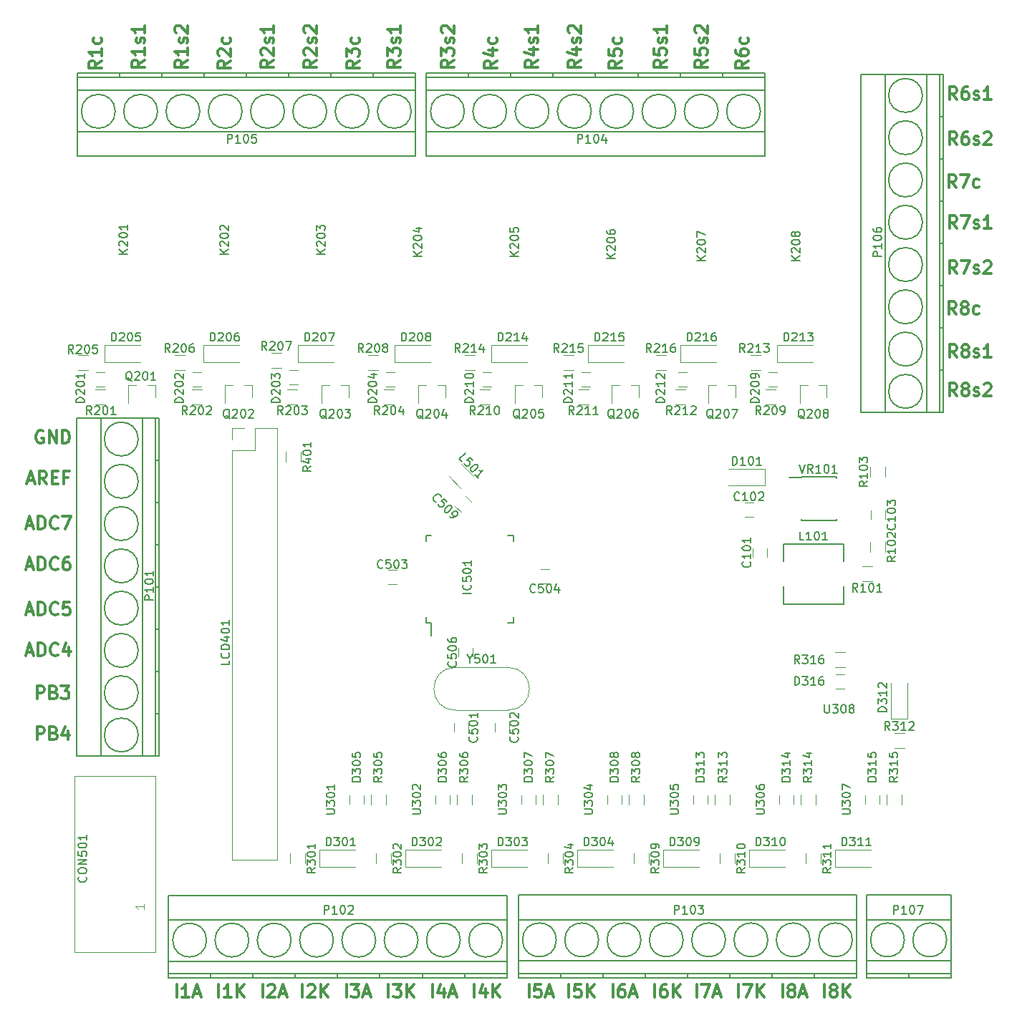
<source format=gbr>
G04 #@! TF.FileFunction,Legend,Top*
%FSLAX46Y46*%
G04 Gerber Fmt 4.6, Leading zero omitted, Abs format (unit mm)*
G04 Created by KiCad (PCBNEW 4.0.5) date 03/01/17 15:39:48*
%MOMM*%
%LPD*%
G01*
G04 APERTURE LIST*
%ADD10C,0.100000*%
%ADD11C,0.300000*%
%ADD12C,0.120000*%
%ADD13C,0.150000*%
G04 APERTURE END LIST*
D10*
D11*
X50466858Y-118026571D02*
X50466858Y-116526571D01*
X51038286Y-116526571D01*
X51181144Y-116598000D01*
X51252572Y-116669429D01*
X51324001Y-116812286D01*
X51324001Y-117026571D01*
X51252572Y-117169429D01*
X51181144Y-117240857D01*
X51038286Y-117312286D01*
X50466858Y-117312286D01*
X52466858Y-117240857D02*
X52681144Y-117312286D01*
X52752572Y-117383714D01*
X52824001Y-117526571D01*
X52824001Y-117740857D01*
X52752572Y-117883714D01*
X52681144Y-117955143D01*
X52538286Y-118026571D01*
X51966858Y-118026571D01*
X51966858Y-116526571D01*
X52466858Y-116526571D01*
X52609715Y-116598000D01*
X52681144Y-116669429D01*
X52752572Y-116812286D01*
X52752572Y-116955143D01*
X52681144Y-117098000D01*
X52609715Y-117169429D01*
X52466858Y-117240857D01*
X51966858Y-117240857D01*
X54109715Y-117026571D02*
X54109715Y-118026571D01*
X53752572Y-116455143D02*
X53395429Y-117526571D01*
X54324001Y-117526571D01*
X50466858Y-113200571D02*
X50466858Y-111700571D01*
X51038286Y-111700571D01*
X51181144Y-111772000D01*
X51252572Y-111843429D01*
X51324001Y-111986286D01*
X51324001Y-112200571D01*
X51252572Y-112343429D01*
X51181144Y-112414857D01*
X51038286Y-112486286D01*
X50466858Y-112486286D01*
X52466858Y-112414857D02*
X52681144Y-112486286D01*
X52752572Y-112557714D01*
X52824001Y-112700571D01*
X52824001Y-112914857D01*
X52752572Y-113057714D01*
X52681144Y-113129143D01*
X52538286Y-113200571D01*
X51966858Y-113200571D01*
X51966858Y-111700571D01*
X52466858Y-111700571D01*
X52609715Y-111772000D01*
X52681144Y-111843429D01*
X52752572Y-111986286D01*
X52752572Y-112129143D01*
X52681144Y-112272000D01*
X52609715Y-112343429D01*
X52466858Y-112414857D01*
X51966858Y-112414857D01*
X53324001Y-111700571D02*
X54252572Y-111700571D01*
X53752572Y-112272000D01*
X53966858Y-112272000D01*
X54109715Y-112343429D01*
X54181144Y-112414857D01*
X54252572Y-112557714D01*
X54252572Y-112914857D01*
X54181144Y-113057714D01*
X54109715Y-113129143D01*
X53966858Y-113200571D01*
X53538286Y-113200571D01*
X53395429Y-113129143D01*
X53324001Y-113057714D01*
X49244572Y-107692000D02*
X49958858Y-107692000D01*
X49101715Y-108120571D02*
X49601715Y-106620571D01*
X50101715Y-108120571D01*
X50601715Y-108120571D02*
X50601715Y-106620571D01*
X50958858Y-106620571D01*
X51173143Y-106692000D01*
X51316001Y-106834857D01*
X51387429Y-106977714D01*
X51458858Y-107263429D01*
X51458858Y-107477714D01*
X51387429Y-107763429D01*
X51316001Y-107906286D01*
X51173143Y-108049143D01*
X50958858Y-108120571D01*
X50601715Y-108120571D01*
X52958858Y-107977714D02*
X52887429Y-108049143D01*
X52673143Y-108120571D01*
X52530286Y-108120571D01*
X52316001Y-108049143D01*
X52173143Y-107906286D01*
X52101715Y-107763429D01*
X52030286Y-107477714D01*
X52030286Y-107263429D01*
X52101715Y-106977714D01*
X52173143Y-106834857D01*
X52316001Y-106692000D01*
X52530286Y-106620571D01*
X52673143Y-106620571D01*
X52887429Y-106692000D01*
X52958858Y-106763429D01*
X54244572Y-107120571D02*
X54244572Y-108120571D01*
X53887429Y-106549143D02*
X53530286Y-107620571D01*
X54458858Y-107620571D01*
X49244572Y-102866000D02*
X49958858Y-102866000D01*
X49101715Y-103294571D02*
X49601715Y-101794571D01*
X50101715Y-103294571D01*
X50601715Y-103294571D02*
X50601715Y-101794571D01*
X50958858Y-101794571D01*
X51173143Y-101866000D01*
X51316001Y-102008857D01*
X51387429Y-102151714D01*
X51458858Y-102437429D01*
X51458858Y-102651714D01*
X51387429Y-102937429D01*
X51316001Y-103080286D01*
X51173143Y-103223143D01*
X50958858Y-103294571D01*
X50601715Y-103294571D01*
X52958858Y-103151714D02*
X52887429Y-103223143D01*
X52673143Y-103294571D01*
X52530286Y-103294571D01*
X52316001Y-103223143D01*
X52173143Y-103080286D01*
X52101715Y-102937429D01*
X52030286Y-102651714D01*
X52030286Y-102437429D01*
X52101715Y-102151714D01*
X52173143Y-102008857D01*
X52316001Y-101866000D01*
X52530286Y-101794571D01*
X52673143Y-101794571D01*
X52887429Y-101866000D01*
X52958858Y-101937429D01*
X54316001Y-101794571D02*
X53601715Y-101794571D01*
X53530286Y-102508857D01*
X53601715Y-102437429D01*
X53744572Y-102366000D01*
X54101715Y-102366000D01*
X54244572Y-102437429D01*
X54316001Y-102508857D01*
X54387429Y-102651714D01*
X54387429Y-103008857D01*
X54316001Y-103151714D01*
X54244572Y-103223143D01*
X54101715Y-103294571D01*
X53744572Y-103294571D01*
X53601715Y-103223143D01*
X53530286Y-103151714D01*
X49244572Y-97532000D02*
X49958858Y-97532000D01*
X49101715Y-97960571D02*
X49601715Y-96460571D01*
X50101715Y-97960571D01*
X50601715Y-97960571D02*
X50601715Y-96460571D01*
X50958858Y-96460571D01*
X51173143Y-96532000D01*
X51316001Y-96674857D01*
X51387429Y-96817714D01*
X51458858Y-97103429D01*
X51458858Y-97317714D01*
X51387429Y-97603429D01*
X51316001Y-97746286D01*
X51173143Y-97889143D01*
X50958858Y-97960571D01*
X50601715Y-97960571D01*
X52958858Y-97817714D02*
X52887429Y-97889143D01*
X52673143Y-97960571D01*
X52530286Y-97960571D01*
X52316001Y-97889143D01*
X52173143Y-97746286D01*
X52101715Y-97603429D01*
X52030286Y-97317714D01*
X52030286Y-97103429D01*
X52101715Y-96817714D01*
X52173143Y-96674857D01*
X52316001Y-96532000D01*
X52530286Y-96460571D01*
X52673143Y-96460571D01*
X52887429Y-96532000D01*
X52958858Y-96603429D01*
X54244572Y-96460571D02*
X53958858Y-96460571D01*
X53816001Y-96532000D01*
X53744572Y-96603429D01*
X53601715Y-96817714D01*
X53530286Y-97103429D01*
X53530286Y-97674857D01*
X53601715Y-97817714D01*
X53673143Y-97889143D01*
X53816001Y-97960571D01*
X54101715Y-97960571D01*
X54244572Y-97889143D01*
X54316001Y-97817714D01*
X54387429Y-97674857D01*
X54387429Y-97317714D01*
X54316001Y-97174857D01*
X54244572Y-97103429D01*
X54101715Y-97032000D01*
X53816001Y-97032000D01*
X53673143Y-97103429D01*
X53601715Y-97174857D01*
X53530286Y-97317714D01*
X49244572Y-92706000D02*
X49958858Y-92706000D01*
X49101715Y-93134571D02*
X49601715Y-91634571D01*
X50101715Y-93134571D01*
X50601715Y-93134571D02*
X50601715Y-91634571D01*
X50958858Y-91634571D01*
X51173143Y-91706000D01*
X51316001Y-91848857D01*
X51387429Y-91991714D01*
X51458858Y-92277429D01*
X51458858Y-92491714D01*
X51387429Y-92777429D01*
X51316001Y-92920286D01*
X51173143Y-93063143D01*
X50958858Y-93134571D01*
X50601715Y-93134571D01*
X52958858Y-92991714D02*
X52887429Y-93063143D01*
X52673143Y-93134571D01*
X52530286Y-93134571D01*
X52316001Y-93063143D01*
X52173143Y-92920286D01*
X52101715Y-92777429D01*
X52030286Y-92491714D01*
X52030286Y-92277429D01*
X52101715Y-91991714D01*
X52173143Y-91848857D01*
X52316001Y-91706000D01*
X52530286Y-91634571D01*
X52673143Y-91634571D01*
X52887429Y-91706000D01*
X52958858Y-91777429D01*
X53458858Y-91634571D02*
X54458858Y-91634571D01*
X53816001Y-93134571D01*
X49387429Y-87372000D02*
X50101715Y-87372000D01*
X49244572Y-87800571D02*
X49744572Y-86300571D01*
X50244572Y-87800571D01*
X51601715Y-87800571D02*
X51101715Y-87086286D01*
X50744572Y-87800571D02*
X50744572Y-86300571D01*
X51316000Y-86300571D01*
X51458858Y-86372000D01*
X51530286Y-86443429D01*
X51601715Y-86586286D01*
X51601715Y-86800571D01*
X51530286Y-86943429D01*
X51458858Y-87014857D01*
X51316000Y-87086286D01*
X50744572Y-87086286D01*
X52244572Y-87014857D02*
X52744572Y-87014857D01*
X52958858Y-87800571D02*
X52244572Y-87800571D01*
X52244572Y-86300571D01*
X52958858Y-86300571D01*
X54101715Y-87014857D02*
X53601715Y-87014857D01*
X53601715Y-87800571D02*
X53601715Y-86300571D01*
X54316001Y-86300571D01*
X51181143Y-81546000D02*
X51038286Y-81474571D01*
X50824000Y-81474571D01*
X50609715Y-81546000D01*
X50466857Y-81688857D01*
X50395429Y-81831714D01*
X50324000Y-82117429D01*
X50324000Y-82331714D01*
X50395429Y-82617429D01*
X50466857Y-82760286D01*
X50609715Y-82903143D01*
X50824000Y-82974571D01*
X50966857Y-82974571D01*
X51181143Y-82903143D01*
X51252572Y-82831714D01*
X51252572Y-82331714D01*
X50966857Y-82331714D01*
X51895429Y-82974571D02*
X51895429Y-81474571D01*
X52752572Y-82974571D01*
X52752572Y-81474571D01*
X53466858Y-82974571D02*
X53466858Y-81474571D01*
X53824001Y-81474571D01*
X54038286Y-81546000D01*
X54181144Y-81688857D01*
X54252572Y-81831714D01*
X54324001Y-82117429D01*
X54324001Y-82331714D01*
X54252572Y-82617429D01*
X54181144Y-82760286D01*
X54038286Y-82903143D01*
X53824001Y-82974571D01*
X53466858Y-82974571D01*
X143569715Y-148506571D02*
X143569715Y-147006571D01*
X144498287Y-147649429D02*
X144355429Y-147578000D01*
X144284001Y-147506571D01*
X144212572Y-147363714D01*
X144212572Y-147292286D01*
X144284001Y-147149429D01*
X144355429Y-147078000D01*
X144498287Y-147006571D01*
X144784001Y-147006571D01*
X144926858Y-147078000D01*
X144998287Y-147149429D01*
X145069715Y-147292286D01*
X145069715Y-147363714D01*
X144998287Y-147506571D01*
X144926858Y-147578000D01*
X144784001Y-147649429D01*
X144498287Y-147649429D01*
X144355429Y-147720857D01*
X144284001Y-147792286D01*
X144212572Y-147935143D01*
X144212572Y-148220857D01*
X144284001Y-148363714D01*
X144355429Y-148435143D01*
X144498287Y-148506571D01*
X144784001Y-148506571D01*
X144926858Y-148435143D01*
X144998287Y-148363714D01*
X145069715Y-148220857D01*
X145069715Y-147935143D01*
X144998287Y-147792286D01*
X144926858Y-147720857D01*
X144784001Y-147649429D01*
X145712572Y-148506571D02*
X145712572Y-147006571D01*
X146569715Y-148506571D02*
X145926858Y-147649429D01*
X146569715Y-147006571D02*
X145712572Y-147863714D01*
X138596858Y-148506571D02*
X138596858Y-147006571D01*
X139525430Y-147649429D02*
X139382572Y-147578000D01*
X139311144Y-147506571D01*
X139239715Y-147363714D01*
X139239715Y-147292286D01*
X139311144Y-147149429D01*
X139382572Y-147078000D01*
X139525430Y-147006571D01*
X139811144Y-147006571D01*
X139954001Y-147078000D01*
X140025430Y-147149429D01*
X140096858Y-147292286D01*
X140096858Y-147363714D01*
X140025430Y-147506571D01*
X139954001Y-147578000D01*
X139811144Y-147649429D01*
X139525430Y-147649429D01*
X139382572Y-147720857D01*
X139311144Y-147792286D01*
X139239715Y-147935143D01*
X139239715Y-148220857D01*
X139311144Y-148363714D01*
X139382572Y-148435143D01*
X139525430Y-148506571D01*
X139811144Y-148506571D01*
X139954001Y-148435143D01*
X140025430Y-148363714D01*
X140096858Y-148220857D01*
X140096858Y-147935143D01*
X140025430Y-147792286D01*
X139954001Y-147720857D01*
X139811144Y-147649429D01*
X140668286Y-148078000D02*
X141382572Y-148078000D01*
X140525429Y-148506571D02*
X141025429Y-147006571D01*
X141525429Y-148506571D01*
X133409715Y-148506571D02*
X133409715Y-147006571D01*
X133981144Y-147006571D02*
X134981144Y-147006571D01*
X134338287Y-148506571D01*
X135552572Y-148506571D02*
X135552572Y-147006571D01*
X136409715Y-148506571D02*
X135766858Y-147649429D01*
X136409715Y-147006571D02*
X135552572Y-147863714D01*
X128436858Y-148506571D02*
X128436858Y-147006571D01*
X129008287Y-147006571D02*
X130008287Y-147006571D01*
X129365430Y-148506571D01*
X130508286Y-148078000D02*
X131222572Y-148078000D01*
X130365429Y-148506571D02*
X130865429Y-147006571D01*
X131365429Y-148506571D01*
X123503715Y-148506571D02*
X123503715Y-147006571D01*
X124860858Y-147006571D02*
X124575144Y-147006571D01*
X124432287Y-147078000D01*
X124360858Y-147149429D01*
X124218001Y-147363714D01*
X124146572Y-147649429D01*
X124146572Y-148220857D01*
X124218001Y-148363714D01*
X124289429Y-148435143D01*
X124432287Y-148506571D01*
X124718001Y-148506571D01*
X124860858Y-148435143D01*
X124932287Y-148363714D01*
X125003715Y-148220857D01*
X125003715Y-147863714D01*
X124932287Y-147720857D01*
X124860858Y-147649429D01*
X124718001Y-147578000D01*
X124432287Y-147578000D01*
X124289429Y-147649429D01*
X124218001Y-147720857D01*
X124146572Y-147863714D01*
X125646572Y-148506571D02*
X125646572Y-147006571D01*
X126503715Y-148506571D02*
X125860858Y-147649429D01*
X126503715Y-147006571D02*
X125646572Y-147863714D01*
X118530858Y-148506571D02*
X118530858Y-147006571D01*
X119888001Y-147006571D02*
X119602287Y-147006571D01*
X119459430Y-147078000D01*
X119388001Y-147149429D01*
X119245144Y-147363714D01*
X119173715Y-147649429D01*
X119173715Y-148220857D01*
X119245144Y-148363714D01*
X119316572Y-148435143D01*
X119459430Y-148506571D01*
X119745144Y-148506571D01*
X119888001Y-148435143D01*
X119959430Y-148363714D01*
X120030858Y-148220857D01*
X120030858Y-147863714D01*
X119959430Y-147720857D01*
X119888001Y-147649429D01*
X119745144Y-147578000D01*
X119459430Y-147578000D01*
X119316572Y-147649429D01*
X119245144Y-147720857D01*
X119173715Y-147863714D01*
X120602286Y-148078000D02*
X121316572Y-148078000D01*
X120459429Y-148506571D02*
X120959429Y-147006571D01*
X121459429Y-148506571D01*
X113343715Y-148506571D02*
X113343715Y-147006571D01*
X114772287Y-147006571D02*
X114058001Y-147006571D01*
X113986572Y-147720857D01*
X114058001Y-147649429D01*
X114200858Y-147578000D01*
X114558001Y-147578000D01*
X114700858Y-147649429D01*
X114772287Y-147720857D01*
X114843715Y-147863714D01*
X114843715Y-148220857D01*
X114772287Y-148363714D01*
X114700858Y-148435143D01*
X114558001Y-148506571D01*
X114200858Y-148506571D01*
X114058001Y-148435143D01*
X113986572Y-148363714D01*
X115486572Y-148506571D02*
X115486572Y-147006571D01*
X116343715Y-148506571D02*
X115700858Y-147649429D01*
X116343715Y-147006571D02*
X115486572Y-147863714D01*
X108624858Y-148506571D02*
X108624858Y-147006571D01*
X110053430Y-147006571D02*
X109339144Y-147006571D01*
X109267715Y-147720857D01*
X109339144Y-147649429D01*
X109482001Y-147578000D01*
X109839144Y-147578000D01*
X109982001Y-147649429D01*
X110053430Y-147720857D01*
X110124858Y-147863714D01*
X110124858Y-148220857D01*
X110053430Y-148363714D01*
X109982001Y-148435143D01*
X109839144Y-148506571D01*
X109482001Y-148506571D01*
X109339144Y-148435143D01*
X109267715Y-148363714D01*
X110696286Y-148078000D02*
X111410572Y-148078000D01*
X110553429Y-148506571D02*
X111053429Y-147006571D01*
X111553429Y-148506571D01*
X102167715Y-148506571D02*
X102167715Y-147006571D01*
X103524858Y-147506571D02*
X103524858Y-148506571D01*
X103167715Y-146935143D02*
X102810572Y-148006571D01*
X103739144Y-148006571D01*
X104310572Y-148506571D02*
X104310572Y-147006571D01*
X105167715Y-148506571D02*
X104524858Y-147649429D01*
X105167715Y-147006571D02*
X104310572Y-147863714D01*
X97194858Y-148506571D02*
X97194858Y-147006571D01*
X98552001Y-147506571D02*
X98552001Y-148506571D01*
X98194858Y-146935143D02*
X97837715Y-148006571D01*
X98766287Y-148006571D01*
X99266286Y-148078000D02*
X99980572Y-148078000D01*
X99123429Y-148506571D02*
X99623429Y-147006571D01*
X100123429Y-148506571D01*
X92007715Y-148506571D02*
X92007715Y-147006571D01*
X92579144Y-147006571D02*
X93507715Y-147006571D01*
X93007715Y-147578000D01*
X93222001Y-147578000D01*
X93364858Y-147649429D01*
X93436287Y-147720857D01*
X93507715Y-147863714D01*
X93507715Y-148220857D01*
X93436287Y-148363714D01*
X93364858Y-148435143D01*
X93222001Y-148506571D01*
X92793429Y-148506571D01*
X92650572Y-148435143D01*
X92579144Y-148363714D01*
X94150572Y-148506571D02*
X94150572Y-147006571D01*
X95007715Y-148506571D02*
X94364858Y-147649429D01*
X95007715Y-147006571D02*
X94150572Y-147863714D01*
X87034858Y-148506571D02*
X87034858Y-147006571D01*
X87606287Y-147006571D02*
X88534858Y-147006571D01*
X88034858Y-147578000D01*
X88249144Y-147578000D01*
X88392001Y-147649429D01*
X88463430Y-147720857D01*
X88534858Y-147863714D01*
X88534858Y-148220857D01*
X88463430Y-148363714D01*
X88392001Y-148435143D01*
X88249144Y-148506571D01*
X87820572Y-148506571D01*
X87677715Y-148435143D01*
X87606287Y-148363714D01*
X89106286Y-148078000D02*
X89820572Y-148078000D01*
X88963429Y-148506571D02*
X89463429Y-147006571D01*
X89963429Y-148506571D01*
X81847715Y-148506571D02*
X81847715Y-147006571D01*
X82490572Y-147149429D02*
X82562001Y-147078000D01*
X82704858Y-147006571D01*
X83062001Y-147006571D01*
X83204858Y-147078000D01*
X83276287Y-147149429D01*
X83347715Y-147292286D01*
X83347715Y-147435143D01*
X83276287Y-147649429D01*
X82419144Y-148506571D01*
X83347715Y-148506571D01*
X83990572Y-148506571D02*
X83990572Y-147006571D01*
X84847715Y-148506571D02*
X84204858Y-147649429D01*
X84847715Y-147006571D02*
X83990572Y-147863714D01*
X77128858Y-148506571D02*
X77128858Y-147006571D01*
X77771715Y-147149429D02*
X77843144Y-147078000D01*
X77986001Y-147006571D01*
X78343144Y-147006571D01*
X78486001Y-147078000D01*
X78557430Y-147149429D01*
X78628858Y-147292286D01*
X78628858Y-147435143D01*
X78557430Y-147649429D01*
X77700287Y-148506571D01*
X78628858Y-148506571D01*
X79200286Y-148078000D02*
X79914572Y-148078000D01*
X79057429Y-148506571D02*
X79557429Y-147006571D01*
X80057429Y-148506571D01*
X71941715Y-148506571D02*
X71941715Y-147006571D01*
X73441715Y-148506571D02*
X72584572Y-148506571D01*
X73013144Y-148506571D02*
X73013144Y-147006571D01*
X72870287Y-147220857D01*
X72727429Y-147363714D01*
X72584572Y-147435143D01*
X74084572Y-148506571D02*
X74084572Y-147006571D01*
X74941715Y-148506571D02*
X74298858Y-147649429D01*
X74941715Y-147006571D02*
X74084572Y-147863714D01*
X66968858Y-148506571D02*
X66968858Y-147006571D01*
X68468858Y-148506571D02*
X67611715Y-148506571D01*
X68040287Y-148506571D02*
X68040287Y-147006571D01*
X67897430Y-147220857D01*
X67754572Y-147363714D01*
X67611715Y-147435143D01*
X69040286Y-148078000D02*
X69754572Y-148078000D01*
X68897429Y-148506571D02*
X69397429Y-147006571D01*
X69897429Y-148506571D01*
X159210572Y-77386571D02*
X158710572Y-76672286D01*
X158353429Y-77386571D02*
X158353429Y-75886571D01*
X158924857Y-75886571D01*
X159067715Y-75958000D01*
X159139143Y-76029429D01*
X159210572Y-76172286D01*
X159210572Y-76386571D01*
X159139143Y-76529429D01*
X159067715Y-76600857D01*
X158924857Y-76672286D01*
X158353429Y-76672286D01*
X160067715Y-76529429D02*
X159924857Y-76458000D01*
X159853429Y-76386571D01*
X159782000Y-76243714D01*
X159782000Y-76172286D01*
X159853429Y-76029429D01*
X159924857Y-75958000D01*
X160067715Y-75886571D01*
X160353429Y-75886571D01*
X160496286Y-75958000D01*
X160567715Y-76029429D01*
X160639143Y-76172286D01*
X160639143Y-76243714D01*
X160567715Y-76386571D01*
X160496286Y-76458000D01*
X160353429Y-76529429D01*
X160067715Y-76529429D01*
X159924857Y-76600857D01*
X159853429Y-76672286D01*
X159782000Y-76815143D01*
X159782000Y-77100857D01*
X159853429Y-77243714D01*
X159924857Y-77315143D01*
X160067715Y-77386571D01*
X160353429Y-77386571D01*
X160496286Y-77315143D01*
X160567715Y-77243714D01*
X160639143Y-77100857D01*
X160639143Y-76815143D01*
X160567715Y-76672286D01*
X160496286Y-76600857D01*
X160353429Y-76529429D01*
X161210571Y-77315143D02*
X161353428Y-77386571D01*
X161639143Y-77386571D01*
X161782000Y-77315143D01*
X161853428Y-77172286D01*
X161853428Y-77100857D01*
X161782000Y-76958000D01*
X161639143Y-76886571D01*
X161424857Y-76886571D01*
X161282000Y-76815143D01*
X161210571Y-76672286D01*
X161210571Y-76600857D01*
X161282000Y-76458000D01*
X161424857Y-76386571D01*
X161639143Y-76386571D01*
X161782000Y-76458000D01*
X162424857Y-76029429D02*
X162496286Y-75958000D01*
X162639143Y-75886571D01*
X162996286Y-75886571D01*
X163139143Y-75958000D01*
X163210572Y-76029429D01*
X163282000Y-76172286D01*
X163282000Y-76315143D01*
X163210572Y-76529429D01*
X162353429Y-77386571D01*
X163282000Y-77386571D01*
X159210572Y-72814571D02*
X158710572Y-72100286D01*
X158353429Y-72814571D02*
X158353429Y-71314571D01*
X158924857Y-71314571D01*
X159067715Y-71386000D01*
X159139143Y-71457429D01*
X159210572Y-71600286D01*
X159210572Y-71814571D01*
X159139143Y-71957429D01*
X159067715Y-72028857D01*
X158924857Y-72100286D01*
X158353429Y-72100286D01*
X160067715Y-71957429D02*
X159924857Y-71886000D01*
X159853429Y-71814571D01*
X159782000Y-71671714D01*
X159782000Y-71600286D01*
X159853429Y-71457429D01*
X159924857Y-71386000D01*
X160067715Y-71314571D01*
X160353429Y-71314571D01*
X160496286Y-71386000D01*
X160567715Y-71457429D01*
X160639143Y-71600286D01*
X160639143Y-71671714D01*
X160567715Y-71814571D01*
X160496286Y-71886000D01*
X160353429Y-71957429D01*
X160067715Y-71957429D01*
X159924857Y-72028857D01*
X159853429Y-72100286D01*
X159782000Y-72243143D01*
X159782000Y-72528857D01*
X159853429Y-72671714D01*
X159924857Y-72743143D01*
X160067715Y-72814571D01*
X160353429Y-72814571D01*
X160496286Y-72743143D01*
X160567715Y-72671714D01*
X160639143Y-72528857D01*
X160639143Y-72243143D01*
X160567715Y-72100286D01*
X160496286Y-72028857D01*
X160353429Y-71957429D01*
X161210571Y-72743143D02*
X161353428Y-72814571D01*
X161639143Y-72814571D01*
X161782000Y-72743143D01*
X161853428Y-72600286D01*
X161853428Y-72528857D01*
X161782000Y-72386000D01*
X161639143Y-72314571D01*
X161424857Y-72314571D01*
X161282000Y-72243143D01*
X161210571Y-72100286D01*
X161210571Y-72028857D01*
X161282000Y-71886000D01*
X161424857Y-71814571D01*
X161639143Y-71814571D01*
X161782000Y-71886000D01*
X163282000Y-72814571D02*
X162424857Y-72814571D01*
X162853429Y-72814571D02*
X162853429Y-71314571D01*
X162710572Y-71528857D01*
X162567714Y-71671714D01*
X162424857Y-71743143D01*
X159127144Y-67734571D02*
X158627144Y-67020286D01*
X158270001Y-67734571D02*
X158270001Y-66234571D01*
X158841429Y-66234571D01*
X158984287Y-66306000D01*
X159055715Y-66377429D01*
X159127144Y-66520286D01*
X159127144Y-66734571D01*
X159055715Y-66877429D01*
X158984287Y-66948857D01*
X158841429Y-67020286D01*
X158270001Y-67020286D01*
X159984287Y-66877429D02*
X159841429Y-66806000D01*
X159770001Y-66734571D01*
X159698572Y-66591714D01*
X159698572Y-66520286D01*
X159770001Y-66377429D01*
X159841429Y-66306000D01*
X159984287Y-66234571D01*
X160270001Y-66234571D01*
X160412858Y-66306000D01*
X160484287Y-66377429D01*
X160555715Y-66520286D01*
X160555715Y-66591714D01*
X160484287Y-66734571D01*
X160412858Y-66806000D01*
X160270001Y-66877429D01*
X159984287Y-66877429D01*
X159841429Y-66948857D01*
X159770001Y-67020286D01*
X159698572Y-67163143D01*
X159698572Y-67448857D01*
X159770001Y-67591714D01*
X159841429Y-67663143D01*
X159984287Y-67734571D01*
X160270001Y-67734571D01*
X160412858Y-67663143D01*
X160484287Y-67591714D01*
X160555715Y-67448857D01*
X160555715Y-67163143D01*
X160484287Y-67020286D01*
X160412858Y-66948857D01*
X160270001Y-66877429D01*
X161841429Y-67663143D02*
X161698572Y-67734571D01*
X161412858Y-67734571D01*
X161270000Y-67663143D01*
X161198572Y-67591714D01*
X161127143Y-67448857D01*
X161127143Y-67020286D01*
X161198572Y-66877429D01*
X161270000Y-66806000D01*
X161412858Y-66734571D01*
X161698572Y-66734571D01*
X161841429Y-66806000D01*
X159210572Y-62908571D02*
X158710572Y-62194286D01*
X158353429Y-62908571D02*
X158353429Y-61408571D01*
X158924857Y-61408571D01*
X159067715Y-61480000D01*
X159139143Y-61551429D01*
X159210572Y-61694286D01*
X159210572Y-61908571D01*
X159139143Y-62051429D01*
X159067715Y-62122857D01*
X158924857Y-62194286D01*
X158353429Y-62194286D01*
X159710572Y-61408571D02*
X160710572Y-61408571D01*
X160067715Y-62908571D01*
X161210571Y-62837143D02*
X161353428Y-62908571D01*
X161639143Y-62908571D01*
X161782000Y-62837143D01*
X161853428Y-62694286D01*
X161853428Y-62622857D01*
X161782000Y-62480000D01*
X161639143Y-62408571D01*
X161424857Y-62408571D01*
X161282000Y-62337143D01*
X161210571Y-62194286D01*
X161210571Y-62122857D01*
X161282000Y-61980000D01*
X161424857Y-61908571D01*
X161639143Y-61908571D01*
X161782000Y-61980000D01*
X162424857Y-61551429D02*
X162496286Y-61480000D01*
X162639143Y-61408571D01*
X162996286Y-61408571D01*
X163139143Y-61480000D01*
X163210572Y-61551429D01*
X163282000Y-61694286D01*
X163282000Y-61837143D01*
X163210572Y-62051429D01*
X162353429Y-62908571D01*
X163282000Y-62908571D01*
X159210572Y-57574571D02*
X158710572Y-56860286D01*
X158353429Y-57574571D02*
X158353429Y-56074571D01*
X158924857Y-56074571D01*
X159067715Y-56146000D01*
X159139143Y-56217429D01*
X159210572Y-56360286D01*
X159210572Y-56574571D01*
X159139143Y-56717429D01*
X159067715Y-56788857D01*
X158924857Y-56860286D01*
X158353429Y-56860286D01*
X159710572Y-56074571D02*
X160710572Y-56074571D01*
X160067715Y-57574571D01*
X161210571Y-57503143D02*
X161353428Y-57574571D01*
X161639143Y-57574571D01*
X161782000Y-57503143D01*
X161853428Y-57360286D01*
X161853428Y-57288857D01*
X161782000Y-57146000D01*
X161639143Y-57074571D01*
X161424857Y-57074571D01*
X161282000Y-57003143D01*
X161210571Y-56860286D01*
X161210571Y-56788857D01*
X161282000Y-56646000D01*
X161424857Y-56574571D01*
X161639143Y-56574571D01*
X161782000Y-56646000D01*
X163282000Y-57574571D02*
X162424857Y-57574571D01*
X162853429Y-57574571D02*
X162853429Y-56074571D01*
X162710572Y-56288857D01*
X162567714Y-56431714D01*
X162424857Y-56503143D01*
X159127144Y-52748571D02*
X158627144Y-52034286D01*
X158270001Y-52748571D02*
X158270001Y-51248571D01*
X158841429Y-51248571D01*
X158984287Y-51320000D01*
X159055715Y-51391429D01*
X159127144Y-51534286D01*
X159127144Y-51748571D01*
X159055715Y-51891429D01*
X158984287Y-51962857D01*
X158841429Y-52034286D01*
X158270001Y-52034286D01*
X159627144Y-51248571D02*
X160627144Y-51248571D01*
X159984287Y-52748571D01*
X161841429Y-52677143D02*
X161698572Y-52748571D01*
X161412858Y-52748571D01*
X161270000Y-52677143D01*
X161198572Y-52605714D01*
X161127143Y-52462857D01*
X161127143Y-52034286D01*
X161198572Y-51891429D01*
X161270000Y-51820000D01*
X161412858Y-51748571D01*
X161698572Y-51748571D01*
X161841429Y-51820000D01*
X159210572Y-47668571D02*
X158710572Y-46954286D01*
X158353429Y-47668571D02*
X158353429Y-46168571D01*
X158924857Y-46168571D01*
X159067715Y-46240000D01*
X159139143Y-46311429D01*
X159210572Y-46454286D01*
X159210572Y-46668571D01*
X159139143Y-46811429D01*
X159067715Y-46882857D01*
X158924857Y-46954286D01*
X158353429Y-46954286D01*
X160496286Y-46168571D02*
X160210572Y-46168571D01*
X160067715Y-46240000D01*
X159996286Y-46311429D01*
X159853429Y-46525714D01*
X159782000Y-46811429D01*
X159782000Y-47382857D01*
X159853429Y-47525714D01*
X159924857Y-47597143D01*
X160067715Y-47668571D01*
X160353429Y-47668571D01*
X160496286Y-47597143D01*
X160567715Y-47525714D01*
X160639143Y-47382857D01*
X160639143Y-47025714D01*
X160567715Y-46882857D01*
X160496286Y-46811429D01*
X160353429Y-46740000D01*
X160067715Y-46740000D01*
X159924857Y-46811429D01*
X159853429Y-46882857D01*
X159782000Y-47025714D01*
X161210571Y-47597143D02*
X161353428Y-47668571D01*
X161639143Y-47668571D01*
X161782000Y-47597143D01*
X161853428Y-47454286D01*
X161853428Y-47382857D01*
X161782000Y-47240000D01*
X161639143Y-47168571D01*
X161424857Y-47168571D01*
X161282000Y-47097143D01*
X161210571Y-46954286D01*
X161210571Y-46882857D01*
X161282000Y-46740000D01*
X161424857Y-46668571D01*
X161639143Y-46668571D01*
X161782000Y-46740000D01*
X162424857Y-46311429D02*
X162496286Y-46240000D01*
X162639143Y-46168571D01*
X162996286Y-46168571D01*
X163139143Y-46240000D01*
X163210572Y-46311429D01*
X163282000Y-46454286D01*
X163282000Y-46597143D01*
X163210572Y-46811429D01*
X162353429Y-47668571D01*
X163282000Y-47668571D01*
X159210572Y-42334571D02*
X158710572Y-41620286D01*
X158353429Y-42334571D02*
X158353429Y-40834571D01*
X158924857Y-40834571D01*
X159067715Y-40906000D01*
X159139143Y-40977429D01*
X159210572Y-41120286D01*
X159210572Y-41334571D01*
X159139143Y-41477429D01*
X159067715Y-41548857D01*
X158924857Y-41620286D01*
X158353429Y-41620286D01*
X160496286Y-40834571D02*
X160210572Y-40834571D01*
X160067715Y-40906000D01*
X159996286Y-40977429D01*
X159853429Y-41191714D01*
X159782000Y-41477429D01*
X159782000Y-42048857D01*
X159853429Y-42191714D01*
X159924857Y-42263143D01*
X160067715Y-42334571D01*
X160353429Y-42334571D01*
X160496286Y-42263143D01*
X160567715Y-42191714D01*
X160639143Y-42048857D01*
X160639143Y-41691714D01*
X160567715Y-41548857D01*
X160496286Y-41477429D01*
X160353429Y-41406000D01*
X160067715Y-41406000D01*
X159924857Y-41477429D01*
X159853429Y-41548857D01*
X159782000Y-41691714D01*
X161210571Y-42263143D02*
X161353428Y-42334571D01*
X161639143Y-42334571D01*
X161782000Y-42263143D01*
X161853428Y-42120286D01*
X161853428Y-42048857D01*
X161782000Y-41906000D01*
X161639143Y-41834571D01*
X161424857Y-41834571D01*
X161282000Y-41763143D01*
X161210571Y-41620286D01*
X161210571Y-41548857D01*
X161282000Y-41406000D01*
X161424857Y-41334571D01*
X161639143Y-41334571D01*
X161782000Y-41406000D01*
X163282000Y-42334571D02*
X162424857Y-42334571D01*
X162853429Y-42334571D02*
X162853429Y-40834571D01*
X162710572Y-41048857D01*
X162567714Y-41191714D01*
X162424857Y-41263143D01*
X134536571Y-37722856D02*
X133822286Y-38222856D01*
X134536571Y-38579999D02*
X133036571Y-38579999D01*
X133036571Y-38008571D01*
X133108000Y-37865713D01*
X133179429Y-37794285D01*
X133322286Y-37722856D01*
X133536571Y-37722856D01*
X133679429Y-37794285D01*
X133750857Y-37865713D01*
X133822286Y-38008571D01*
X133822286Y-38579999D01*
X133036571Y-36437142D02*
X133036571Y-36722856D01*
X133108000Y-36865713D01*
X133179429Y-36937142D01*
X133393714Y-37079999D01*
X133679429Y-37151428D01*
X134250857Y-37151428D01*
X134393714Y-37079999D01*
X134465143Y-37008571D01*
X134536571Y-36865713D01*
X134536571Y-36579999D01*
X134465143Y-36437142D01*
X134393714Y-36365713D01*
X134250857Y-36294285D01*
X133893714Y-36294285D01*
X133750857Y-36365713D01*
X133679429Y-36437142D01*
X133608000Y-36579999D01*
X133608000Y-36865713D01*
X133679429Y-37008571D01*
X133750857Y-37079999D01*
X133893714Y-37151428D01*
X134465143Y-35008571D02*
X134536571Y-35151428D01*
X134536571Y-35437142D01*
X134465143Y-35580000D01*
X134393714Y-35651428D01*
X134250857Y-35722857D01*
X133822286Y-35722857D01*
X133679429Y-35651428D01*
X133608000Y-35580000D01*
X133536571Y-35437142D01*
X133536571Y-35151428D01*
X133608000Y-35008571D01*
X129710571Y-37639428D02*
X128996286Y-38139428D01*
X129710571Y-38496571D02*
X128210571Y-38496571D01*
X128210571Y-37925143D01*
X128282000Y-37782285D01*
X128353429Y-37710857D01*
X128496286Y-37639428D01*
X128710571Y-37639428D01*
X128853429Y-37710857D01*
X128924857Y-37782285D01*
X128996286Y-37925143D01*
X128996286Y-38496571D01*
X128210571Y-36282285D02*
X128210571Y-36996571D01*
X128924857Y-37068000D01*
X128853429Y-36996571D01*
X128782000Y-36853714D01*
X128782000Y-36496571D01*
X128853429Y-36353714D01*
X128924857Y-36282285D01*
X129067714Y-36210857D01*
X129424857Y-36210857D01*
X129567714Y-36282285D01*
X129639143Y-36353714D01*
X129710571Y-36496571D01*
X129710571Y-36853714D01*
X129639143Y-36996571D01*
X129567714Y-37068000D01*
X129639143Y-35639429D02*
X129710571Y-35496572D01*
X129710571Y-35210857D01*
X129639143Y-35068000D01*
X129496286Y-34996572D01*
X129424857Y-34996572D01*
X129282000Y-35068000D01*
X129210571Y-35210857D01*
X129210571Y-35425143D01*
X129139143Y-35568000D01*
X128996286Y-35639429D01*
X128924857Y-35639429D01*
X128782000Y-35568000D01*
X128710571Y-35425143D01*
X128710571Y-35210857D01*
X128782000Y-35068000D01*
X128353429Y-34425143D02*
X128282000Y-34353714D01*
X128210571Y-34210857D01*
X128210571Y-33853714D01*
X128282000Y-33710857D01*
X128353429Y-33639428D01*
X128496286Y-33568000D01*
X128639143Y-33568000D01*
X128853429Y-33639428D01*
X129710571Y-34496571D01*
X129710571Y-33568000D01*
X124884571Y-37639428D02*
X124170286Y-38139428D01*
X124884571Y-38496571D02*
X123384571Y-38496571D01*
X123384571Y-37925143D01*
X123456000Y-37782285D01*
X123527429Y-37710857D01*
X123670286Y-37639428D01*
X123884571Y-37639428D01*
X124027429Y-37710857D01*
X124098857Y-37782285D01*
X124170286Y-37925143D01*
X124170286Y-38496571D01*
X123384571Y-36282285D02*
X123384571Y-36996571D01*
X124098857Y-37068000D01*
X124027429Y-36996571D01*
X123956000Y-36853714D01*
X123956000Y-36496571D01*
X124027429Y-36353714D01*
X124098857Y-36282285D01*
X124241714Y-36210857D01*
X124598857Y-36210857D01*
X124741714Y-36282285D01*
X124813143Y-36353714D01*
X124884571Y-36496571D01*
X124884571Y-36853714D01*
X124813143Y-36996571D01*
X124741714Y-37068000D01*
X124813143Y-35639429D02*
X124884571Y-35496572D01*
X124884571Y-35210857D01*
X124813143Y-35068000D01*
X124670286Y-34996572D01*
X124598857Y-34996572D01*
X124456000Y-35068000D01*
X124384571Y-35210857D01*
X124384571Y-35425143D01*
X124313143Y-35568000D01*
X124170286Y-35639429D01*
X124098857Y-35639429D01*
X123956000Y-35568000D01*
X123884571Y-35425143D01*
X123884571Y-35210857D01*
X123956000Y-35068000D01*
X124884571Y-33568000D02*
X124884571Y-34425143D01*
X124884571Y-33996571D02*
X123384571Y-33996571D01*
X123598857Y-34139428D01*
X123741714Y-34282286D01*
X123813143Y-34425143D01*
X119550571Y-37722856D02*
X118836286Y-38222856D01*
X119550571Y-38579999D02*
X118050571Y-38579999D01*
X118050571Y-38008571D01*
X118122000Y-37865713D01*
X118193429Y-37794285D01*
X118336286Y-37722856D01*
X118550571Y-37722856D01*
X118693429Y-37794285D01*
X118764857Y-37865713D01*
X118836286Y-38008571D01*
X118836286Y-38579999D01*
X118050571Y-36365713D02*
X118050571Y-37079999D01*
X118764857Y-37151428D01*
X118693429Y-37079999D01*
X118622000Y-36937142D01*
X118622000Y-36579999D01*
X118693429Y-36437142D01*
X118764857Y-36365713D01*
X118907714Y-36294285D01*
X119264857Y-36294285D01*
X119407714Y-36365713D01*
X119479143Y-36437142D01*
X119550571Y-36579999D01*
X119550571Y-36937142D01*
X119479143Y-37079999D01*
X119407714Y-37151428D01*
X119479143Y-35008571D02*
X119550571Y-35151428D01*
X119550571Y-35437142D01*
X119479143Y-35580000D01*
X119407714Y-35651428D01*
X119264857Y-35722857D01*
X118836286Y-35722857D01*
X118693429Y-35651428D01*
X118622000Y-35580000D01*
X118550571Y-35437142D01*
X118550571Y-35151428D01*
X118622000Y-35008571D01*
X114724571Y-37639428D02*
X114010286Y-38139428D01*
X114724571Y-38496571D02*
X113224571Y-38496571D01*
X113224571Y-37925143D01*
X113296000Y-37782285D01*
X113367429Y-37710857D01*
X113510286Y-37639428D01*
X113724571Y-37639428D01*
X113867429Y-37710857D01*
X113938857Y-37782285D01*
X114010286Y-37925143D01*
X114010286Y-38496571D01*
X113724571Y-36353714D02*
X114724571Y-36353714D01*
X113153143Y-36710857D02*
X114224571Y-37068000D01*
X114224571Y-36139428D01*
X114653143Y-35639429D02*
X114724571Y-35496572D01*
X114724571Y-35210857D01*
X114653143Y-35068000D01*
X114510286Y-34996572D01*
X114438857Y-34996572D01*
X114296000Y-35068000D01*
X114224571Y-35210857D01*
X114224571Y-35425143D01*
X114153143Y-35568000D01*
X114010286Y-35639429D01*
X113938857Y-35639429D01*
X113796000Y-35568000D01*
X113724571Y-35425143D01*
X113724571Y-35210857D01*
X113796000Y-35068000D01*
X113367429Y-34425143D02*
X113296000Y-34353714D01*
X113224571Y-34210857D01*
X113224571Y-33853714D01*
X113296000Y-33710857D01*
X113367429Y-33639428D01*
X113510286Y-33568000D01*
X113653143Y-33568000D01*
X113867429Y-33639428D01*
X114724571Y-34496571D01*
X114724571Y-33568000D01*
X109644571Y-37639428D02*
X108930286Y-38139428D01*
X109644571Y-38496571D02*
X108144571Y-38496571D01*
X108144571Y-37925143D01*
X108216000Y-37782285D01*
X108287429Y-37710857D01*
X108430286Y-37639428D01*
X108644571Y-37639428D01*
X108787429Y-37710857D01*
X108858857Y-37782285D01*
X108930286Y-37925143D01*
X108930286Y-38496571D01*
X108644571Y-36353714D02*
X109644571Y-36353714D01*
X108073143Y-36710857D02*
X109144571Y-37068000D01*
X109144571Y-36139428D01*
X109573143Y-35639429D02*
X109644571Y-35496572D01*
X109644571Y-35210857D01*
X109573143Y-35068000D01*
X109430286Y-34996572D01*
X109358857Y-34996572D01*
X109216000Y-35068000D01*
X109144571Y-35210857D01*
X109144571Y-35425143D01*
X109073143Y-35568000D01*
X108930286Y-35639429D01*
X108858857Y-35639429D01*
X108716000Y-35568000D01*
X108644571Y-35425143D01*
X108644571Y-35210857D01*
X108716000Y-35068000D01*
X109644571Y-33568000D02*
X109644571Y-34425143D01*
X109644571Y-33996571D02*
X108144571Y-33996571D01*
X108358857Y-34139428D01*
X108501714Y-34282286D01*
X108573143Y-34425143D01*
X104818571Y-37722856D02*
X104104286Y-38222856D01*
X104818571Y-38579999D02*
X103318571Y-38579999D01*
X103318571Y-38008571D01*
X103390000Y-37865713D01*
X103461429Y-37794285D01*
X103604286Y-37722856D01*
X103818571Y-37722856D01*
X103961429Y-37794285D01*
X104032857Y-37865713D01*
X104104286Y-38008571D01*
X104104286Y-38579999D01*
X103818571Y-36437142D02*
X104818571Y-36437142D01*
X103247143Y-36794285D02*
X104318571Y-37151428D01*
X104318571Y-36222856D01*
X104747143Y-35008571D02*
X104818571Y-35151428D01*
X104818571Y-35437142D01*
X104747143Y-35580000D01*
X104675714Y-35651428D01*
X104532857Y-35722857D01*
X104104286Y-35722857D01*
X103961429Y-35651428D01*
X103890000Y-35580000D01*
X103818571Y-35437142D01*
X103818571Y-35151428D01*
X103890000Y-35008571D01*
X99738571Y-37639428D02*
X99024286Y-38139428D01*
X99738571Y-38496571D02*
X98238571Y-38496571D01*
X98238571Y-37925143D01*
X98310000Y-37782285D01*
X98381429Y-37710857D01*
X98524286Y-37639428D01*
X98738571Y-37639428D01*
X98881429Y-37710857D01*
X98952857Y-37782285D01*
X99024286Y-37925143D01*
X99024286Y-38496571D01*
X98238571Y-37139428D02*
X98238571Y-36210857D01*
X98810000Y-36710857D01*
X98810000Y-36496571D01*
X98881429Y-36353714D01*
X98952857Y-36282285D01*
X99095714Y-36210857D01*
X99452857Y-36210857D01*
X99595714Y-36282285D01*
X99667143Y-36353714D01*
X99738571Y-36496571D01*
X99738571Y-36925143D01*
X99667143Y-37068000D01*
X99595714Y-37139428D01*
X99667143Y-35639429D02*
X99738571Y-35496572D01*
X99738571Y-35210857D01*
X99667143Y-35068000D01*
X99524286Y-34996572D01*
X99452857Y-34996572D01*
X99310000Y-35068000D01*
X99238571Y-35210857D01*
X99238571Y-35425143D01*
X99167143Y-35568000D01*
X99024286Y-35639429D01*
X98952857Y-35639429D01*
X98810000Y-35568000D01*
X98738571Y-35425143D01*
X98738571Y-35210857D01*
X98810000Y-35068000D01*
X98381429Y-34425143D02*
X98310000Y-34353714D01*
X98238571Y-34210857D01*
X98238571Y-33853714D01*
X98310000Y-33710857D01*
X98381429Y-33639428D01*
X98524286Y-33568000D01*
X98667143Y-33568000D01*
X98881429Y-33639428D01*
X99738571Y-34496571D01*
X99738571Y-33568000D01*
X93388571Y-37639428D02*
X92674286Y-38139428D01*
X93388571Y-38496571D02*
X91888571Y-38496571D01*
X91888571Y-37925143D01*
X91960000Y-37782285D01*
X92031429Y-37710857D01*
X92174286Y-37639428D01*
X92388571Y-37639428D01*
X92531429Y-37710857D01*
X92602857Y-37782285D01*
X92674286Y-37925143D01*
X92674286Y-38496571D01*
X91888571Y-37139428D02*
X91888571Y-36210857D01*
X92460000Y-36710857D01*
X92460000Y-36496571D01*
X92531429Y-36353714D01*
X92602857Y-36282285D01*
X92745714Y-36210857D01*
X93102857Y-36210857D01*
X93245714Y-36282285D01*
X93317143Y-36353714D01*
X93388571Y-36496571D01*
X93388571Y-36925143D01*
X93317143Y-37068000D01*
X93245714Y-37139428D01*
X93317143Y-35639429D02*
X93388571Y-35496572D01*
X93388571Y-35210857D01*
X93317143Y-35068000D01*
X93174286Y-34996572D01*
X93102857Y-34996572D01*
X92960000Y-35068000D01*
X92888571Y-35210857D01*
X92888571Y-35425143D01*
X92817143Y-35568000D01*
X92674286Y-35639429D01*
X92602857Y-35639429D01*
X92460000Y-35568000D01*
X92388571Y-35425143D01*
X92388571Y-35210857D01*
X92460000Y-35068000D01*
X93388571Y-33568000D02*
X93388571Y-34425143D01*
X93388571Y-33996571D02*
X91888571Y-33996571D01*
X92102857Y-34139428D01*
X92245714Y-34282286D01*
X92317143Y-34425143D01*
X88562571Y-37722856D02*
X87848286Y-38222856D01*
X88562571Y-38579999D02*
X87062571Y-38579999D01*
X87062571Y-38008571D01*
X87134000Y-37865713D01*
X87205429Y-37794285D01*
X87348286Y-37722856D01*
X87562571Y-37722856D01*
X87705429Y-37794285D01*
X87776857Y-37865713D01*
X87848286Y-38008571D01*
X87848286Y-38579999D01*
X87062571Y-37222856D02*
X87062571Y-36294285D01*
X87634000Y-36794285D01*
X87634000Y-36579999D01*
X87705429Y-36437142D01*
X87776857Y-36365713D01*
X87919714Y-36294285D01*
X88276857Y-36294285D01*
X88419714Y-36365713D01*
X88491143Y-36437142D01*
X88562571Y-36579999D01*
X88562571Y-37008571D01*
X88491143Y-37151428D01*
X88419714Y-37222856D01*
X88491143Y-35008571D02*
X88562571Y-35151428D01*
X88562571Y-35437142D01*
X88491143Y-35580000D01*
X88419714Y-35651428D01*
X88276857Y-35722857D01*
X87848286Y-35722857D01*
X87705429Y-35651428D01*
X87634000Y-35580000D01*
X87562571Y-35437142D01*
X87562571Y-35151428D01*
X87634000Y-35008571D01*
X83482571Y-37639428D02*
X82768286Y-38139428D01*
X83482571Y-38496571D02*
X81982571Y-38496571D01*
X81982571Y-37925143D01*
X82054000Y-37782285D01*
X82125429Y-37710857D01*
X82268286Y-37639428D01*
X82482571Y-37639428D01*
X82625429Y-37710857D01*
X82696857Y-37782285D01*
X82768286Y-37925143D01*
X82768286Y-38496571D01*
X82125429Y-37068000D02*
X82054000Y-36996571D01*
X81982571Y-36853714D01*
X81982571Y-36496571D01*
X82054000Y-36353714D01*
X82125429Y-36282285D01*
X82268286Y-36210857D01*
X82411143Y-36210857D01*
X82625429Y-36282285D01*
X83482571Y-37139428D01*
X83482571Y-36210857D01*
X83411143Y-35639429D02*
X83482571Y-35496572D01*
X83482571Y-35210857D01*
X83411143Y-35068000D01*
X83268286Y-34996572D01*
X83196857Y-34996572D01*
X83054000Y-35068000D01*
X82982571Y-35210857D01*
X82982571Y-35425143D01*
X82911143Y-35568000D01*
X82768286Y-35639429D01*
X82696857Y-35639429D01*
X82554000Y-35568000D01*
X82482571Y-35425143D01*
X82482571Y-35210857D01*
X82554000Y-35068000D01*
X82125429Y-34425143D02*
X82054000Y-34353714D01*
X81982571Y-34210857D01*
X81982571Y-33853714D01*
X82054000Y-33710857D01*
X82125429Y-33639428D01*
X82268286Y-33568000D01*
X82411143Y-33568000D01*
X82625429Y-33639428D01*
X83482571Y-34496571D01*
X83482571Y-33568000D01*
X78402571Y-37639428D02*
X77688286Y-38139428D01*
X78402571Y-38496571D02*
X76902571Y-38496571D01*
X76902571Y-37925143D01*
X76974000Y-37782285D01*
X77045429Y-37710857D01*
X77188286Y-37639428D01*
X77402571Y-37639428D01*
X77545429Y-37710857D01*
X77616857Y-37782285D01*
X77688286Y-37925143D01*
X77688286Y-38496571D01*
X77045429Y-37068000D02*
X76974000Y-36996571D01*
X76902571Y-36853714D01*
X76902571Y-36496571D01*
X76974000Y-36353714D01*
X77045429Y-36282285D01*
X77188286Y-36210857D01*
X77331143Y-36210857D01*
X77545429Y-36282285D01*
X78402571Y-37139428D01*
X78402571Y-36210857D01*
X78331143Y-35639429D02*
X78402571Y-35496572D01*
X78402571Y-35210857D01*
X78331143Y-35068000D01*
X78188286Y-34996572D01*
X78116857Y-34996572D01*
X77974000Y-35068000D01*
X77902571Y-35210857D01*
X77902571Y-35425143D01*
X77831143Y-35568000D01*
X77688286Y-35639429D01*
X77616857Y-35639429D01*
X77474000Y-35568000D01*
X77402571Y-35425143D01*
X77402571Y-35210857D01*
X77474000Y-35068000D01*
X78402571Y-33568000D02*
X78402571Y-34425143D01*
X78402571Y-33996571D02*
X76902571Y-33996571D01*
X77116857Y-34139428D01*
X77259714Y-34282286D01*
X77331143Y-34425143D01*
X73322571Y-37722856D02*
X72608286Y-38222856D01*
X73322571Y-38579999D02*
X71822571Y-38579999D01*
X71822571Y-38008571D01*
X71894000Y-37865713D01*
X71965429Y-37794285D01*
X72108286Y-37722856D01*
X72322571Y-37722856D01*
X72465429Y-37794285D01*
X72536857Y-37865713D01*
X72608286Y-38008571D01*
X72608286Y-38579999D01*
X71965429Y-37151428D02*
X71894000Y-37079999D01*
X71822571Y-36937142D01*
X71822571Y-36579999D01*
X71894000Y-36437142D01*
X71965429Y-36365713D01*
X72108286Y-36294285D01*
X72251143Y-36294285D01*
X72465429Y-36365713D01*
X73322571Y-37222856D01*
X73322571Y-36294285D01*
X73251143Y-35008571D02*
X73322571Y-35151428D01*
X73322571Y-35437142D01*
X73251143Y-35580000D01*
X73179714Y-35651428D01*
X73036857Y-35722857D01*
X72608286Y-35722857D01*
X72465429Y-35651428D01*
X72394000Y-35580000D01*
X72322571Y-35437142D01*
X72322571Y-35151428D01*
X72394000Y-35008571D01*
X68242571Y-37639428D02*
X67528286Y-38139428D01*
X68242571Y-38496571D02*
X66742571Y-38496571D01*
X66742571Y-37925143D01*
X66814000Y-37782285D01*
X66885429Y-37710857D01*
X67028286Y-37639428D01*
X67242571Y-37639428D01*
X67385429Y-37710857D01*
X67456857Y-37782285D01*
X67528286Y-37925143D01*
X67528286Y-38496571D01*
X68242571Y-36210857D02*
X68242571Y-37068000D01*
X68242571Y-36639428D02*
X66742571Y-36639428D01*
X66956857Y-36782285D01*
X67099714Y-36925143D01*
X67171143Y-37068000D01*
X68171143Y-35639429D02*
X68242571Y-35496572D01*
X68242571Y-35210857D01*
X68171143Y-35068000D01*
X68028286Y-34996572D01*
X67956857Y-34996572D01*
X67814000Y-35068000D01*
X67742571Y-35210857D01*
X67742571Y-35425143D01*
X67671143Y-35568000D01*
X67528286Y-35639429D01*
X67456857Y-35639429D01*
X67314000Y-35568000D01*
X67242571Y-35425143D01*
X67242571Y-35210857D01*
X67314000Y-35068000D01*
X66885429Y-34425143D02*
X66814000Y-34353714D01*
X66742571Y-34210857D01*
X66742571Y-33853714D01*
X66814000Y-33710857D01*
X66885429Y-33639428D01*
X67028286Y-33568000D01*
X67171143Y-33568000D01*
X67385429Y-33639428D01*
X68242571Y-34496571D01*
X68242571Y-33568000D01*
X63162571Y-37639428D02*
X62448286Y-38139428D01*
X63162571Y-38496571D02*
X61662571Y-38496571D01*
X61662571Y-37925143D01*
X61734000Y-37782285D01*
X61805429Y-37710857D01*
X61948286Y-37639428D01*
X62162571Y-37639428D01*
X62305429Y-37710857D01*
X62376857Y-37782285D01*
X62448286Y-37925143D01*
X62448286Y-38496571D01*
X63162571Y-36210857D02*
X63162571Y-37068000D01*
X63162571Y-36639428D02*
X61662571Y-36639428D01*
X61876857Y-36782285D01*
X62019714Y-36925143D01*
X62091143Y-37068000D01*
X63091143Y-35639429D02*
X63162571Y-35496572D01*
X63162571Y-35210857D01*
X63091143Y-35068000D01*
X62948286Y-34996572D01*
X62876857Y-34996572D01*
X62734000Y-35068000D01*
X62662571Y-35210857D01*
X62662571Y-35425143D01*
X62591143Y-35568000D01*
X62448286Y-35639429D01*
X62376857Y-35639429D01*
X62234000Y-35568000D01*
X62162571Y-35425143D01*
X62162571Y-35210857D01*
X62234000Y-35068000D01*
X63162571Y-33568000D02*
X63162571Y-34425143D01*
X63162571Y-33996571D02*
X61662571Y-33996571D01*
X61876857Y-34139428D01*
X62019714Y-34282286D01*
X62091143Y-34425143D01*
X58082571Y-37722856D02*
X57368286Y-38222856D01*
X58082571Y-38579999D02*
X56582571Y-38579999D01*
X56582571Y-38008571D01*
X56654000Y-37865713D01*
X56725429Y-37794285D01*
X56868286Y-37722856D01*
X57082571Y-37722856D01*
X57225429Y-37794285D01*
X57296857Y-37865713D01*
X57368286Y-38008571D01*
X57368286Y-38579999D01*
X58082571Y-36294285D02*
X58082571Y-37151428D01*
X58082571Y-36722856D02*
X56582571Y-36722856D01*
X56796857Y-36865713D01*
X56939714Y-37008571D01*
X57011143Y-37151428D01*
X58011143Y-35008571D02*
X58082571Y-35151428D01*
X58082571Y-35437142D01*
X58011143Y-35580000D01*
X57939714Y-35651428D01*
X57796857Y-35722857D01*
X57368286Y-35722857D01*
X57225429Y-35651428D01*
X57154000Y-35580000D01*
X57082571Y-35437142D01*
X57082571Y-35151428D01*
X57154000Y-35008571D01*
D12*
X101792594Y-89922513D02*
X101085487Y-89215406D01*
X99883406Y-90417487D02*
X100590513Y-91124594D01*
X135040000Y-95385000D02*
X135040000Y-96385000D01*
X136740000Y-96385000D02*
X136740000Y-95385000D01*
X135120000Y-89955000D02*
X134120000Y-89955000D01*
X134120000Y-91655000D02*
X135120000Y-91655000D01*
X150710000Y-91940000D02*
X150710000Y-90940000D01*
X149010000Y-90940000D02*
X149010000Y-91940000D01*
X64445000Y-76075000D02*
X63515000Y-76075000D01*
X61285000Y-76075000D02*
X62215000Y-76075000D01*
X61285000Y-76075000D02*
X61285000Y-78235000D01*
X64445000Y-76075000D02*
X64445000Y-77535000D01*
X75875000Y-76075000D02*
X74945000Y-76075000D01*
X72715000Y-76075000D02*
X73645000Y-76075000D01*
X72715000Y-76075000D02*
X72715000Y-78235000D01*
X75875000Y-76075000D02*
X75875000Y-77535000D01*
X87305000Y-76075000D02*
X86375000Y-76075000D01*
X84145000Y-76075000D02*
X85075000Y-76075000D01*
X84145000Y-76075000D02*
X84145000Y-78235000D01*
X87305000Y-76075000D02*
X87305000Y-77535000D01*
X98735000Y-76075000D02*
X97805000Y-76075000D01*
X95575000Y-76075000D02*
X96505000Y-76075000D01*
X95575000Y-76075000D02*
X95575000Y-78235000D01*
X98735000Y-76075000D02*
X98735000Y-77535000D01*
X110165000Y-76075000D02*
X109235000Y-76075000D01*
X107005000Y-76075000D02*
X107935000Y-76075000D01*
X107005000Y-76075000D02*
X107005000Y-78235000D01*
X110165000Y-76075000D02*
X110165000Y-77535000D01*
X121595000Y-76075000D02*
X120665000Y-76075000D01*
X118435000Y-76075000D02*
X119365000Y-76075000D01*
X118435000Y-76075000D02*
X118435000Y-78235000D01*
X121595000Y-76075000D02*
X121595000Y-77535000D01*
X147990000Y-97545000D02*
X149190000Y-97545000D01*
X149190000Y-99305000D02*
X147990000Y-99305000D01*
X148980000Y-95850000D02*
X148980000Y-94650000D01*
X150740000Y-94650000D02*
X150740000Y-95850000D01*
X150740000Y-85760000D02*
X150740000Y-86960000D01*
X148980000Y-86960000D02*
X148980000Y-85760000D01*
X58512000Y-78350000D02*
X57312000Y-78350000D01*
X57312000Y-76590000D02*
X58512000Y-76590000D01*
X69942000Y-78350000D02*
X68742000Y-78350000D01*
X68742000Y-76590000D02*
X69942000Y-76590000D01*
X80045000Y-76590000D02*
X81245000Y-76590000D01*
X81245000Y-78350000D02*
X80045000Y-78350000D01*
X91475000Y-76590000D02*
X92675000Y-76590000D01*
X92675000Y-78350000D02*
X91475000Y-78350000D01*
X55280000Y-72526000D02*
X56480000Y-72526000D01*
X56480000Y-74286000D02*
X55280000Y-74286000D01*
X66710000Y-72526000D02*
X67910000Y-72526000D01*
X67910000Y-74286000D02*
X66710000Y-74286000D01*
X101434000Y-117086000D02*
X101434000Y-116086000D01*
X99734000Y-116086000D02*
X99734000Y-117086000D01*
X106260000Y-117086000D02*
X106260000Y-116086000D01*
X104560000Y-116086000D02*
X104560000Y-117086000D01*
X54890000Y-143125000D02*
X54890000Y-122305000D01*
X54890000Y-122305000D02*
X64490000Y-122305000D01*
X64490000Y-122305000D02*
X64490000Y-143125000D01*
X64490000Y-143125000D02*
X54890000Y-143125000D01*
X73540000Y-83820000D02*
X73540000Y-132200000D01*
X73540000Y-132200000D02*
X78860000Y-132200000D01*
X78860000Y-132200000D02*
X78860000Y-81160000D01*
X78860000Y-81160000D02*
X76200000Y-81160000D01*
X76200000Y-81160000D02*
X76200000Y-83820000D01*
X76200000Y-83820000D02*
X73540000Y-83820000D01*
X73540000Y-82550000D02*
X73540000Y-81160000D01*
X73540000Y-81160000D02*
X74930000Y-81160000D01*
X79892000Y-85182000D02*
X79892000Y-83982000D01*
X81652000Y-83982000D02*
X81652000Y-85182000D01*
X99899000Y-114539000D02*
G75*
G02X99899000Y-109489000I0J2525000D01*
G01*
X106149000Y-114539000D02*
G75*
G03X106149000Y-109489000I0J2525000D01*
G01*
X99899000Y-109489000D02*
X106149000Y-109489000D01*
X99899000Y-114539000D02*
X106149000Y-114539000D01*
D13*
X96425000Y-104235000D02*
X97025000Y-104235000D01*
X96425000Y-93885000D02*
X97095000Y-93885000D01*
X106775000Y-93885000D02*
X106105000Y-93885000D01*
X106775000Y-104235000D02*
X106105000Y-104235000D01*
X96425000Y-104235000D02*
X96425000Y-103565000D01*
X106775000Y-104235000D02*
X106775000Y-103565000D01*
X106775000Y-93885000D02*
X106775000Y-94555000D01*
X96425000Y-93885000D02*
X96425000Y-94555000D01*
X97025000Y-104235000D02*
X97025000Y-105710000D01*
D12*
X85570000Y-71390000D02*
X81270000Y-71390000D01*
X81270000Y-71390000D02*
X81270000Y-73390000D01*
X81270000Y-73390000D02*
X85570000Y-73390000D01*
X97000000Y-71390000D02*
X92700000Y-71390000D01*
X92700000Y-71390000D02*
X92700000Y-73390000D01*
X92700000Y-73390000D02*
X97000000Y-73390000D01*
X133025000Y-76075000D02*
X132095000Y-76075000D01*
X129865000Y-76075000D02*
X130795000Y-76075000D01*
X129865000Y-76075000D02*
X129865000Y-78235000D01*
X133025000Y-76075000D02*
X133025000Y-77535000D01*
X143820000Y-76075000D02*
X142890000Y-76075000D01*
X140660000Y-76075000D02*
X141590000Y-76075000D01*
X140660000Y-76075000D02*
X140660000Y-78235000D01*
X143820000Y-76075000D02*
X143820000Y-77535000D01*
X78140000Y-72272000D02*
X79340000Y-72272000D01*
X79340000Y-74032000D02*
X78140000Y-74032000D01*
X89570000Y-72526000D02*
X90770000Y-72526000D01*
X90770000Y-74286000D02*
X89570000Y-74286000D01*
X132235000Y-87995000D02*
X136535000Y-87995000D01*
X136535000Y-87995000D02*
X136535000Y-85995000D01*
X136535000Y-85995000D02*
X132235000Y-85995000D01*
X62710000Y-71390000D02*
X58410000Y-71390000D01*
X58410000Y-71390000D02*
X58410000Y-73390000D01*
X58410000Y-73390000D02*
X62710000Y-73390000D01*
X74394000Y-71390000D02*
X70094000Y-71390000D01*
X70094000Y-71390000D02*
X70094000Y-73390000D01*
X70094000Y-73390000D02*
X74394000Y-73390000D01*
D13*
X138690000Y-99925000D02*
X138690000Y-101975000D01*
X138690000Y-101975000D02*
X145790000Y-101975000D01*
X145790000Y-101975000D02*
X145790000Y-99925000D01*
X138690000Y-96925000D02*
X138690000Y-94875000D01*
X138690000Y-94875000D02*
X145790000Y-94875000D01*
X145790000Y-94875000D02*
X145790000Y-96925000D01*
X105503800Y-141730400D02*
G75*
G03X105503800Y-141730400I-2000000J0D01*
G01*
X101003800Y-145730400D02*
X101003800Y-146230400D01*
X96003800Y-145730400D02*
X96003800Y-146230400D01*
X100503800Y-141730400D02*
G75*
G03X100503800Y-141730400I-2000000J0D01*
G01*
X95503800Y-141730400D02*
G75*
G03X95503800Y-141730400I-2000000J0D01*
G01*
X91003800Y-145730400D02*
X91003800Y-146230400D01*
X86003800Y-145730400D02*
X86003800Y-146230400D01*
X90503800Y-141730400D02*
G75*
G03X90503800Y-141730400I-2000000J0D01*
G01*
X81003800Y-145730400D02*
X81003800Y-146230400D01*
X85503800Y-141730400D02*
G75*
G03X85503800Y-141730400I-2000000J0D01*
G01*
X80503800Y-141730400D02*
G75*
G03X80503800Y-141730400I-2000000J0D01*
G01*
X76003800Y-145730400D02*
X76003800Y-146230400D01*
X71003800Y-145730400D02*
X71003800Y-146230400D01*
X75503800Y-141730400D02*
G75*
G03X75503800Y-141730400I-2000000J0D01*
G01*
X70503800Y-141730400D02*
G75*
G03X70503800Y-141730400I-2000000J0D01*
G01*
X66003800Y-144230400D02*
X106003800Y-144230400D01*
X66003800Y-139330400D02*
X106003800Y-139330400D01*
X66003800Y-145730400D02*
X106003800Y-145730400D01*
X66003800Y-146230400D02*
X106003800Y-146230400D01*
X106003800Y-146230400D02*
X106003800Y-136430400D01*
X106003800Y-136430400D02*
X66003800Y-136430400D01*
X66003800Y-136430400D02*
X66003800Y-146230400D01*
X146855000Y-141705000D02*
G75*
G03X146855000Y-141705000I-2000000J0D01*
G01*
X142355000Y-145705000D02*
X142355000Y-146205000D01*
X137355000Y-145705000D02*
X137355000Y-146205000D01*
X141855000Y-141705000D02*
G75*
G03X141855000Y-141705000I-2000000J0D01*
G01*
X136855000Y-141705000D02*
G75*
G03X136855000Y-141705000I-2000000J0D01*
G01*
X132355000Y-145705000D02*
X132355000Y-146205000D01*
X127355000Y-145705000D02*
X127355000Y-146205000D01*
X131855000Y-141705000D02*
G75*
G03X131855000Y-141705000I-2000000J0D01*
G01*
X122355000Y-145705000D02*
X122355000Y-146205000D01*
X126855000Y-141705000D02*
G75*
G03X126855000Y-141705000I-2000000J0D01*
G01*
X121855000Y-141705000D02*
G75*
G03X121855000Y-141705000I-2000000J0D01*
G01*
X117355000Y-145705000D02*
X117355000Y-146205000D01*
X112355000Y-145705000D02*
X112355000Y-146205000D01*
X116855000Y-141705000D02*
G75*
G03X116855000Y-141705000I-2000000J0D01*
G01*
X111855000Y-141705000D02*
G75*
G03X111855000Y-141705000I-2000000J0D01*
G01*
X107355000Y-144205000D02*
X147355000Y-144205000D01*
X107355000Y-139305000D02*
X147355000Y-139305000D01*
X107355000Y-145705000D02*
X147355000Y-145705000D01*
X107355000Y-146205000D02*
X147355000Y-146205000D01*
X147355000Y-146205000D02*
X147355000Y-136405000D01*
X147355000Y-136405000D02*
X107355000Y-136405000D01*
X107355000Y-136405000D02*
X107355000Y-146205000D01*
X100985000Y-43715000D02*
G75*
G03X100985000Y-43715000I-2000000J0D01*
G01*
X101485000Y-39715000D02*
X101485000Y-39215000D01*
X106485000Y-39715000D02*
X106485000Y-39215000D01*
X105985000Y-43715000D02*
G75*
G03X105985000Y-43715000I-2000000J0D01*
G01*
X110985000Y-43715000D02*
G75*
G03X110985000Y-43715000I-2000000J0D01*
G01*
X111485000Y-39715000D02*
X111485000Y-39215000D01*
X116485000Y-39715000D02*
X116485000Y-39215000D01*
X115985000Y-43715000D02*
G75*
G03X115985000Y-43715000I-2000000J0D01*
G01*
X121485000Y-39715000D02*
X121485000Y-39215000D01*
X120985000Y-43715000D02*
G75*
G03X120985000Y-43715000I-2000000J0D01*
G01*
X125985000Y-43715000D02*
G75*
G03X125985000Y-43715000I-2000000J0D01*
G01*
X126485000Y-39715000D02*
X126485000Y-39215000D01*
X131485000Y-39715000D02*
X131485000Y-39215000D01*
X130985000Y-43715000D02*
G75*
G03X130985000Y-43715000I-2000000J0D01*
G01*
X135985000Y-43715000D02*
G75*
G03X135985000Y-43715000I-2000000J0D01*
G01*
X136485000Y-41215000D02*
X96485000Y-41215000D01*
X136485000Y-46115000D02*
X96485000Y-46115000D01*
X136485000Y-39715000D02*
X96485000Y-39715000D01*
X136485000Y-39215000D02*
X96485000Y-39215000D01*
X96485000Y-39215000D02*
X96485000Y-49015000D01*
X96485000Y-49015000D02*
X136485000Y-49015000D01*
X136485000Y-49015000D02*
X136485000Y-39215000D01*
X62425000Y-82475000D02*
G75*
G03X62425000Y-82475000I-2000000J0D01*
G01*
X64425000Y-84975000D02*
X64925000Y-84975000D01*
X64425000Y-89975000D02*
X64925000Y-89975000D01*
X62425000Y-87475000D02*
G75*
G03X62425000Y-87475000I-2000000J0D01*
G01*
X62425000Y-92475000D02*
G75*
G03X62425000Y-92475000I-2000000J0D01*
G01*
X64425000Y-94975000D02*
X64925000Y-94975000D01*
X64425000Y-99975000D02*
X64925000Y-99975000D01*
X62425000Y-97475000D02*
G75*
G03X62425000Y-97475000I-2000000J0D01*
G01*
X64425000Y-104975000D02*
X64925000Y-104975000D01*
X62425000Y-102475000D02*
G75*
G03X62425000Y-102475000I-2000000J0D01*
G01*
X62425000Y-107475000D02*
G75*
G03X62425000Y-107475000I-2000000J0D01*
G01*
X64425000Y-109975000D02*
X64925000Y-109975000D01*
X64425000Y-114975000D02*
X64925000Y-114975000D01*
X62425000Y-112475000D02*
G75*
G03X62425000Y-112475000I-2000000J0D01*
G01*
X62425000Y-117475000D02*
G75*
G03X62425000Y-117475000I-2000000J0D01*
G01*
X62925000Y-119975000D02*
X62925000Y-79975000D01*
X58025000Y-119975000D02*
X58025000Y-79975000D01*
X64425000Y-119975000D02*
X64425000Y-79975000D01*
X64925000Y-119975000D02*
X64925000Y-79975000D01*
X64925000Y-79975000D02*
X55125000Y-79975000D01*
X55125000Y-79975000D02*
X55125000Y-119975000D01*
X55125000Y-119975000D02*
X64925000Y-119975000D01*
X140800000Y-86960000D02*
X140800000Y-87010000D01*
X144950000Y-86960000D02*
X144950000Y-87105000D01*
X144950000Y-92110000D02*
X144950000Y-91965000D01*
X140800000Y-92110000D02*
X140800000Y-91965000D01*
X140800000Y-86960000D02*
X144950000Y-86960000D01*
X140800000Y-92110000D02*
X144950000Y-92110000D01*
X140800000Y-87010000D02*
X139400000Y-87010000D01*
D12*
X88110000Y-131080000D02*
X83810000Y-131080000D01*
X83810000Y-131080000D02*
X83810000Y-133080000D01*
X83810000Y-133080000D02*
X88110000Y-133080000D01*
X98270000Y-131080000D02*
X93970000Y-131080000D01*
X93970000Y-131080000D02*
X93970000Y-133080000D01*
X93970000Y-133080000D02*
X98270000Y-133080000D01*
X108430000Y-131080000D02*
X104130000Y-131080000D01*
X104130000Y-131080000D02*
X104130000Y-133080000D01*
X104130000Y-133080000D02*
X108430000Y-133080000D01*
X118590000Y-131080000D02*
X114290000Y-131080000D01*
X114290000Y-131080000D02*
X114290000Y-133080000D01*
X114290000Y-133080000D02*
X118590000Y-133080000D01*
D13*
X59710000Y-43715000D02*
G75*
G03X59710000Y-43715000I-2000000J0D01*
G01*
X60210000Y-39715000D02*
X60210000Y-39215000D01*
X65210000Y-39715000D02*
X65210000Y-39215000D01*
X64710000Y-43715000D02*
G75*
G03X64710000Y-43715000I-2000000J0D01*
G01*
X69710000Y-43715000D02*
G75*
G03X69710000Y-43715000I-2000000J0D01*
G01*
X70210000Y-39715000D02*
X70210000Y-39215000D01*
X75210000Y-39715000D02*
X75210000Y-39215000D01*
X74710000Y-43715000D02*
G75*
G03X74710000Y-43715000I-2000000J0D01*
G01*
X80210000Y-39715000D02*
X80210000Y-39215000D01*
X79710000Y-43715000D02*
G75*
G03X79710000Y-43715000I-2000000J0D01*
G01*
X84710000Y-43715000D02*
G75*
G03X84710000Y-43715000I-2000000J0D01*
G01*
X85210000Y-39715000D02*
X85210000Y-39215000D01*
X90210000Y-39715000D02*
X90210000Y-39215000D01*
X89710000Y-43715000D02*
G75*
G03X89710000Y-43715000I-2000000J0D01*
G01*
X94710000Y-43715000D02*
G75*
G03X94710000Y-43715000I-2000000J0D01*
G01*
X95210000Y-41215000D02*
X55210000Y-41215000D01*
X95210000Y-46115000D02*
X55210000Y-46115000D01*
X95210000Y-39715000D02*
X55210000Y-39715000D01*
X95210000Y-39215000D02*
X55210000Y-39215000D01*
X55210000Y-39215000D02*
X55210000Y-49015000D01*
X55210000Y-49015000D02*
X95210000Y-49015000D01*
X95210000Y-49015000D02*
X95210000Y-39215000D01*
D12*
X80400000Y-132680000D02*
X80400000Y-131480000D01*
X82160000Y-131480000D02*
X82160000Y-132680000D01*
X90560000Y-132680000D02*
X90560000Y-131480000D01*
X92320000Y-131480000D02*
X92320000Y-132680000D01*
X100720000Y-132680000D02*
X100720000Y-131480000D01*
X102480000Y-131480000D02*
X102480000Y-132680000D01*
X110880000Y-132680000D02*
X110880000Y-131480000D01*
X112640000Y-131480000D02*
X112640000Y-132680000D01*
X91685000Y-124495000D02*
X91685000Y-125695000D01*
X89925000Y-125695000D02*
X89925000Y-124495000D01*
X101845000Y-124495000D02*
X101845000Y-125695000D01*
X100085000Y-125695000D02*
X100085000Y-124495000D01*
X112005000Y-124495000D02*
X112005000Y-125695000D01*
X110245000Y-125695000D02*
X110245000Y-124495000D01*
X122165000Y-124495000D02*
X122165000Y-125695000D01*
X120405000Y-125695000D02*
X120405000Y-124495000D01*
D13*
X155135000Y-41835000D02*
G75*
G03X155135000Y-41835000I-2000000J0D01*
G01*
X157135000Y-44335000D02*
X157635000Y-44335000D01*
X157135000Y-49335000D02*
X157635000Y-49335000D01*
X155135000Y-46835000D02*
G75*
G03X155135000Y-46835000I-2000000J0D01*
G01*
X155135000Y-51835000D02*
G75*
G03X155135000Y-51835000I-2000000J0D01*
G01*
X157135000Y-54335000D02*
X157635000Y-54335000D01*
X157135000Y-59335000D02*
X157635000Y-59335000D01*
X155135000Y-56835000D02*
G75*
G03X155135000Y-56835000I-2000000J0D01*
G01*
X157135000Y-64335000D02*
X157635000Y-64335000D01*
X155135000Y-61835000D02*
G75*
G03X155135000Y-61835000I-2000000J0D01*
G01*
X155135000Y-66835000D02*
G75*
G03X155135000Y-66835000I-2000000J0D01*
G01*
X157135000Y-69335000D02*
X157635000Y-69335000D01*
X157135000Y-74335000D02*
X157635000Y-74335000D01*
X155135000Y-71835000D02*
G75*
G03X155135000Y-71835000I-2000000J0D01*
G01*
X155135000Y-76835000D02*
G75*
G03X155135000Y-76835000I-2000000J0D01*
G01*
X155635000Y-79335000D02*
X155635000Y-39335000D01*
X150735000Y-79335000D02*
X150735000Y-39335000D01*
X157135000Y-79335000D02*
X157135000Y-39335000D01*
X157635000Y-79335000D02*
X157635000Y-39335000D01*
X157635000Y-39335000D02*
X147835000Y-39335000D01*
X147835000Y-39335000D02*
X147835000Y-79335000D01*
X147835000Y-79335000D02*
X157635000Y-79335000D01*
X153503000Y-145705000D02*
X153503000Y-146205000D01*
X158003000Y-141705000D02*
G75*
G03X158003000Y-141705000I-2000000J0D01*
G01*
X153003000Y-141705000D02*
G75*
G03X153003000Y-141705000I-2000000J0D01*
G01*
X148503000Y-144205000D02*
X158503000Y-144205000D01*
X148503000Y-139305000D02*
X158503000Y-139305000D01*
X148503000Y-145705000D02*
X158503000Y-145705000D01*
X148503000Y-146205000D02*
X158503000Y-146205000D01*
X158503000Y-146205000D02*
X158503000Y-136405000D01*
X158503000Y-136405000D02*
X148503000Y-136405000D01*
X148503000Y-136405000D02*
X148503000Y-146205000D01*
D12*
X92956000Y-97956000D02*
X91956000Y-97956000D01*
X91956000Y-99656000D02*
X92956000Y-99656000D01*
X109990000Y-99529000D02*
X110990000Y-99529000D01*
X110990000Y-97829000D02*
X109990000Y-97829000D01*
X100242000Y-107196000D02*
X100242000Y-108196000D01*
X101942000Y-108196000D02*
X101942000Y-107196000D01*
X136914000Y-76288000D02*
X137914000Y-76288000D01*
X137914000Y-74588000D02*
X136914000Y-74588000D01*
X103132000Y-76288000D02*
X104132000Y-76288000D01*
X104132000Y-74588000D02*
X103132000Y-74588000D01*
X114816000Y-76288000D02*
X115816000Y-76288000D01*
X115816000Y-74588000D02*
X114816000Y-74588000D01*
X126246000Y-76288000D02*
X127246000Y-76288000D01*
X127246000Y-74588000D02*
X126246000Y-74588000D01*
X142212000Y-71390000D02*
X137912000Y-71390000D01*
X137912000Y-71390000D02*
X137912000Y-73390000D01*
X137912000Y-73390000D02*
X142212000Y-73390000D01*
X108430000Y-71390000D02*
X104130000Y-71390000D01*
X104130000Y-71390000D02*
X104130000Y-73390000D01*
X104130000Y-73390000D02*
X108430000Y-73390000D01*
X119860000Y-71390000D02*
X115560000Y-71390000D01*
X115560000Y-71390000D02*
X115560000Y-73390000D01*
X115560000Y-73390000D02*
X119860000Y-73390000D01*
X130782000Y-71390000D02*
X126482000Y-71390000D01*
X126482000Y-71390000D02*
X126482000Y-73390000D01*
X126482000Y-73390000D02*
X130782000Y-73390000D01*
X128750000Y-131080000D02*
X124450000Y-131080000D01*
X124450000Y-131080000D02*
X124450000Y-133080000D01*
X124450000Y-133080000D02*
X128750000Y-133080000D01*
X138910000Y-131080000D02*
X134610000Y-131080000D01*
X134610000Y-131080000D02*
X134610000Y-133080000D01*
X134610000Y-133080000D02*
X138910000Y-133080000D01*
X149070000Y-131080000D02*
X144770000Y-131080000D01*
X144770000Y-131080000D02*
X144770000Y-133080000D01*
X144770000Y-133080000D02*
X149070000Y-133080000D01*
X151400000Y-111280000D02*
X151400000Y-115580000D01*
X151400000Y-115580000D02*
X153400000Y-115580000D01*
X153400000Y-115580000D02*
X153400000Y-111280000D01*
X128055000Y-124595000D02*
X128055000Y-125595000D01*
X129755000Y-125595000D02*
X129755000Y-124595000D01*
X138215000Y-124595000D02*
X138215000Y-125595000D01*
X139915000Y-125595000D02*
X139915000Y-124595000D01*
X148375000Y-124595000D02*
X148375000Y-125595000D01*
X150075000Y-125595000D02*
X150075000Y-124595000D01*
X144915000Y-111975000D02*
X145915000Y-111975000D01*
X145915000Y-110275000D02*
X144915000Y-110275000D01*
X102012356Y-86853858D02*
X100598142Y-85439644D01*
X99155644Y-86882142D02*
X100569858Y-88296356D01*
X137760000Y-78350000D02*
X136560000Y-78350000D01*
X136560000Y-76590000D02*
X137760000Y-76590000D01*
X103978000Y-78350000D02*
X102778000Y-78350000D01*
X102778000Y-76590000D02*
X103978000Y-76590000D01*
X115662000Y-78350000D02*
X114462000Y-78350000D01*
X114462000Y-76590000D02*
X115662000Y-76590000D01*
X127092000Y-78350000D02*
X125892000Y-78350000D01*
X125892000Y-76590000D02*
X127092000Y-76590000D01*
X134782000Y-72526000D02*
X135982000Y-72526000D01*
X135982000Y-74286000D02*
X134782000Y-74286000D01*
X101000000Y-72526000D02*
X102200000Y-72526000D01*
X102200000Y-74286000D02*
X101000000Y-74286000D01*
X112684000Y-72526000D02*
X113884000Y-72526000D01*
X113884000Y-74286000D02*
X112684000Y-74286000D01*
X123606000Y-72526000D02*
X124806000Y-72526000D01*
X124806000Y-74286000D02*
X123606000Y-74286000D01*
X121040000Y-132680000D02*
X121040000Y-131480000D01*
X122800000Y-131480000D02*
X122800000Y-132680000D01*
X131200000Y-132680000D02*
X131200000Y-131480000D01*
X132960000Y-131480000D02*
X132960000Y-132680000D01*
X141360000Y-132680000D02*
X141360000Y-131480000D01*
X143120000Y-131480000D02*
X143120000Y-132680000D01*
X153000000Y-118990000D02*
X151800000Y-118990000D01*
X151800000Y-117230000D02*
X153000000Y-117230000D01*
X132325000Y-124495000D02*
X132325000Y-125695000D01*
X130565000Y-125695000D02*
X130565000Y-124495000D01*
X142485000Y-124495000D02*
X142485000Y-125695000D01*
X140725000Y-125695000D02*
X140725000Y-124495000D01*
X152645000Y-124495000D02*
X152645000Y-125695000D01*
X150885000Y-125695000D02*
X150885000Y-124495000D01*
X144815000Y-107705000D02*
X146015000Y-107705000D01*
X146015000Y-109465000D02*
X144815000Y-109465000D01*
X57412000Y-76288000D02*
X58412000Y-76288000D01*
X58412000Y-74588000D02*
X57412000Y-74588000D01*
X68842000Y-76288000D02*
X69842000Y-76288000D01*
X69842000Y-74588000D02*
X68842000Y-74588000D01*
X80272000Y-76034000D02*
X81272000Y-76034000D01*
X81272000Y-74334000D02*
X80272000Y-74334000D01*
X91702000Y-76288000D02*
X92702000Y-76288000D01*
X92702000Y-74588000D02*
X91702000Y-74588000D01*
X87415000Y-124595000D02*
X87415000Y-125595000D01*
X89115000Y-125595000D02*
X89115000Y-124595000D01*
X97575000Y-124595000D02*
X97575000Y-125595000D01*
X99275000Y-125595000D02*
X99275000Y-124595000D01*
X107735000Y-124595000D02*
X107735000Y-125595000D01*
X109435000Y-125595000D02*
X109435000Y-124595000D01*
X117895000Y-124595000D02*
X117895000Y-125595000D01*
X119595000Y-125595000D02*
X119595000Y-124595000D01*
D13*
X97635176Y-89885254D02*
X97567833Y-89885254D01*
X97433146Y-89817910D01*
X97365802Y-89750567D01*
X97298458Y-89615879D01*
X97298458Y-89481192D01*
X97332130Y-89380177D01*
X97433145Y-89211818D01*
X97534161Y-89110803D01*
X97702519Y-89009787D01*
X97803535Y-88976116D01*
X97938222Y-88976116D01*
X98072909Y-89043460D01*
X98140253Y-89110803D01*
X98207596Y-89245490D01*
X98207596Y-89312834D01*
X98914703Y-89885254D02*
X98577985Y-89548536D01*
X98207596Y-89851581D01*
X98274939Y-89851581D01*
X98375955Y-89885253D01*
X98544314Y-90053612D01*
X98577986Y-90154627D01*
X98577986Y-90221971D01*
X98544313Y-90322987D01*
X98375955Y-90491345D01*
X98274939Y-90525017D01*
X98207596Y-90525017D01*
X98106581Y-90491345D01*
X97938222Y-90322986D01*
X97904550Y-90221971D01*
X97904550Y-90154627D01*
X99386107Y-90356658D02*
X99453451Y-90424002D01*
X99487123Y-90525017D01*
X99487123Y-90592360D01*
X99453451Y-90693375D01*
X99352436Y-90861734D01*
X99184076Y-91030093D01*
X99015718Y-91131108D01*
X98914703Y-91164780D01*
X98847359Y-91164780D01*
X98746344Y-91131108D01*
X98679000Y-91063764D01*
X98645328Y-90962749D01*
X98645328Y-90895406D01*
X98679000Y-90794391D01*
X98780015Y-90626032D01*
X98948374Y-90457673D01*
X99116733Y-90356658D01*
X99217748Y-90322986D01*
X99285092Y-90322986D01*
X99386107Y-90356658D01*
X99251420Y-91636184D02*
X99386107Y-91770871D01*
X99487123Y-91804544D01*
X99554466Y-91804544D01*
X99722825Y-91770872D01*
X99891183Y-91669857D01*
X100160558Y-91400482D01*
X100194229Y-91299467D01*
X100194229Y-91232124D01*
X100160558Y-91131108D01*
X100025870Y-90996421D01*
X99924855Y-90962749D01*
X99857512Y-90962749D01*
X99756496Y-90996421D01*
X99588138Y-91164779D01*
X99554466Y-91265795D01*
X99554465Y-91333139D01*
X99588137Y-91434154D01*
X99722825Y-91568842D01*
X99823840Y-91602513D01*
X99891184Y-91602513D01*
X99992199Y-91568841D01*
X107386381Y-60872476D02*
X106386381Y-60872476D01*
X107386381Y-60301047D02*
X106814952Y-60729619D01*
X106386381Y-60301047D02*
X106957810Y-60872476D01*
X106481619Y-59920095D02*
X106434000Y-59872476D01*
X106386381Y-59777238D01*
X106386381Y-59539142D01*
X106434000Y-59443904D01*
X106481619Y-59396285D01*
X106576857Y-59348666D01*
X106672095Y-59348666D01*
X106814952Y-59396285D01*
X107386381Y-59967714D01*
X107386381Y-59348666D01*
X106386381Y-58729619D02*
X106386381Y-58634380D01*
X106434000Y-58539142D01*
X106481619Y-58491523D01*
X106576857Y-58443904D01*
X106767333Y-58396285D01*
X107005429Y-58396285D01*
X107195905Y-58443904D01*
X107291143Y-58491523D01*
X107338762Y-58539142D01*
X107386381Y-58634380D01*
X107386381Y-58729619D01*
X107338762Y-58824857D01*
X107291143Y-58872476D01*
X107195905Y-58920095D01*
X107005429Y-58967714D01*
X106767333Y-58967714D01*
X106576857Y-58920095D01*
X106481619Y-58872476D01*
X106434000Y-58824857D01*
X106386381Y-58729619D01*
X106386381Y-57491523D02*
X106386381Y-57967714D01*
X106862571Y-58015333D01*
X106814952Y-57967714D01*
X106767333Y-57872476D01*
X106767333Y-57634380D01*
X106814952Y-57539142D01*
X106862571Y-57491523D01*
X106957810Y-57443904D01*
X107195905Y-57443904D01*
X107291143Y-57491523D01*
X107338762Y-57539142D01*
X107386381Y-57634380D01*
X107386381Y-57872476D01*
X107338762Y-57967714D01*
X107291143Y-58015333D01*
X134747143Y-97004047D02*
X134794762Y-97051666D01*
X134842381Y-97194523D01*
X134842381Y-97289761D01*
X134794762Y-97432619D01*
X134699524Y-97527857D01*
X134604286Y-97575476D01*
X134413810Y-97623095D01*
X134270952Y-97623095D01*
X134080476Y-97575476D01*
X133985238Y-97527857D01*
X133890000Y-97432619D01*
X133842381Y-97289761D01*
X133842381Y-97194523D01*
X133890000Y-97051666D01*
X133937619Y-97004047D01*
X134842381Y-96051666D02*
X134842381Y-96623095D01*
X134842381Y-96337381D02*
X133842381Y-96337381D01*
X133985238Y-96432619D01*
X134080476Y-96527857D01*
X134128095Y-96623095D01*
X133842381Y-95432619D02*
X133842381Y-95337380D01*
X133890000Y-95242142D01*
X133937619Y-95194523D01*
X134032857Y-95146904D01*
X134223333Y-95099285D01*
X134461429Y-95099285D01*
X134651905Y-95146904D01*
X134747143Y-95194523D01*
X134794762Y-95242142D01*
X134842381Y-95337380D01*
X134842381Y-95432619D01*
X134794762Y-95527857D01*
X134747143Y-95575476D01*
X134651905Y-95623095D01*
X134461429Y-95670714D01*
X134223333Y-95670714D01*
X134032857Y-95623095D01*
X133937619Y-95575476D01*
X133890000Y-95527857D01*
X133842381Y-95432619D01*
X134842381Y-94146904D02*
X134842381Y-94718333D01*
X134842381Y-94432619D02*
X133842381Y-94432619D01*
X133985238Y-94527857D01*
X134080476Y-94623095D01*
X134128095Y-94718333D01*
X133500953Y-89662143D02*
X133453334Y-89709762D01*
X133310477Y-89757381D01*
X133215239Y-89757381D01*
X133072381Y-89709762D01*
X132977143Y-89614524D01*
X132929524Y-89519286D01*
X132881905Y-89328810D01*
X132881905Y-89185952D01*
X132929524Y-88995476D01*
X132977143Y-88900238D01*
X133072381Y-88805000D01*
X133215239Y-88757381D01*
X133310477Y-88757381D01*
X133453334Y-88805000D01*
X133500953Y-88852619D01*
X134453334Y-89757381D02*
X133881905Y-89757381D01*
X134167619Y-89757381D02*
X134167619Y-88757381D01*
X134072381Y-88900238D01*
X133977143Y-88995476D01*
X133881905Y-89043095D01*
X135072381Y-88757381D02*
X135167620Y-88757381D01*
X135262858Y-88805000D01*
X135310477Y-88852619D01*
X135358096Y-88947857D01*
X135405715Y-89138333D01*
X135405715Y-89376429D01*
X135358096Y-89566905D01*
X135310477Y-89662143D01*
X135262858Y-89709762D01*
X135167620Y-89757381D01*
X135072381Y-89757381D01*
X134977143Y-89709762D01*
X134929524Y-89662143D01*
X134881905Y-89566905D01*
X134834286Y-89376429D01*
X134834286Y-89138333D01*
X134881905Y-88947857D01*
X134929524Y-88852619D01*
X134977143Y-88805000D01*
X135072381Y-88757381D01*
X135786667Y-88852619D02*
X135834286Y-88805000D01*
X135929524Y-88757381D01*
X136167620Y-88757381D01*
X136262858Y-88805000D01*
X136310477Y-88852619D01*
X136358096Y-88947857D01*
X136358096Y-89043095D01*
X136310477Y-89185952D01*
X135739048Y-89757381D01*
X136358096Y-89757381D01*
X151868143Y-92559047D02*
X151915762Y-92606666D01*
X151963381Y-92749523D01*
X151963381Y-92844761D01*
X151915762Y-92987619D01*
X151820524Y-93082857D01*
X151725286Y-93130476D01*
X151534810Y-93178095D01*
X151391952Y-93178095D01*
X151201476Y-93130476D01*
X151106238Y-93082857D01*
X151011000Y-92987619D01*
X150963381Y-92844761D01*
X150963381Y-92749523D01*
X151011000Y-92606666D01*
X151058619Y-92559047D01*
X151963381Y-91606666D02*
X151963381Y-92178095D01*
X151963381Y-91892381D02*
X150963381Y-91892381D01*
X151106238Y-91987619D01*
X151201476Y-92082857D01*
X151249095Y-92178095D01*
X150963381Y-90987619D02*
X150963381Y-90892380D01*
X151011000Y-90797142D01*
X151058619Y-90749523D01*
X151153857Y-90701904D01*
X151344333Y-90654285D01*
X151582429Y-90654285D01*
X151772905Y-90701904D01*
X151868143Y-90749523D01*
X151915762Y-90797142D01*
X151963381Y-90892380D01*
X151963381Y-90987619D01*
X151915762Y-91082857D01*
X151868143Y-91130476D01*
X151772905Y-91178095D01*
X151582429Y-91225714D01*
X151344333Y-91225714D01*
X151153857Y-91178095D01*
X151058619Y-91130476D01*
X151011000Y-91082857D01*
X150963381Y-90987619D01*
X150963381Y-90320952D02*
X150963381Y-89701904D01*
X151344333Y-90035238D01*
X151344333Y-89892380D01*
X151391952Y-89797142D01*
X151439571Y-89749523D01*
X151534810Y-89701904D01*
X151772905Y-89701904D01*
X151868143Y-89749523D01*
X151915762Y-89797142D01*
X151963381Y-89892380D01*
X151963381Y-90178095D01*
X151915762Y-90273333D01*
X151868143Y-90320952D01*
X61158381Y-60567676D02*
X60158381Y-60567676D01*
X61158381Y-59996247D02*
X60586952Y-60424819D01*
X60158381Y-59996247D02*
X60729810Y-60567676D01*
X60253619Y-59615295D02*
X60206000Y-59567676D01*
X60158381Y-59472438D01*
X60158381Y-59234342D01*
X60206000Y-59139104D01*
X60253619Y-59091485D01*
X60348857Y-59043866D01*
X60444095Y-59043866D01*
X60586952Y-59091485D01*
X61158381Y-59662914D01*
X61158381Y-59043866D01*
X60158381Y-58424819D02*
X60158381Y-58329580D01*
X60206000Y-58234342D01*
X60253619Y-58186723D01*
X60348857Y-58139104D01*
X60539333Y-58091485D01*
X60777429Y-58091485D01*
X60967905Y-58139104D01*
X61063143Y-58186723D01*
X61110762Y-58234342D01*
X61158381Y-58329580D01*
X61158381Y-58424819D01*
X61110762Y-58520057D01*
X61063143Y-58567676D01*
X60967905Y-58615295D01*
X60777429Y-58662914D01*
X60539333Y-58662914D01*
X60348857Y-58615295D01*
X60253619Y-58567676D01*
X60206000Y-58520057D01*
X60158381Y-58424819D01*
X61158381Y-57139104D02*
X61158381Y-57710533D01*
X61158381Y-57424819D02*
X60158381Y-57424819D01*
X60301238Y-57520057D01*
X60396476Y-57615295D01*
X60444095Y-57710533D01*
X73096381Y-60618476D02*
X72096381Y-60618476D01*
X73096381Y-60047047D02*
X72524952Y-60475619D01*
X72096381Y-60047047D02*
X72667810Y-60618476D01*
X72191619Y-59666095D02*
X72144000Y-59618476D01*
X72096381Y-59523238D01*
X72096381Y-59285142D01*
X72144000Y-59189904D01*
X72191619Y-59142285D01*
X72286857Y-59094666D01*
X72382095Y-59094666D01*
X72524952Y-59142285D01*
X73096381Y-59713714D01*
X73096381Y-59094666D01*
X72096381Y-58475619D02*
X72096381Y-58380380D01*
X72144000Y-58285142D01*
X72191619Y-58237523D01*
X72286857Y-58189904D01*
X72477333Y-58142285D01*
X72715429Y-58142285D01*
X72905905Y-58189904D01*
X73001143Y-58237523D01*
X73048762Y-58285142D01*
X73096381Y-58380380D01*
X73096381Y-58475619D01*
X73048762Y-58570857D01*
X73001143Y-58618476D01*
X72905905Y-58666095D01*
X72715429Y-58713714D01*
X72477333Y-58713714D01*
X72286857Y-58666095D01*
X72191619Y-58618476D01*
X72144000Y-58570857D01*
X72096381Y-58475619D01*
X72191619Y-57761333D02*
X72144000Y-57713714D01*
X72096381Y-57618476D01*
X72096381Y-57380380D01*
X72144000Y-57285142D01*
X72191619Y-57237523D01*
X72286857Y-57189904D01*
X72382095Y-57189904D01*
X72524952Y-57237523D01*
X73096381Y-57808952D01*
X73096381Y-57189904D01*
X84526381Y-60618476D02*
X83526381Y-60618476D01*
X84526381Y-60047047D02*
X83954952Y-60475619D01*
X83526381Y-60047047D02*
X84097810Y-60618476D01*
X83621619Y-59666095D02*
X83574000Y-59618476D01*
X83526381Y-59523238D01*
X83526381Y-59285142D01*
X83574000Y-59189904D01*
X83621619Y-59142285D01*
X83716857Y-59094666D01*
X83812095Y-59094666D01*
X83954952Y-59142285D01*
X84526381Y-59713714D01*
X84526381Y-59094666D01*
X83526381Y-58475619D02*
X83526381Y-58380380D01*
X83574000Y-58285142D01*
X83621619Y-58237523D01*
X83716857Y-58189904D01*
X83907333Y-58142285D01*
X84145429Y-58142285D01*
X84335905Y-58189904D01*
X84431143Y-58237523D01*
X84478762Y-58285142D01*
X84526381Y-58380380D01*
X84526381Y-58475619D01*
X84478762Y-58570857D01*
X84431143Y-58618476D01*
X84335905Y-58666095D01*
X84145429Y-58713714D01*
X83907333Y-58713714D01*
X83716857Y-58666095D01*
X83621619Y-58618476D01*
X83574000Y-58570857D01*
X83526381Y-58475619D01*
X83526381Y-57808952D02*
X83526381Y-57189904D01*
X83907333Y-57523238D01*
X83907333Y-57380380D01*
X83954952Y-57285142D01*
X84002571Y-57237523D01*
X84097810Y-57189904D01*
X84335905Y-57189904D01*
X84431143Y-57237523D01*
X84478762Y-57285142D01*
X84526381Y-57380380D01*
X84526381Y-57666095D01*
X84478762Y-57761333D01*
X84431143Y-57808952D01*
X95956381Y-60872476D02*
X94956381Y-60872476D01*
X95956381Y-60301047D02*
X95384952Y-60729619D01*
X94956381Y-60301047D02*
X95527810Y-60872476D01*
X95051619Y-59920095D02*
X95004000Y-59872476D01*
X94956381Y-59777238D01*
X94956381Y-59539142D01*
X95004000Y-59443904D01*
X95051619Y-59396285D01*
X95146857Y-59348666D01*
X95242095Y-59348666D01*
X95384952Y-59396285D01*
X95956381Y-59967714D01*
X95956381Y-59348666D01*
X94956381Y-58729619D02*
X94956381Y-58634380D01*
X95004000Y-58539142D01*
X95051619Y-58491523D01*
X95146857Y-58443904D01*
X95337333Y-58396285D01*
X95575429Y-58396285D01*
X95765905Y-58443904D01*
X95861143Y-58491523D01*
X95908762Y-58539142D01*
X95956381Y-58634380D01*
X95956381Y-58729619D01*
X95908762Y-58824857D01*
X95861143Y-58872476D01*
X95765905Y-58920095D01*
X95575429Y-58967714D01*
X95337333Y-58967714D01*
X95146857Y-58920095D01*
X95051619Y-58872476D01*
X95004000Y-58824857D01*
X94956381Y-58729619D01*
X95289714Y-57539142D02*
X95956381Y-57539142D01*
X94908762Y-57777238D02*
X95623048Y-58015333D01*
X95623048Y-57396285D01*
X118816381Y-61126476D02*
X117816381Y-61126476D01*
X118816381Y-60555047D02*
X118244952Y-60983619D01*
X117816381Y-60555047D02*
X118387810Y-61126476D01*
X117911619Y-60174095D02*
X117864000Y-60126476D01*
X117816381Y-60031238D01*
X117816381Y-59793142D01*
X117864000Y-59697904D01*
X117911619Y-59650285D01*
X118006857Y-59602666D01*
X118102095Y-59602666D01*
X118244952Y-59650285D01*
X118816381Y-60221714D01*
X118816381Y-59602666D01*
X117816381Y-58983619D02*
X117816381Y-58888380D01*
X117864000Y-58793142D01*
X117911619Y-58745523D01*
X118006857Y-58697904D01*
X118197333Y-58650285D01*
X118435429Y-58650285D01*
X118625905Y-58697904D01*
X118721143Y-58745523D01*
X118768762Y-58793142D01*
X118816381Y-58888380D01*
X118816381Y-58983619D01*
X118768762Y-59078857D01*
X118721143Y-59126476D01*
X118625905Y-59174095D01*
X118435429Y-59221714D01*
X118197333Y-59221714D01*
X118006857Y-59174095D01*
X117911619Y-59126476D01*
X117864000Y-59078857D01*
X117816381Y-58983619D01*
X117816381Y-57793142D02*
X117816381Y-57983619D01*
X117864000Y-58078857D01*
X117911619Y-58126476D01*
X118054476Y-58221714D01*
X118244952Y-58269333D01*
X118625905Y-58269333D01*
X118721143Y-58221714D01*
X118768762Y-58174095D01*
X118816381Y-58078857D01*
X118816381Y-57888380D01*
X118768762Y-57793142D01*
X118721143Y-57745523D01*
X118625905Y-57697904D01*
X118387810Y-57697904D01*
X118292571Y-57745523D01*
X118244952Y-57793142D01*
X118197333Y-57888380D01*
X118197333Y-58078857D01*
X118244952Y-58174095D01*
X118292571Y-58221714D01*
X118387810Y-58269333D01*
X61690381Y-75604619D02*
X61595143Y-75557000D01*
X61499905Y-75461762D01*
X61357048Y-75318905D01*
X61261809Y-75271286D01*
X61166571Y-75271286D01*
X61214190Y-75509381D02*
X61118952Y-75461762D01*
X61023714Y-75366524D01*
X60976095Y-75176048D01*
X60976095Y-74842714D01*
X61023714Y-74652238D01*
X61118952Y-74557000D01*
X61214190Y-74509381D01*
X61404667Y-74509381D01*
X61499905Y-74557000D01*
X61595143Y-74652238D01*
X61642762Y-74842714D01*
X61642762Y-75176048D01*
X61595143Y-75366524D01*
X61499905Y-75461762D01*
X61404667Y-75509381D01*
X61214190Y-75509381D01*
X62023714Y-74604619D02*
X62071333Y-74557000D01*
X62166571Y-74509381D01*
X62404667Y-74509381D01*
X62499905Y-74557000D01*
X62547524Y-74604619D01*
X62595143Y-74699857D01*
X62595143Y-74795095D01*
X62547524Y-74937952D01*
X61976095Y-75509381D01*
X62595143Y-75509381D01*
X63214190Y-74509381D02*
X63309429Y-74509381D01*
X63404667Y-74557000D01*
X63452286Y-74604619D01*
X63499905Y-74699857D01*
X63547524Y-74890333D01*
X63547524Y-75128429D01*
X63499905Y-75318905D01*
X63452286Y-75414143D01*
X63404667Y-75461762D01*
X63309429Y-75509381D01*
X63214190Y-75509381D01*
X63118952Y-75461762D01*
X63071333Y-75414143D01*
X63023714Y-75318905D01*
X62976095Y-75128429D01*
X62976095Y-74890333D01*
X63023714Y-74699857D01*
X63071333Y-74604619D01*
X63118952Y-74557000D01*
X63214190Y-74509381D01*
X64499905Y-75509381D02*
X63928476Y-75509381D01*
X64214190Y-75509381D02*
X64214190Y-74509381D01*
X64118952Y-74652238D01*
X64023714Y-74747476D01*
X63928476Y-74795095D01*
X73247381Y-80049619D02*
X73152143Y-80002000D01*
X73056905Y-79906762D01*
X72914048Y-79763905D01*
X72818809Y-79716286D01*
X72723571Y-79716286D01*
X72771190Y-79954381D02*
X72675952Y-79906762D01*
X72580714Y-79811524D01*
X72533095Y-79621048D01*
X72533095Y-79287714D01*
X72580714Y-79097238D01*
X72675952Y-79002000D01*
X72771190Y-78954381D01*
X72961667Y-78954381D01*
X73056905Y-79002000D01*
X73152143Y-79097238D01*
X73199762Y-79287714D01*
X73199762Y-79621048D01*
X73152143Y-79811524D01*
X73056905Y-79906762D01*
X72961667Y-79954381D01*
X72771190Y-79954381D01*
X73580714Y-79049619D02*
X73628333Y-79002000D01*
X73723571Y-78954381D01*
X73961667Y-78954381D01*
X74056905Y-79002000D01*
X74104524Y-79049619D01*
X74152143Y-79144857D01*
X74152143Y-79240095D01*
X74104524Y-79382952D01*
X73533095Y-79954381D01*
X74152143Y-79954381D01*
X74771190Y-78954381D02*
X74866429Y-78954381D01*
X74961667Y-79002000D01*
X75009286Y-79049619D01*
X75056905Y-79144857D01*
X75104524Y-79335333D01*
X75104524Y-79573429D01*
X75056905Y-79763905D01*
X75009286Y-79859143D01*
X74961667Y-79906762D01*
X74866429Y-79954381D01*
X74771190Y-79954381D01*
X74675952Y-79906762D01*
X74628333Y-79859143D01*
X74580714Y-79763905D01*
X74533095Y-79573429D01*
X74533095Y-79335333D01*
X74580714Y-79144857D01*
X74628333Y-79049619D01*
X74675952Y-79002000D01*
X74771190Y-78954381D01*
X75485476Y-79049619D02*
X75533095Y-79002000D01*
X75628333Y-78954381D01*
X75866429Y-78954381D01*
X75961667Y-79002000D01*
X76009286Y-79049619D01*
X76056905Y-79144857D01*
X76056905Y-79240095D01*
X76009286Y-79382952D01*
X75437857Y-79954381D01*
X76056905Y-79954381D01*
X84677381Y-80049619D02*
X84582143Y-80002000D01*
X84486905Y-79906762D01*
X84344048Y-79763905D01*
X84248809Y-79716286D01*
X84153571Y-79716286D01*
X84201190Y-79954381D02*
X84105952Y-79906762D01*
X84010714Y-79811524D01*
X83963095Y-79621048D01*
X83963095Y-79287714D01*
X84010714Y-79097238D01*
X84105952Y-79002000D01*
X84201190Y-78954381D01*
X84391667Y-78954381D01*
X84486905Y-79002000D01*
X84582143Y-79097238D01*
X84629762Y-79287714D01*
X84629762Y-79621048D01*
X84582143Y-79811524D01*
X84486905Y-79906762D01*
X84391667Y-79954381D01*
X84201190Y-79954381D01*
X85010714Y-79049619D02*
X85058333Y-79002000D01*
X85153571Y-78954381D01*
X85391667Y-78954381D01*
X85486905Y-79002000D01*
X85534524Y-79049619D01*
X85582143Y-79144857D01*
X85582143Y-79240095D01*
X85534524Y-79382952D01*
X84963095Y-79954381D01*
X85582143Y-79954381D01*
X86201190Y-78954381D02*
X86296429Y-78954381D01*
X86391667Y-79002000D01*
X86439286Y-79049619D01*
X86486905Y-79144857D01*
X86534524Y-79335333D01*
X86534524Y-79573429D01*
X86486905Y-79763905D01*
X86439286Y-79859143D01*
X86391667Y-79906762D01*
X86296429Y-79954381D01*
X86201190Y-79954381D01*
X86105952Y-79906762D01*
X86058333Y-79859143D01*
X86010714Y-79763905D01*
X85963095Y-79573429D01*
X85963095Y-79335333D01*
X86010714Y-79144857D01*
X86058333Y-79049619D01*
X86105952Y-79002000D01*
X86201190Y-78954381D01*
X86867857Y-78954381D02*
X87486905Y-78954381D01*
X87153571Y-79335333D01*
X87296429Y-79335333D01*
X87391667Y-79382952D01*
X87439286Y-79430571D01*
X87486905Y-79525810D01*
X87486905Y-79763905D01*
X87439286Y-79859143D01*
X87391667Y-79906762D01*
X87296429Y-79954381D01*
X87010714Y-79954381D01*
X86915476Y-79906762D01*
X86867857Y-79859143D01*
X96107381Y-80049619D02*
X96012143Y-80002000D01*
X95916905Y-79906762D01*
X95774048Y-79763905D01*
X95678809Y-79716286D01*
X95583571Y-79716286D01*
X95631190Y-79954381D02*
X95535952Y-79906762D01*
X95440714Y-79811524D01*
X95393095Y-79621048D01*
X95393095Y-79287714D01*
X95440714Y-79097238D01*
X95535952Y-79002000D01*
X95631190Y-78954381D01*
X95821667Y-78954381D01*
X95916905Y-79002000D01*
X96012143Y-79097238D01*
X96059762Y-79287714D01*
X96059762Y-79621048D01*
X96012143Y-79811524D01*
X95916905Y-79906762D01*
X95821667Y-79954381D01*
X95631190Y-79954381D01*
X96440714Y-79049619D02*
X96488333Y-79002000D01*
X96583571Y-78954381D01*
X96821667Y-78954381D01*
X96916905Y-79002000D01*
X96964524Y-79049619D01*
X97012143Y-79144857D01*
X97012143Y-79240095D01*
X96964524Y-79382952D01*
X96393095Y-79954381D01*
X97012143Y-79954381D01*
X97631190Y-78954381D02*
X97726429Y-78954381D01*
X97821667Y-79002000D01*
X97869286Y-79049619D01*
X97916905Y-79144857D01*
X97964524Y-79335333D01*
X97964524Y-79573429D01*
X97916905Y-79763905D01*
X97869286Y-79859143D01*
X97821667Y-79906762D01*
X97726429Y-79954381D01*
X97631190Y-79954381D01*
X97535952Y-79906762D01*
X97488333Y-79859143D01*
X97440714Y-79763905D01*
X97393095Y-79573429D01*
X97393095Y-79335333D01*
X97440714Y-79144857D01*
X97488333Y-79049619D01*
X97535952Y-79002000D01*
X97631190Y-78954381D01*
X98821667Y-79287714D02*
X98821667Y-79954381D01*
X98583571Y-78906762D02*
X98345476Y-79621048D01*
X98964524Y-79621048D01*
X107537381Y-80049619D02*
X107442143Y-80002000D01*
X107346905Y-79906762D01*
X107204048Y-79763905D01*
X107108809Y-79716286D01*
X107013571Y-79716286D01*
X107061190Y-79954381D02*
X106965952Y-79906762D01*
X106870714Y-79811524D01*
X106823095Y-79621048D01*
X106823095Y-79287714D01*
X106870714Y-79097238D01*
X106965952Y-79002000D01*
X107061190Y-78954381D01*
X107251667Y-78954381D01*
X107346905Y-79002000D01*
X107442143Y-79097238D01*
X107489762Y-79287714D01*
X107489762Y-79621048D01*
X107442143Y-79811524D01*
X107346905Y-79906762D01*
X107251667Y-79954381D01*
X107061190Y-79954381D01*
X107870714Y-79049619D02*
X107918333Y-79002000D01*
X108013571Y-78954381D01*
X108251667Y-78954381D01*
X108346905Y-79002000D01*
X108394524Y-79049619D01*
X108442143Y-79144857D01*
X108442143Y-79240095D01*
X108394524Y-79382952D01*
X107823095Y-79954381D01*
X108442143Y-79954381D01*
X109061190Y-78954381D02*
X109156429Y-78954381D01*
X109251667Y-79002000D01*
X109299286Y-79049619D01*
X109346905Y-79144857D01*
X109394524Y-79335333D01*
X109394524Y-79573429D01*
X109346905Y-79763905D01*
X109299286Y-79859143D01*
X109251667Y-79906762D01*
X109156429Y-79954381D01*
X109061190Y-79954381D01*
X108965952Y-79906762D01*
X108918333Y-79859143D01*
X108870714Y-79763905D01*
X108823095Y-79573429D01*
X108823095Y-79335333D01*
X108870714Y-79144857D01*
X108918333Y-79049619D01*
X108965952Y-79002000D01*
X109061190Y-78954381D01*
X110299286Y-78954381D02*
X109823095Y-78954381D01*
X109775476Y-79430571D01*
X109823095Y-79382952D01*
X109918333Y-79335333D01*
X110156429Y-79335333D01*
X110251667Y-79382952D01*
X110299286Y-79430571D01*
X110346905Y-79525810D01*
X110346905Y-79763905D01*
X110299286Y-79859143D01*
X110251667Y-79906762D01*
X110156429Y-79954381D01*
X109918333Y-79954381D01*
X109823095Y-79906762D01*
X109775476Y-79859143D01*
X118713381Y-80049619D02*
X118618143Y-80002000D01*
X118522905Y-79906762D01*
X118380048Y-79763905D01*
X118284809Y-79716286D01*
X118189571Y-79716286D01*
X118237190Y-79954381D02*
X118141952Y-79906762D01*
X118046714Y-79811524D01*
X117999095Y-79621048D01*
X117999095Y-79287714D01*
X118046714Y-79097238D01*
X118141952Y-79002000D01*
X118237190Y-78954381D01*
X118427667Y-78954381D01*
X118522905Y-79002000D01*
X118618143Y-79097238D01*
X118665762Y-79287714D01*
X118665762Y-79621048D01*
X118618143Y-79811524D01*
X118522905Y-79906762D01*
X118427667Y-79954381D01*
X118237190Y-79954381D01*
X119046714Y-79049619D02*
X119094333Y-79002000D01*
X119189571Y-78954381D01*
X119427667Y-78954381D01*
X119522905Y-79002000D01*
X119570524Y-79049619D01*
X119618143Y-79144857D01*
X119618143Y-79240095D01*
X119570524Y-79382952D01*
X118999095Y-79954381D01*
X119618143Y-79954381D01*
X120237190Y-78954381D02*
X120332429Y-78954381D01*
X120427667Y-79002000D01*
X120475286Y-79049619D01*
X120522905Y-79144857D01*
X120570524Y-79335333D01*
X120570524Y-79573429D01*
X120522905Y-79763905D01*
X120475286Y-79859143D01*
X120427667Y-79906762D01*
X120332429Y-79954381D01*
X120237190Y-79954381D01*
X120141952Y-79906762D01*
X120094333Y-79859143D01*
X120046714Y-79763905D01*
X119999095Y-79573429D01*
X119999095Y-79335333D01*
X120046714Y-79144857D01*
X120094333Y-79049619D01*
X120141952Y-79002000D01*
X120237190Y-78954381D01*
X121427667Y-78954381D02*
X121237190Y-78954381D01*
X121141952Y-79002000D01*
X121094333Y-79049619D01*
X120999095Y-79192476D01*
X120951476Y-79382952D01*
X120951476Y-79763905D01*
X120999095Y-79859143D01*
X121046714Y-79906762D01*
X121141952Y-79954381D01*
X121332429Y-79954381D01*
X121427667Y-79906762D01*
X121475286Y-79859143D01*
X121522905Y-79763905D01*
X121522905Y-79525810D01*
X121475286Y-79430571D01*
X121427667Y-79382952D01*
X121332429Y-79335333D01*
X121141952Y-79335333D01*
X121046714Y-79382952D01*
X120999095Y-79430571D01*
X120951476Y-79525810D01*
X147470953Y-100527381D02*
X147137619Y-100051190D01*
X146899524Y-100527381D02*
X146899524Y-99527381D01*
X147280477Y-99527381D01*
X147375715Y-99575000D01*
X147423334Y-99622619D01*
X147470953Y-99717857D01*
X147470953Y-99860714D01*
X147423334Y-99955952D01*
X147375715Y-100003571D01*
X147280477Y-100051190D01*
X146899524Y-100051190D01*
X148423334Y-100527381D02*
X147851905Y-100527381D01*
X148137619Y-100527381D02*
X148137619Y-99527381D01*
X148042381Y-99670238D01*
X147947143Y-99765476D01*
X147851905Y-99813095D01*
X149042381Y-99527381D02*
X149137620Y-99527381D01*
X149232858Y-99575000D01*
X149280477Y-99622619D01*
X149328096Y-99717857D01*
X149375715Y-99908333D01*
X149375715Y-100146429D01*
X149328096Y-100336905D01*
X149280477Y-100432143D01*
X149232858Y-100479762D01*
X149137620Y-100527381D01*
X149042381Y-100527381D01*
X148947143Y-100479762D01*
X148899524Y-100432143D01*
X148851905Y-100336905D01*
X148804286Y-100146429D01*
X148804286Y-99908333D01*
X148851905Y-99717857D01*
X148899524Y-99622619D01*
X148947143Y-99575000D01*
X149042381Y-99527381D01*
X150328096Y-100527381D02*
X149756667Y-100527381D01*
X150042381Y-100527381D02*
X150042381Y-99527381D01*
X149947143Y-99670238D01*
X149851905Y-99765476D01*
X149756667Y-99813095D01*
X151962381Y-96369047D02*
X151486190Y-96702381D01*
X151962381Y-96940476D02*
X150962381Y-96940476D01*
X150962381Y-96559523D01*
X151010000Y-96464285D01*
X151057619Y-96416666D01*
X151152857Y-96369047D01*
X151295714Y-96369047D01*
X151390952Y-96416666D01*
X151438571Y-96464285D01*
X151486190Y-96559523D01*
X151486190Y-96940476D01*
X151962381Y-95416666D02*
X151962381Y-95988095D01*
X151962381Y-95702381D02*
X150962381Y-95702381D01*
X151105238Y-95797619D01*
X151200476Y-95892857D01*
X151248095Y-95988095D01*
X150962381Y-94797619D02*
X150962381Y-94702380D01*
X151010000Y-94607142D01*
X151057619Y-94559523D01*
X151152857Y-94511904D01*
X151343333Y-94464285D01*
X151581429Y-94464285D01*
X151771905Y-94511904D01*
X151867143Y-94559523D01*
X151914762Y-94607142D01*
X151962381Y-94702380D01*
X151962381Y-94797619D01*
X151914762Y-94892857D01*
X151867143Y-94940476D01*
X151771905Y-94988095D01*
X151581429Y-95035714D01*
X151343333Y-95035714D01*
X151152857Y-94988095D01*
X151057619Y-94940476D01*
X151010000Y-94892857D01*
X150962381Y-94797619D01*
X151057619Y-94083333D02*
X151010000Y-94035714D01*
X150962381Y-93940476D01*
X150962381Y-93702380D01*
X151010000Y-93607142D01*
X151057619Y-93559523D01*
X151152857Y-93511904D01*
X151248095Y-93511904D01*
X151390952Y-93559523D01*
X151962381Y-94130952D01*
X151962381Y-93511904D01*
X148662381Y-87479047D02*
X148186190Y-87812381D01*
X148662381Y-88050476D02*
X147662381Y-88050476D01*
X147662381Y-87669523D01*
X147710000Y-87574285D01*
X147757619Y-87526666D01*
X147852857Y-87479047D01*
X147995714Y-87479047D01*
X148090952Y-87526666D01*
X148138571Y-87574285D01*
X148186190Y-87669523D01*
X148186190Y-88050476D01*
X148662381Y-86526666D02*
X148662381Y-87098095D01*
X148662381Y-86812381D02*
X147662381Y-86812381D01*
X147805238Y-86907619D01*
X147900476Y-87002857D01*
X147948095Y-87098095D01*
X147662381Y-85907619D02*
X147662381Y-85812380D01*
X147710000Y-85717142D01*
X147757619Y-85669523D01*
X147852857Y-85621904D01*
X148043333Y-85574285D01*
X148281429Y-85574285D01*
X148471905Y-85621904D01*
X148567143Y-85669523D01*
X148614762Y-85717142D01*
X148662381Y-85812380D01*
X148662381Y-85907619D01*
X148614762Y-86002857D01*
X148567143Y-86050476D01*
X148471905Y-86098095D01*
X148281429Y-86145714D01*
X148043333Y-86145714D01*
X147852857Y-86098095D01*
X147757619Y-86050476D01*
X147710000Y-86002857D01*
X147662381Y-85907619D01*
X147662381Y-85240952D02*
X147662381Y-84621904D01*
X148043333Y-84955238D01*
X148043333Y-84812380D01*
X148090952Y-84717142D01*
X148138571Y-84669523D01*
X148233810Y-84621904D01*
X148471905Y-84621904D01*
X148567143Y-84669523D01*
X148614762Y-84717142D01*
X148662381Y-84812380D01*
X148662381Y-85098095D01*
X148614762Y-85193333D01*
X148567143Y-85240952D01*
X56919953Y-79573381D02*
X56586619Y-79097190D01*
X56348524Y-79573381D02*
X56348524Y-78573381D01*
X56729477Y-78573381D01*
X56824715Y-78621000D01*
X56872334Y-78668619D01*
X56919953Y-78763857D01*
X56919953Y-78906714D01*
X56872334Y-79001952D01*
X56824715Y-79049571D01*
X56729477Y-79097190D01*
X56348524Y-79097190D01*
X57300905Y-78668619D02*
X57348524Y-78621000D01*
X57443762Y-78573381D01*
X57681858Y-78573381D01*
X57777096Y-78621000D01*
X57824715Y-78668619D01*
X57872334Y-78763857D01*
X57872334Y-78859095D01*
X57824715Y-79001952D01*
X57253286Y-79573381D01*
X57872334Y-79573381D01*
X58491381Y-78573381D02*
X58586620Y-78573381D01*
X58681858Y-78621000D01*
X58729477Y-78668619D01*
X58777096Y-78763857D01*
X58824715Y-78954333D01*
X58824715Y-79192429D01*
X58777096Y-79382905D01*
X58729477Y-79478143D01*
X58681858Y-79525762D01*
X58586620Y-79573381D01*
X58491381Y-79573381D01*
X58396143Y-79525762D01*
X58348524Y-79478143D01*
X58300905Y-79382905D01*
X58253286Y-79192429D01*
X58253286Y-78954333D01*
X58300905Y-78763857D01*
X58348524Y-78668619D01*
X58396143Y-78621000D01*
X58491381Y-78573381D01*
X59777096Y-79573381D02*
X59205667Y-79573381D01*
X59491381Y-79573381D02*
X59491381Y-78573381D01*
X59396143Y-78716238D01*
X59300905Y-78811476D01*
X59205667Y-78859095D01*
X68222953Y-79573381D02*
X67889619Y-79097190D01*
X67651524Y-79573381D02*
X67651524Y-78573381D01*
X68032477Y-78573381D01*
X68127715Y-78621000D01*
X68175334Y-78668619D01*
X68222953Y-78763857D01*
X68222953Y-78906714D01*
X68175334Y-79001952D01*
X68127715Y-79049571D01*
X68032477Y-79097190D01*
X67651524Y-79097190D01*
X68603905Y-78668619D02*
X68651524Y-78621000D01*
X68746762Y-78573381D01*
X68984858Y-78573381D01*
X69080096Y-78621000D01*
X69127715Y-78668619D01*
X69175334Y-78763857D01*
X69175334Y-78859095D01*
X69127715Y-79001952D01*
X68556286Y-79573381D01*
X69175334Y-79573381D01*
X69794381Y-78573381D02*
X69889620Y-78573381D01*
X69984858Y-78621000D01*
X70032477Y-78668619D01*
X70080096Y-78763857D01*
X70127715Y-78954333D01*
X70127715Y-79192429D01*
X70080096Y-79382905D01*
X70032477Y-79478143D01*
X69984858Y-79525762D01*
X69889620Y-79573381D01*
X69794381Y-79573381D01*
X69699143Y-79525762D01*
X69651524Y-79478143D01*
X69603905Y-79382905D01*
X69556286Y-79192429D01*
X69556286Y-78954333D01*
X69603905Y-78763857D01*
X69651524Y-78668619D01*
X69699143Y-78621000D01*
X69794381Y-78573381D01*
X70508667Y-78668619D02*
X70556286Y-78621000D01*
X70651524Y-78573381D01*
X70889620Y-78573381D01*
X70984858Y-78621000D01*
X71032477Y-78668619D01*
X71080096Y-78763857D01*
X71080096Y-78859095D01*
X71032477Y-79001952D01*
X70461048Y-79573381D01*
X71080096Y-79573381D01*
X79525953Y-79572381D02*
X79192619Y-79096190D01*
X78954524Y-79572381D02*
X78954524Y-78572381D01*
X79335477Y-78572381D01*
X79430715Y-78620000D01*
X79478334Y-78667619D01*
X79525953Y-78762857D01*
X79525953Y-78905714D01*
X79478334Y-79000952D01*
X79430715Y-79048571D01*
X79335477Y-79096190D01*
X78954524Y-79096190D01*
X79906905Y-78667619D02*
X79954524Y-78620000D01*
X80049762Y-78572381D01*
X80287858Y-78572381D01*
X80383096Y-78620000D01*
X80430715Y-78667619D01*
X80478334Y-78762857D01*
X80478334Y-78858095D01*
X80430715Y-79000952D01*
X79859286Y-79572381D01*
X80478334Y-79572381D01*
X81097381Y-78572381D02*
X81192620Y-78572381D01*
X81287858Y-78620000D01*
X81335477Y-78667619D01*
X81383096Y-78762857D01*
X81430715Y-78953333D01*
X81430715Y-79191429D01*
X81383096Y-79381905D01*
X81335477Y-79477143D01*
X81287858Y-79524762D01*
X81192620Y-79572381D01*
X81097381Y-79572381D01*
X81002143Y-79524762D01*
X80954524Y-79477143D01*
X80906905Y-79381905D01*
X80859286Y-79191429D01*
X80859286Y-78953333D01*
X80906905Y-78762857D01*
X80954524Y-78667619D01*
X81002143Y-78620000D01*
X81097381Y-78572381D01*
X81764048Y-78572381D02*
X82383096Y-78572381D01*
X82049762Y-78953333D01*
X82192620Y-78953333D01*
X82287858Y-79000952D01*
X82335477Y-79048571D01*
X82383096Y-79143810D01*
X82383096Y-79381905D01*
X82335477Y-79477143D01*
X82287858Y-79524762D01*
X82192620Y-79572381D01*
X81906905Y-79572381D01*
X81811667Y-79524762D01*
X81764048Y-79477143D01*
X90955953Y-79572381D02*
X90622619Y-79096190D01*
X90384524Y-79572381D02*
X90384524Y-78572381D01*
X90765477Y-78572381D01*
X90860715Y-78620000D01*
X90908334Y-78667619D01*
X90955953Y-78762857D01*
X90955953Y-78905714D01*
X90908334Y-79000952D01*
X90860715Y-79048571D01*
X90765477Y-79096190D01*
X90384524Y-79096190D01*
X91336905Y-78667619D02*
X91384524Y-78620000D01*
X91479762Y-78572381D01*
X91717858Y-78572381D01*
X91813096Y-78620000D01*
X91860715Y-78667619D01*
X91908334Y-78762857D01*
X91908334Y-78858095D01*
X91860715Y-79000952D01*
X91289286Y-79572381D01*
X91908334Y-79572381D01*
X92527381Y-78572381D02*
X92622620Y-78572381D01*
X92717858Y-78620000D01*
X92765477Y-78667619D01*
X92813096Y-78762857D01*
X92860715Y-78953333D01*
X92860715Y-79191429D01*
X92813096Y-79381905D01*
X92765477Y-79477143D01*
X92717858Y-79524762D01*
X92622620Y-79572381D01*
X92527381Y-79572381D01*
X92432143Y-79524762D01*
X92384524Y-79477143D01*
X92336905Y-79381905D01*
X92289286Y-79191429D01*
X92289286Y-78953333D01*
X92336905Y-78762857D01*
X92384524Y-78667619D01*
X92432143Y-78620000D01*
X92527381Y-78572381D01*
X93717858Y-78905714D02*
X93717858Y-79572381D01*
X93479762Y-78524762D02*
X93241667Y-79239048D01*
X93860715Y-79239048D01*
X54760953Y-72334381D02*
X54427619Y-71858190D01*
X54189524Y-72334381D02*
X54189524Y-71334381D01*
X54570477Y-71334381D01*
X54665715Y-71382000D01*
X54713334Y-71429619D01*
X54760953Y-71524857D01*
X54760953Y-71667714D01*
X54713334Y-71762952D01*
X54665715Y-71810571D01*
X54570477Y-71858190D01*
X54189524Y-71858190D01*
X55141905Y-71429619D02*
X55189524Y-71382000D01*
X55284762Y-71334381D01*
X55522858Y-71334381D01*
X55618096Y-71382000D01*
X55665715Y-71429619D01*
X55713334Y-71524857D01*
X55713334Y-71620095D01*
X55665715Y-71762952D01*
X55094286Y-72334381D01*
X55713334Y-72334381D01*
X56332381Y-71334381D02*
X56427620Y-71334381D01*
X56522858Y-71382000D01*
X56570477Y-71429619D01*
X56618096Y-71524857D01*
X56665715Y-71715333D01*
X56665715Y-71953429D01*
X56618096Y-72143905D01*
X56570477Y-72239143D01*
X56522858Y-72286762D01*
X56427620Y-72334381D01*
X56332381Y-72334381D01*
X56237143Y-72286762D01*
X56189524Y-72239143D01*
X56141905Y-72143905D01*
X56094286Y-71953429D01*
X56094286Y-71715333D01*
X56141905Y-71524857D01*
X56189524Y-71429619D01*
X56237143Y-71382000D01*
X56332381Y-71334381D01*
X57570477Y-71334381D02*
X57094286Y-71334381D01*
X57046667Y-71810571D01*
X57094286Y-71762952D01*
X57189524Y-71715333D01*
X57427620Y-71715333D01*
X57522858Y-71762952D01*
X57570477Y-71810571D01*
X57618096Y-71905810D01*
X57618096Y-72143905D01*
X57570477Y-72239143D01*
X57522858Y-72286762D01*
X57427620Y-72334381D01*
X57189524Y-72334381D01*
X57094286Y-72286762D01*
X57046667Y-72239143D01*
X66190953Y-72207381D02*
X65857619Y-71731190D01*
X65619524Y-72207381D02*
X65619524Y-71207381D01*
X66000477Y-71207381D01*
X66095715Y-71255000D01*
X66143334Y-71302619D01*
X66190953Y-71397857D01*
X66190953Y-71540714D01*
X66143334Y-71635952D01*
X66095715Y-71683571D01*
X66000477Y-71731190D01*
X65619524Y-71731190D01*
X66571905Y-71302619D02*
X66619524Y-71255000D01*
X66714762Y-71207381D01*
X66952858Y-71207381D01*
X67048096Y-71255000D01*
X67095715Y-71302619D01*
X67143334Y-71397857D01*
X67143334Y-71493095D01*
X67095715Y-71635952D01*
X66524286Y-72207381D01*
X67143334Y-72207381D01*
X67762381Y-71207381D02*
X67857620Y-71207381D01*
X67952858Y-71255000D01*
X68000477Y-71302619D01*
X68048096Y-71397857D01*
X68095715Y-71588333D01*
X68095715Y-71826429D01*
X68048096Y-72016905D01*
X68000477Y-72112143D01*
X67952858Y-72159762D01*
X67857620Y-72207381D01*
X67762381Y-72207381D01*
X67667143Y-72159762D01*
X67619524Y-72112143D01*
X67571905Y-72016905D01*
X67524286Y-71826429D01*
X67524286Y-71588333D01*
X67571905Y-71397857D01*
X67619524Y-71302619D01*
X67667143Y-71255000D01*
X67762381Y-71207381D01*
X68952858Y-71207381D02*
X68762381Y-71207381D01*
X68667143Y-71255000D01*
X68619524Y-71302619D01*
X68524286Y-71445476D01*
X68476667Y-71635952D01*
X68476667Y-72016905D01*
X68524286Y-72112143D01*
X68571905Y-72159762D01*
X68667143Y-72207381D01*
X68857620Y-72207381D01*
X68952858Y-72159762D01*
X69000477Y-72112143D01*
X69048096Y-72016905D01*
X69048096Y-71778810D01*
X69000477Y-71683571D01*
X68952858Y-71635952D01*
X68857620Y-71588333D01*
X68667143Y-71588333D01*
X68571905Y-71635952D01*
X68524286Y-71683571D01*
X68476667Y-71778810D01*
X102441143Y-117705047D02*
X102488762Y-117752666D01*
X102536381Y-117895523D01*
X102536381Y-117990761D01*
X102488762Y-118133619D01*
X102393524Y-118228857D01*
X102298286Y-118276476D01*
X102107810Y-118324095D01*
X101964952Y-118324095D01*
X101774476Y-118276476D01*
X101679238Y-118228857D01*
X101584000Y-118133619D01*
X101536381Y-117990761D01*
X101536381Y-117895523D01*
X101584000Y-117752666D01*
X101631619Y-117705047D01*
X101536381Y-116800285D02*
X101536381Y-117276476D01*
X102012571Y-117324095D01*
X101964952Y-117276476D01*
X101917333Y-117181238D01*
X101917333Y-116943142D01*
X101964952Y-116847904D01*
X102012571Y-116800285D01*
X102107810Y-116752666D01*
X102345905Y-116752666D01*
X102441143Y-116800285D01*
X102488762Y-116847904D01*
X102536381Y-116943142D01*
X102536381Y-117181238D01*
X102488762Y-117276476D01*
X102441143Y-117324095D01*
X101536381Y-116133619D02*
X101536381Y-116038380D01*
X101584000Y-115943142D01*
X101631619Y-115895523D01*
X101726857Y-115847904D01*
X101917333Y-115800285D01*
X102155429Y-115800285D01*
X102345905Y-115847904D01*
X102441143Y-115895523D01*
X102488762Y-115943142D01*
X102536381Y-116038380D01*
X102536381Y-116133619D01*
X102488762Y-116228857D01*
X102441143Y-116276476D01*
X102345905Y-116324095D01*
X102155429Y-116371714D01*
X101917333Y-116371714D01*
X101726857Y-116324095D01*
X101631619Y-116276476D01*
X101584000Y-116228857D01*
X101536381Y-116133619D01*
X102536381Y-114847904D02*
X102536381Y-115419333D01*
X102536381Y-115133619D02*
X101536381Y-115133619D01*
X101679238Y-115228857D01*
X101774476Y-115324095D01*
X101822095Y-115419333D01*
X107267143Y-117705047D02*
X107314762Y-117752666D01*
X107362381Y-117895523D01*
X107362381Y-117990761D01*
X107314762Y-118133619D01*
X107219524Y-118228857D01*
X107124286Y-118276476D01*
X106933810Y-118324095D01*
X106790952Y-118324095D01*
X106600476Y-118276476D01*
X106505238Y-118228857D01*
X106410000Y-118133619D01*
X106362381Y-117990761D01*
X106362381Y-117895523D01*
X106410000Y-117752666D01*
X106457619Y-117705047D01*
X106362381Y-116800285D02*
X106362381Y-117276476D01*
X106838571Y-117324095D01*
X106790952Y-117276476D01*
X106743333Y-117181238D01*
X106743333Y-116943142D01*
X106790952Y-116847904D01*
X106838571Y-116800285D01*
X106933810Y-116752666D01*
X107171905Y-116752666D01*
X107267143Y-116800285D01*
X107314762Y-116847904D01*
X107362381Y-116943142D01*
X107362381Y-117181238D01*
X107314762Y-117276476D01*
X107267143Y-117324095D01*
X106362381Y-116133619D02*
X106362381Y-116038380D01*
X106410000Y-115943142D01*
X106457619Y-115895523D01*
X106552857Y-115847904D01*
X106743333Y-115800285D01*
X106981429Y-115800285D01*
X107171905Y-115847904D01*
X107267143Y-115895523D01*
X107314762Y-115943142D01*
X107362381Y-116038380D01*
X107362381Y-116133619D01*
X107314762Y-116228857D01*
X107267143Y-116276476D01*
X107171905Y-116324095D01*
X106981429Y-116371714D01*
X106743333Y-116371714D01*
X106552857Y-116324095D01*
X106457619Y-116276476D01*
X106410000Y-116228857D01*
X106362381Y-116133619D01*
X106457619Y-115419333D02*
X106410000Y-115371714D01*
X106362381Y-115276476D01*
X106362381Y-115038380D01*
X106410000Y-114943142D01*
X106457619Y-114895523D01*
X106552857Y-114847904D01*
X106648095Y-114847904D01*
X106790952Y-114895523D01*
X107362381Y-115466952D01*
X107362381Y-114847904D01*
X56237143Y-134246666D02*
X56284762Y-134294285D01*
X56332381Y-134437142D01*
X56332381Y-134532380D01*
X56284762Y-134675238D01*
X56189524Y-134770476D01*
X56094286Y-134818095D01*
X55903810Y-134865714D01*
X55760952Y-134865714D01*
X55570476Y-134818095D01*
X55475238Y-134770476D01*
X55380000Y-134675238D01*
X55332381Y-134532380D01*
X55332381Y-134437142D01*
X55380000Y-134294285D01*
X55427619Y-134246666D01*
X55332381Y-133627619D02*
X55332381Y-133437142D01*
X55380000Y-133341904D01*
X55475238Y-133246666D01*
X55665714Y-133199047D01*
X55999048Y-133199047D01*
X56189524Y-133246666D01*
X56284762Y-133341904D01*
X56332381Y-133437142D01*
X56332381Y-133627619D01*
X56284762Y-133722857D01*
X56189524Y-133818095D01*
X55999048Y-133865714D01*
X55665714Y-133865714D01*
X55475238Y-133818095D01*
X55380000Y-133722857D01*
X55332381Y-133627619D01*
X56332381Y-132770476D02*
X55332381Y-132770476D01*
X56332381Y-132199047D01*
X55332381Y-132199047D01*
X55332381Y-131246666D02*
X55332381Y-131722857D01*
X55808571Y-131770476D01*
X55760952Y-131722857D01*
X55713333Y-131627619D01*
X55713333Y-131389523D01*
X55760952Y-131294285D01*
X55808571Y-131246666D01*
X55903810Y-131199047D01*
X56141905Y-131199047D01*
X56237143Y-131246666D01*
X56284762Y-131294285D01*
X56332381Y-131389523D01*
X56332381Y-131627619D01*
X56284762Y-131722857D01*
X56237143Y-131770476D01*
X55332381Y-130580000D02*
X55332381Y-130484761D01*
X55380000Y-130389523D01*
X55427619Y-130341904D01*
X55522857Y-130294285D01*
X55713333Y-130246666D01*
X55951429Y-130246666D01*
X56141905Y-130294285D01*
X56237143Y-130341904D01*
X56284762Y-130389523D01*
X56332381Y-130484761D01*
X56332381Y-130580000D01*
X56284762Y-130675238D01*
X56237143Y-130722857D01*
X56141905Y-130770476D01*
X55951429Y-130818095D01*
X55713333Y-130818095D01*
X55522857Y-130770476D01*
X55427619Y-130722857D01*
X55380000Y-130675238D01*
X55332381Y-130580000D01*
X56332381Y-129294285D02*
X56332381Y-129865714D01*
X56332381Y-129580000D02*
X55332381Y-129580000D01*
X55475238Y-129675238D01*
X55570476Y-129770476D01*
X55618095Y-129865714D01*
D12*
X63132381Y-137489285D02*
X63132381Y-138060714D01*
X63132381Y-137775000D02*
X62132381Y-137775000D01*
X62275238Y-137870238D01*
X62370476Y-137965476D01*
X62418095Y-138060714D01*
D13*
X73223381Y-108672047D02*
X73223381Y-109148238D01*
X72223381Y-109148238D01*
X73128143Y-107767285D02*
X73175762Y-107814904D01*
X73223381Y-107957761D01*
X73223381Y-108052999D01*
X73175762Y-108195857D01*
X73080524Y-108291095D01*
X72985286Y-108338714D01*
X72794810Y-108386333D01*
X72651952Y-108386333D01*
X72461476Y-108338714D01*
X72366238Y-108291095D01*
X72271000Y-108195857D01*
X72223381Y-108052999D01*
X72223381Y-107957761D01*
X72271000Y-107814904D01*
X72318619Y-107767285D01*
X73223381Y-107338714D02*
X72223381Y-107338714D01*
X72223381Y-107100619D01*
X72271000Y-106957761D01*
X72366238Y-106862523D01*
X72461476Y-106814904D01*
X72651952Y-106767285D01*
X72794810Y-106767285D01*
X72985286Y-106814904D01*
X73080524Y-106862523D01*
X73175762Y-106957761D01*
X73223381Y-107100619D01*
X73223381Y-107338714D01*
X72556714Y-105910142D02*
X73223381Y-105910142D01*
X72175762Y-106148238D02*
X72890048Y-106386333D01*
X72890048Y-105767285D01*
X72223381Y-105195857D02*
X72223381Y-105100618D01*
X72271000Y-105005380D01*
X72318619Y-104957761D01*
X72413857Y-104910142D01*
X72604333Y-104862523D01*
X72842429Y-104862523D01*
X73032905Y-104910142D01*
X73128143Y-104957761D01*
X73175762Y-105005380D01*
X73223381Y-105100618D01*
X73223381Y-105195857D01*
X73175762Y-105291095D01*
X73128143Y-105338714D01*
X73032905Y-105386333D01*
X72842429Y-105433952D01*
X72604333Y-105433952D01*
X72413857Y-105386333D01*
X72318619Y-105338714D01*
X72271000Y-105291095D01*
X72223381Y-105195857D01*
X73223381Y-103910142D02*
X73223381Y-104481571D01*
X73223381Y-104195857D02*
X72223381Y-104195857D01*
X72366238Y-104291095D01*
X72461476Y-104386333D01*
X72509095Y-104481571D01*
X82874381Y-85701047D02*
X82398190Y-86034381D01*
X82874381Y-86272476D02*
X81874381Y-86272476D01*
X81874381Y-85891523D01*
X81922000Y-85796285D01*
X81969619Y-85748666D01*
X82064857Y-85701047D01*
X82207714Y-85701047D01*
X82302952Y-85748666D01*
X82350571Y-85796285D01*
X82398190Y-85891523D01*
X82398190Y-86272476D01*
X82207714Y-84843904D02*
X82874381Y-84843904D01*
X81826762Y-85082000D02*
X82541048Y-85320095D01*
X82541048Y-84701047D01*
X81874381Y-84129619D02*
X81874381Y-84034380D01*
X81922000Y-83939142D01*
X81969619Y-83891523D01*
X82064857Y-83843904D01*
X82255333Y-83796285D01*
X82493429Y-83796285D01*
X82683905Y-83843904D01*
X82779143Y-83891523D01*
X82826762Y-83939142D01*
X82874381Y-84034380D01*
X82874381Y-84129619D01*
X82826762Y-84224857D01*
X82779143Y-84272476D01*
X82683905Y-84320095D01*
X82493429Y-84367714D01*
X82255333Y-84367714D01*
X82064857Y-84320095D01*
X81969619Y-84272476D01*
X81922000Y-84224857D01*
X81874381Y-84129619D01*
X82874381Y-82843904D02*
X82874381Y-83415333D01*
X82874381Y-83129619D02*
X81874381Y-83129619D01*
X82017238Y-83224857D01*
X82112476Y-83320095D01*
X82160095Y-83415333D01*
X101595428Y-108465190D02*
X101595428Y-108941381D01*
X101262095Y-107941381D02*
X101595428Y-108465190D01*
X101928762Y-107941381D01*
X102738286Y-107941381D02*
X102262095Y-107941381D01*
X102214476Y-108417571D01*
X102262095Y-108369952D01*
X102357333Y-108322333D01*
X102595429Y-108322333D01*
X102690667Y-108369952D01*
X102738286Y-108417571D01*
X102785905Y-108512810D01*
X102785905Y-108750905D01*
X102738286Y-108846143D01*
X102690667Y-108893762D01*
X102595429Y-108941381D01*
X102357333Y-108941381D01*
X102262095Y-108893762D01*
X102214476Y-108846143D01*
X103404952Y-107941381D02*
X103500191Y-107941381D01*
X103595429Y-107989000D01*
X103643048Y-108036619D01*
X103690667Y-108131857D01*
X103738286Y-108322333D01*
X103738286Y-108560429D01*
X103690667Y-108750905D01*
X103643048Y-108846143D01*
X103595429Y-108893762D01*
X103500191Y-108941381D01*
X103404952Y-108941381D01*
X103309714Y-108893762D01*
X103262095Y-108846143D01*
X103214476Y-108750905D01*
X103166857Y-108560429D01*
X103166857Y-108322333D01*
X103214476Y-108131857D01*
X103262095Y-108036619D01*
X103309714Y-107989000D01*
X103404952Y-107941381D01*
X104690667Y-108941381D02*
X104119238Y-108941381D01*
X104404952Y-108941381D02*
X104404952Y-107941381D01*
X104309714Y-108084238D01*
X104214476Y-108179476D01*
X104119238Y-108227095D01*
X101798381Y-100734571D02*
X100798381Y-100734571D01*
X101703143Y-99686952D02*
X101750762Y-99734571D01*
X101798381Y-99877428D01*
X101798381Y-99972666D01*
X101750762Y-100115524D01*
X101655524Y-100210762D01*
X101560286Y-100258381D01*
X101369810Y-100306000D01*
X101226952Y-100306000D01*
X101036476Y-100258381D01*
X100941238Y-100210762D01*
X100846000Y-100115524D01*
X100798381Y-99972666D01*
X100798381Y-99877428D01*
X100846000Y-99734571D01*
X100893619Y-99686952D01*
X100798381Y-98782190D02*
X100798381Y-99258381D01*
X101274571Y-99306000D01*
X101226952Y-99258381D01*
X101179333Y-99163143D01*
X101179333Y-98925047D01*
X101226952Y-98829809D01*
X101274571Y-98782190D01*
X101369810Y-98734571D01*
X101607905Y-98734571D01*
X101703143Y-98782190D01*
X101750762Y-98829809D01*
X101798381Y-98925047D01*
X101798381Y-99163143D01*
X101750762Y-99258381D01*
X101703143Y-99306000D01*
X100798381Y-98115524D02*
X100798381Y-98020285D01*
X100846000Y-97925047D01*
X100893619Y-97877428D01*
X100988857Y-97829809D01*
X101179333Y-97782190D01*
X101417429Y-97782190D01*
X101607905Y-97829809D01*
X101703143Y-97877428D01*
X101750762Y-97925047D01*
X101798381Y-98020285D01*
X101798381Y-98115524D01*
X101750762Y-98210762D01*
X101703143Y-98258381D01*
X101607905Y-98306000D01*
X101417429Y-98353619D01*
X101179333Y-98353619D01*
X100988857Y-98306000D01*
X100893619Y-98258381D01*
X100846000Y-98210762D01*
X100798381Y-98115524D01*
X101798381Y-96829809D02*
X101798381Y-97401238D01*
X101798381Y-97115524D02*
X100798381Y-97115524D01*
X100941238Y-97210762D01*
X101036476Y-97306000D01*
X101084095Y-97401238D01*
X82129524Y-70892381D02*
X82129524Y-69892381D01*
X82367619Y-69892381D01*
X82510477Y-69940000D01*
X82605715Y-70035238D01*
X82653334Y-70130476D01*
X82700953Y-70320952D01*
X82700953Y-70463810D01*
X82653334Y-70654286D01*
X82605715Y-70749524D01*
X82510477Y-70844762D01*
X82367619Y-70892381D01*
X82129524Y-70892381D01*
X83081905Y-69987619D02*
X83129524Y-69940000D01*
X83224762Y-69892381D01*
X83462858Y-69892381D01*
X83558096Y-69940000D01*
X83605715Y-69987619D01*
X83653334Y-70082857D01*
X83653334Y-70178095D01*
X83605715Y-70320952D01*
X83034286Y-70892381D01*
X83653334Y-70892381D01*
X84272381Y-69892381D02*
X84367620Y-69892381D01*
X84462858Y-69940000D01*
X84510477Y-69987619D01*
X84558096Y-70082857D01*
X84605715Y-70273333D01*
X84605715Y-70511429D01*
X84558096Y-70701905D01*
X84510477Y-70797143D01*
X84462858Y-70844762D01*
X84367620Y-70892381D01*
X84272381Y-70892381D01*
X84177143Y-70844762D01*
X84129524Y-70797143D01*
X84081905Y-70701905D01*
X84034286Y-70511429D01*
X84034286Y-70273333D01*
X84081905Y-70082857D01*
X84129524Y-69987619D01*
X84177143Y-69940000D01*
X84272381Y-69892381D01*
X84939048Y-69892381D02*
X85605715Y-69892381D01*
X85177143Y-70892381D01*
X93559524Y-70892381D02*
X93559524Y-69892381D01*
X93797619Y-69892381D01*
X93940477Y-69940000D01*
X94035715Y-70035238D01*
X94083334Y-70130476D01*
X94130953Y-70320952D01*
X94130953Y-70463810D01*
X94083334Y-70654286D01*
X94035715Y-70749524D01*
X93940477Y-70844762D01*
X93797619Y-70892381D01*
X93559524Y-70892381D01*
X94511905Y-69987619D02*
X94559524Y-69940000D01*
X94654762Y-69892381D01*
X94892858Y-69892381D01*
X94988096Y-69940000D01*
X95035715Y-69987619D01*
X95083334Y-70082857D01*
X95083334Y-70178095D01*
X95035715Y-70320952D01*
X94464286Y-70892381D01*
X95083334Y-70892381D01*
X95702381Y-69892381D02*
X95797620Y-69892381D01*
X95892858Y-69940000D01*
X95940477Y-69987619D01*
X95988096Y-70082857D01*
X96035715Y-70273333D01*
X96035715Y-70511429D01*
X95988096Y-70701905D01*
X95940477Y-70797143D01*
X95892858Y-70844762D01*
X95797620Y-70892381D01*
X95702381Y-70892381D01*
X95607143Y-70844762D01*
X95559524Y-70797143D01*
X95511905Y-70701905D01*
X95464286Y-70511429D01*
X95464286Y-70273333D01*
X95511905Y-70082857D01*
X95559524Y-69987619D01*
X95607143Y-69940000D01*
X95702381Y-69892381D01*
X96607143Y-70320952D02*
X96511905Y-70273333D01*
X96464286Y-70225714D01*
X96416667Y-70130476D01*
X96416667Y-70082857D01*
X96464286Y-69987619D01*
X96511905Y-69940000D01*
X96607143Y-69892381D01*
X96797620Y-69892381D01*
X96892858Y-69940000D01*
X96940477Y-69987619D01*
X96988096Y-70082857D01*
X96988096Y-70130476D01*
X96940477Y-70225714D01*
X96892858Y-70273333D01*
X96797620Y-70320952D01*
X96607143Y-70320952D01*
X96511905Y-70368571D01*
X96464286Y-70416190D01*
X96416667Y-70511429D01*
X96416667Y-70701905D01*
X96464286Y-70797143D01*
X96511905Y-70844762D01*
X96607143Y-70892381D01*
X96797620Y-70892381D01*
X96892858Y-70844762D01*
X96940477Y-70797143D01*
X96988096Y-70701905D01*
X96988096Y-70511429D01*
X96940477Y-70416190D01*
X96892858Y-70368571D01*
X96797620Y-70320952D01*
X129484381Y-61380476D02*
X128484381Y-61380476D01*
X129484381Y-60809047D02*
X128912952Y-61237619D01*
X128484381Y-60809047D02*
X129055810Y-61380476D01*
X128579619Y-60428095D02*
X128532000Y-60380476D01*
X128484381Y-60285238D01*
X128484381Y-60047142D01*
X128532000Y-59951904D01*
X128579619Y-59904285D01*
X128674857Y-59856666D01*
X128770095Y-59856666D01*
X128912952Y-59904285D01*
X129484381Y-60475714D01*
X129484381Y-59856666D01*
X128484381Y-59237619D02*
X128484381Y-59142380D01*
X128532000Y-59047142D01*
X128579619Y-58999523D01*
X128674857Y-58951904D01*
X128865333Y-58904285D01*
X129103429Y-58904285D01*
X129293905Y-58951904D01*
X129389143Y-58999523D01*
X129436762Y-59047142D01*
X129484381Y-59142380D01*
X129484381Y-59237619D01*
X129436762Y-59332857D01*
X129389143Y-59380476D01*
X129293905Y-59428095D01*
X129103429Y-59475714D01*
X128865333Y-59475714D01*
X128674857Y-59428095D01*
X128579619Y-59380476D01*
X128532000Y-59332857D01*
X128484381Y-59237619D01*
X128484381Y-58570952D02*
X128484381Y-57904285D01*
X129484381Y-58332857D01*
X140660381Y-61380476D02*
X139660381Y-61380476D01*
X140660381Y-60809047D02*
X140088952Y-61237619D01*
X139660381Y-60809047D02*
X140231810Y-61380476D01*
X139755619Y-60428095D02*
X139708000Y-60380476D01*
X139660381Y-60285238D01*
X139660381Y-60047142D01*
X139708000Y-59951904D01*
X139755619Y-59904285D01*
X139850857Y-59856666D01*
X139946095Y-59856666D01*
X140088952Y-59904285D01*
X140660381Y-60475714D01*
X140660381Y-59856666D01*
X139660381Y-59237619D02*
X139660381Y-59142380D01*
X139708000Y-59047142D01*
X139755619Y-58999523D01*
X139850857Y-58951904D01*
X140041333Y-58904285D01*
X140279429Y-58904285D01*
X140469905Y-58951904D01*
X140565143Y-58999523D01*
X140612762Y-59047142D01*
X140660381Y-59142380D01*
X140660381Y-59237619D01*
X140612762Y-59332857D01*
X140565143Y-59380476D01*
X140469905Y-59428095D01*
X140279429Y-59475714D01*
X140041333Y-59475714D01*
X139850857Y-59428095D01*
X139755619Y-59380476D01*
X139708000Y-59332857D01*
X139660381Y-59237619D01*
X140088952Y-58332857D02*
X140041333Y-58428095D01*
X139993714Y-58475714D01*
X139898476Y-58523333D01*
X139850857Y-58523333D01*
X139755619Y-58475714D01*
X139708000Y-58428095D01*
X139660381Y-58332857D01*
X139660381Y-58142380D01*
X139708000Y-58047142D01*
X139755619Y-57999523D01*
X139850857Y-57951904D01*
X139898476Y-57951904D01*
X139993714Y-57999523D01*
X140041333Y-58047142D01*
X140088952Y-58142380D01*
X140088952Y-58332857D01*
X140136571Y-58428095D01*
X140184190Y-58475714D01*
X140279429Y-58523333D01*
X140469905Y-58523333D01*
X140565143Y-58475714D01*
X140612762Y-58428095D01*
X140660381Y-58332857D01*
X140660381Y-58142380D01*
X140612762Y-58047142D01*
X140565143Y-57999523D01*
X140469905Y-57951904D01*
X140279429Y-57951904D01*
X140184190Y-57999523D01*
X140136571Y-58047142D01*
X140088952Y-58142380D01*
X130397381Y-80049619D02*
X130302143Y-80002000D01*
X130206905Y-79906762D01*
X130064048Y-79763905D01*
X129968809Y-79716286D01*
X129873571Y-79716286D01*
X129921190Y-79954381D02*
X129825952Y-79906762D01*
X129730714Y-79811524D01*
X129683095Y-79621048D01*
X129683095Y-79287714D01*
X129730714Y-79097238D01*
X129825952Y-79002000D01*
X129921190Y-78954381D01*
X130111667Y-78954381D01*
X130206905Y-79002000D01*
X130302143Y-79097238D01*
X130349762Y-79287714D01*
X130349762Y-79621048D01*
X130302143Y-79811524D01*
X130206905Y-79906762D01*
X130111667Y-79954381D01*
X129921190Y-79954381D01*
X130730714Y-79049619D02*
X130778333Y-79002000D01*
X130873571Y-78954381D01*
X131111667Y-78954381D01*
X131206905Y-79002000D01*
X131254524Y-79049619D01*
X131302143Y-79144857D01*
X131302143Y-79240095D01*
X131254524Y-79382952D01*
X130683095Y-79954381D01*
X131302143Y-79954381D01*
X131921190Y-78954381D02*
X132016429Y-78954381D01*
X132111667Y-79002000D01*
X132159286Y-79049619D01*
X132206905Y-79144857D01*
X132254524Y-79335333D01*
X132254524Y-79573429D01*
X132206905Y-79763905D01*
X132159286Y-79859143D01*
X132111667Y-79906762D01*
X132016429Y-79954381D01*
X131921190Y-79954381D01*
X131825952Y-79906762D01*
X131778333Y-79859143D01*
X131730714Y-79763905D01*
X131683095Y-79573429D01*
X131683095Y-79335333D01*
X131730714Y-79144857D01*
X131778333Y-79049619D01*
X131825952Y-79002000D01*
X131921190Y-78954381D01*
X132587857Y-78954381D02*
X133254524Y-78954381D01*
X132825952Y-79954381D01*
X141192381Y-80049619D02*
X141097143Y-80002000D01*
X141001905Y-79906762D01*
X140859048Y-79763905D01*
X140763809Y-79716286D01*
X140668571Y-79716286D01*
X140716190Y-79954381D02*
X140620952Y-79906762D01*
X140525714Y-79811524D01*
X140478095Y-79621048D01*
X140478095Y-79287714D01*
X140525714Y-79097238D01*
X140620952Y-79002000D01*
X140716190Y-78954381D01*
X140906667Y-78954381D01*
X141001905Y-79002000D01*
X141097143Y-79097238D01*
X141144762Y-79287714D01*
X141144762Y-79621048D01*
X141097143Y-79811524D01*
X141001905Y-79906762D01*
X140906667Y-79954381D01*
X140716190Y-79954381D01*
X141525714Y-79049619D02*
X141573333Y-79002000D01*
X141668571Y-78954381D01*
X141906667Y-78954381D01*
X142001905Y-79002000D01*
X142049524Y-79049619D01*
X142097143Y-79144857D01*
X142097143Y-79240095D01*
X142049524Y-79382952D01*
X141478095Y-79954381D01*
X142097143Y-79954381D01*
X142716190Y-78954381D02*
X142811429Y-78954381D01*
X142906667Y-79002000D01*
X142954286Y-79049619D01*
X143001905Y-79144857D01*
X143049524Y-79335333D01*
X143049524Y-79573429D01*
X143001905Y-79763905D01*
X142954286Y-79859143D01*
X142906667Y-79906762D01*
X142811429Y-79954381D01*
X142716190Y-79954381D01*
X142620952Y-79906762D01*
X142573333Y-79859143D01*
X142525714Y-79763905D01*
X142478095Y-79573429D01*
X142478095Y-79335333D01*
X142525714Y-79144857D01*
X142573333Y-79049619D01*
X142620952Y-79002000D01*
X142716190Y-78954381D01*
X143620952Y-79382952D02*
X143525714Y-79335333D01*
X143478095Y-79287714D01*
X143430476Y-79192476D01*
X143430476Y-79144857D01*
X143478095Y-79049619D01*
X143525714Y-79002000D01*
X143620952Y-78954381D01*
X143811429Y-78954381D01*
X143906667Y-79002000D01*
X143954286Y-79049619D01*
X144001905Y-79144857D01*
X144001905Y-79192476D01*
X143954286Y-79287714D01*
X143906667Y-79335333D01*
X143811429Y-79382952D01*
X143620952Y-79382952D01*
X143525714Y-79430571D01*
X143478095Y-79478190D01*
X143430476Y-79573429D01*
X143430476Y-79763905D01*
X143478095Y-79859143D01*
X143525714Y-79906762D01*
X143620952Y-79954381D01*
X143811429Y-79954381D01*
X143906667Y-79906762D01*
X143954286Y-79859143D01*
X144001905Y-79763905D01*
X144001905Y-79573429D01*
X143954286Y-79478190D01*
X143906667Y-79430571D01*
X143811429Y-79382952D01*
X77620953Y-71953381D02*
X77287619Y-71477190D01*
X77049524Y-71953381D02*
X77049524Y-70953381D01*
X77430477Y-70953381D01*
X77525715Y-71001000D01*
X77573334Y-71048619D01*
X77620953Y-71143857D01*
X77620953Y-71286714D01*
X77573334Y-71381952D01*
X77525715Y-71429571D01*
X77430477Y-71477190D01*
X77049524Y-71477190D01*
X78001905Y-71048619D02*
X78049524Y-71001000D01*
X78144762Y-70953381D01*
X78382858Y-70953381D01*
X78478096Y-71001000D01*
X78525715Y-71048619D01*
X78573334Y-71143857D01*
X78573334Y-71239095D01*
X78525715Y-71381952D01*
X77954286Y-71953381D01*
X78573334Y-71953381D01*
X79192381Y-70953381D02*
X79287620Y-70953381D01*
X79382858Y-71001000D01*
X79430477Y-71048619D01*
X79478096Y-71143857D01*
X79525715Y-71334333D01*
X79525715Y-71572429D01*
X79478096Y-71762905D01*
X79430477Y-71858143D01*
X79382858Y-71905762D01*
X79287620Y-71953381D01*
X79192381Y-71953381D01*
X79097143Y-71905762D01*
X79049524Y-71858143D01*
X79001905Y-71762905D01*
X78954286Y-71572429D01*
X78954286Y-71334333D01*
X79001905Y-71143857D01*
X79049524Y-71048619D01*
X79097143Y-71001000D01*
X79192381Y-70953381D01*
X79859048Y-70953381D02*
X80525715Y-70953381D01*
X80097143Y-71953381D01*
X89050953Y-72207381D02*
X88717619Y-71731190D01*
X88479524Y-72207381D02*
X88479524Y-71207381D01*
X88860477Y-71207381D01*
X88955715Y-71255000D01*
X89003334Y-71302619D01*
X89050953Y-71397857D01*
X89050953Y-71540714D01*
X89003334Y-71635952D01*
X88955715Y-71683571D01*
X88860477Y-71731190D01*
X88479524Y-71731190D01*
X89431905Y-71302619D02*
X89479524Y-71255000D01*
X89574762Y-71207381D01*
X89812858Y-71207381D01*
X89908096Y-71255000D01*
X89955715Y-71302619D01*
X90003334Y-71397857D01*
X90003334Y-71493095D01*
X89955715Y-71635952D01*
X89384286Y-72207381D01*
X90003334Y-72207381D01*
X90622381Y-71207381D02*
X90717620Y-71207381D01*
X90812858Y-71255000D01*
X90860477Y-71302619D01*
X90908096Y-71397857D01*
X90955715Y-71588333D01*
X90955715Y-71826429D01*
X90908096Y-72016905D01*
X90860477Y-72112143D01*
X90812858Y-72159762D01*
X90717620Y-72207381D01*
X90622381Y-72207381D01*
X90527143Y-72159762D01*
X90479524Y-72112143D01*
X90431905Y-72016905D01*
X90384286Y-71826429D01*
X90384286Y-71588333D01*
X90431905Y-71397857D01*
X90479524Y-71302619D01*
X90527143Y-71255000D01*
X90622381Y-71207381D01*
X91527143Y-71635952D02*
X91431905Y-71588333D01*
X91384286Y-71540714D01*
X91336667Y-71445476D01*
X91336667Y-71397857D01*
X91384286Y-71302619D01*
X91431905Y-71255000D01*
X91527143Y-71207381D01*
X91717620Y-71207381D01*
X91812858Y-71255000D01*
X91860477Y-71302619D01*
X91908096Y-71397857D01*
X91908096Y-71445476D01*
X91860477Y-71540714D01*
X91812858Y-71588333D01*
X91717620Y-71635952D01*
X91527143Y-71635952D01*
X91431905Y-71683571D01*
X91384286Y-71731190D01*
X91336667Y-71826429D01*
X91336667Y-72016905D01*
X91384286Y-72112143D01*
X91431905Y-72159762D01*
X91527143Y-72207381D01*
X91717620Y-72207381D01*
X91812858Y-72159762D01*
X91860477Y-72112143D01*
X91908096Y-72016905D01*
X91908096Y-71826429D01*
X91860477Y-71731190D01*
X91812858Y-71683571D01*
X91717620Y-71635952D01*
X132675524Y-85542381D02*
X132675524Y-84542381D01*
X132913619Y-84542381D01*
X133056477Y-84590000D01*
X133151715Y-84685238D01*
X133199334Y-84780476D01*
X133246953Y-84970952D01*
X133246953Y-85113810D01*
X133199334Y-85304286D01*
X133151715Y-85399524D01*
X133056477Y-85494762D01*
X132913619Y-85542381D01*
X132675524Y-85542381D01*
X134199334Y-85542381D02*
X133627905Y-85542381D01*
X133913619Y-85542381D02*
X133913619Y-84542381D01*
X133818381Y-84685238D01*
X133723143Y-84780476D01*
X133627905Y-84828095D01*
X134818381Y-84542381D02*
X134913620Y-84542381D01*
X135008858Y-84590000D01*
X135056477Y-84637619D01*
X135104096Y-84732857D01*
X135151715Y-84923333D01*
X135151715Y-85161429D01*
X135104096Y-85351905D01*
X135056477Y-85447143D01*
X135008858Y-85494762D01*
X134913620Y-85542381D01*
X134818381Y-85542381D01*
X134723143Y-85494762D01*
X134675524Y-85447143D01*
X134627905Y-85351905D01*
X134580286Y-85161429D01*
X134580286Y-84923333D01*
X134627905Y-84732857D01*
X134675524Y-84637619D01*
X134723143Y-84590000D01*
X134818381Y-84542381D01*
X136104096Y-85542381D02*
X135532667Y-85542381D01*
X135818381Y-85542381D02*
X135818381Y-84542381D01*
X135723143Y-84685238D01*
X135627905Y-84780476D01*
X135532667Y-84828095D01*
X59269524Y-70892381D02*
X59269524Y-69892381D01*
X59507619Y-69892381D01*
X59650477Y-69940000D01*
X59745715Y-70035238D01*
X59793334Y-70130476D01*
X59840953Y-70320952D01*
X59840953Y-70463810D01*
X59793334Y-70654286D01*
X59745715Y-70749524D01*
X59650477Y-70844762D01*
X59507619Y-70892381D01*
X59269524Y-70892381D01*
X60221905Y-69987619D02*
X60269524Y-69940000D01*
X60364762Y-69892381D01*
X60602858Y-69892381D01*
X60698096Y-69940000D01*
X60745715Y-69987619D01*
X60793334Y-70082857D01*
X60793334Y-70178095D01*
X60745715Y-70320952D01*
X60174286Y-70892381D01*
X60793334Y-70892381D01*
X61412381Y-69892381D02*
X61507620Y-69892381D01*
X61602858Y-69940000D01*
X61650477Y-69987619D01*
X61698096Y-70082857D01*
X61745715Y-70273333D01*
X61745715Y-70511429D01*
X61698096Y-70701905D01*
X61650477Y-70797143D01*
X61602858Y-70844762D01*
X61507620Y-70892381D01*
X61412381Y-70892381D01*
X61317143Y-70844762D01*
X61269524Y-70797143D01*
X61221905Y-70701905D01*
X61174286Y-70511429D01*
X61174286Y-70273333D01*
X61221905Y-70082857D01*
X61269524Y-69987619D01*
X61317143Y-69940000D01*
X61412381Y-69892381D01*
X62650477Y-69892381D02*
X62174286Y-69892381D01*
X62126667Y-70368571D01*
X62174286Y-70320952D01*
X62269524Y-70273333D01*
X62507620Y-70273333D01*
X62602858Y-70320952D01*
X62650477Y-70368571D01*
X62698096Y-70463810D01*
X62698096Y-70701905D01*
X62650477Y-70797143D01*
X62602858Y-70844762D01*
X62507620Y-70892381D01*
X62269524Y-70892381D01*
X62174286Y-70844762D01*
X62126667Y-70797143D01*
X70953524Y-70892381D02*
X70953524Y-69892381D01*
X71191619Y-69892381D01*
X71334477Y-69940000D01*
X71429715Y-70035238D01*
X71477334Y-70130476D01*
X71524953Y-70320952D01*
X71524953Y-70463810D01*
X71477334Y-70654286D01*
X71429715Y-70749524D01*
X71334477Y-70844762D01*
X71191619Y-70892381D01*
X70953524Y-70892381D01*
X71905905Y-69987619D02*
X71953524Y-69940000D01*
X72048762Y-69892381D01*
X72286858Y-69892381D01*
X72382096Y-69940000D01*
X72429715Y-69987619D01*
X72477334Y-70082857D01*
X72477334Y-70178095D01*
X72429715Y-70320952D01*
X71858286Y-70892381D01*
X72477334Y-70892381D01*
X73096381Y-69892381D02*
X73191620Y-69892381D01*
X73286858Y-69940000D01*
X73334477Y-69987619D01*
X73382096Y-70082857D01*
X73429715Y-70273333D01*
X73429715Y-70511429D01*
X73382096Y-70701905D01*
X73334477Y-70797143D01*
X73286858Y-70844762D01*
X73191620Y-70892381D01*
X73096381Y-70892381D01*
X73001143Y-70844762D01*
X72953524Y-70797143D01*
X72905905Y-70701905D01*
X72858286Y-70511429D01*
X72858286Y-70273333D01*
X72905905Y-70082857D01*
X72953524Y-69987619D01*
X73001143Y-69940000D01*
X73096381Y-69892381D01*
X74286858Y-69892381D02*
X74096381Y-69892381D01*
X74001143Y-69940000D01*
X73953524Y-69987619D01*
X73858286Y-70130476D01*
X73810667Y-70320952D01*
X73810667Y-70701905D01*
X73858286Y-70797143D01*
X73905905Y-70844762D01*
X74001143Y-70892381D01*
X74191620Y-70892381D01*
X74286858Y-70844762D01*
X74334477Y-70797143D01*
X74382096Y-70701905D01*
X74382096Y-70463810D01*
X74334477Y-70368571D01*
X74286858Y-70320952D01*
X74191620Y-70273333D01*
X74001143Y-70273333D01*
X73905905Y-70320952D01*
X73858286Y-70368571D01*
X73810667Y-70463810D01*
X141120953Y-94427381D02*
X140644762Y-94427381D01*
X140644762Y-93427381D01*
X141978096Y-94427381D02*
X141406667Y-94427381D01*
X141692381Y-94427381D02*
X141692381Y-93427381D01*
X141597143Y-93570238D01*
X141501905Y-93665476D01*
X141406667Y-93713095D01*
X142597143Y-93427381D02*
X142692382Y-93427381D01*
X142787620Y-93475000D01*
X142835239Y-93522619D01*
X142882858Y-93617857D01*
X142930477Y-93808333D01*
X142930477Y-94046429D01*
X142882858Y-94236905D01*
X142835239Y-94332143D01*
X142787620Y-94379762D01*
X142692382Y-94427381D01*
X142597143Y-94427381D01*
X142501905Y-94379762D01*
X142454286Y-94332143D01*
X142406667Y-94236905D01*
X142359048Y-94046429D01*
X142359048Y-93808333D01*
X142406667Y-93617857D01*
X142454286Y-93522619D01*
X142501905Y-93475000D01*
X142597143Y-93427381D01*
X143882858Y-94427381D02*
X143311429Y-94427381D01*
X143597143Y-94427381D02*
X143597143Y-93427381D01*
X143501905Y-93570238D01*
X143406667Y-93665476D01*
X143311429Y-93713095D01*
X84415524Y-138628381D02*
X84415524Y-137628381D01*
X84796477Y-137628381D01*
X84891715Y-137676000D01*
X84939334Y-137723619D01*
X84986953Y-137818857D01*
X84986953Y-137961714D01*
X84939334Y-138056952D01*
X84891715Y-138104571D01*
X84796477Y-138152190D01*
X84415524Y-138152190D01*
X85939334Y-138628381D02*
X85367905Y-138628381D01*
X85653619Y-138628381D02*
X85653619Y-137628381D01*
X85558381Y-137771238D01*
X85463143Y-137866476D01*
X85367905Y-137914095D01*
X86558381Y-137628381D02*
X86653620Y-137628381D01*
X86748858Y-137676000D01*
X86796477Y-137723619D01*
X86844096Y-137818857D01*
X86891715Y-138009333D01*
X86891715Y-138247429D01*
X86844096Y-138437905D01*
X86796477Y-138533143D01*
X86748858Y-138580762D01*
X86653620Y-138628381D01*
X86558381Y-138628381D01*
X86463143Y-138580762D01*
X86415524Y-138533143D01*
X86367905Y-138437905D01*
X86320286Y-138247429D01*
X86320286Y-138009333D01*
X86367905Y-137818857D01*
X86415524Y-137723619D01*
X86463143Y-137676000D01*
X86558381Y-137628381D01*
X87272667Y-137723619D02*
X87320286Y-137676000D01*
X87415524Y-137628381D01*
X87653620Y-137628381D01*
X87748858Y-137676000D01*
X87796477Y-137723619D01*
X87844096Y-137818857D01*
X87844096Y-137914095D01*
X87796477Y-138056952D01*
X87225048Y-138628381D01*
X87844096Y-138628381D01*
X125817524Y-138628381D02*
X125817524Y-137628381D01*
X126198477Y-137628381D01*
X126293715Y-137676000D01*
X126341334Y-137723619D01*
X126388953Y-137818857D01*
X126388953Y-137961714D01*
X126341334Y-138056952D01*
X126293715Y-138104571D01*
X126198477Y-138152190D01*
X125817524Y-138152190D01*
X127341334Y-138628381D02*
X126769905Y-138628381D01*
X127055619Y-138628381D02*
X127055619Y-137628381D01*
X126960381Y-137771238D01*
X126865143Y-137866476D01*
X126769905Y-137914095D01*
X127960381Y-137628381D02*
X128055620Y-137628381D01*
X128150858Y-137676000D01*
X128198477Y-137723619D01*
X128246096Y-137818857D01*
X128293715Y-138009333D01*
X128293715Y-138247429D01*
X128246096Y-138437905D01*
X128198477Y-138533143D01*
X128150858Y-138580762D01*
X128055620Y-138628381D01*
X127960381Y-138628381D01*
X127865143Y-138580762D01*
X127817524Y-138533143D01*
X127769905Y-138437905D01*
X127722286Y-138247429D01*
X127722286Y-138009333D01*
X127769905Y-137818857D01*
X127817524Y-137723619D01*
X127865143Y-137676000D01*
X127960381Y-137628381D01*
X128627048Y-137628381D02*
X129246096Y-137628381D01*
X128912762Y-138009333D01*
X129055620Y-138009333D01*
X129150858Y-138056952D01*
X129198477Y-138104571D01*
X129246096Y-138199810D01*
X129246096Y-138437905D01*
X129198477Y-138533143D01*
X129150858Y-138580762D01*
X129055620Y-138628381D01*
X128769905Y-138628381D01*
X128674667Y-138580762D01*
X128627048Y-138533143D01*
X114387524Y-47442381D02*
X114387524Y-46442381D01*
X114768477Y-46442381D01*
X114863715Y-46490000D01*
X114911334Y-46537619D01*
X114958953Y-46632857D01*
X114958953Y-46775714D01*
X114911334Y-46870952D01*
X114863715Y-46918571D01*
X114768477Y-46966190D01*
X114387524Y-46966190D01*
X115911334Y-47442381D02*
X115339905Y-47442381D01*
X115625619Y-47442381D02*
X115625619Y-46442381D01*
X115530381Y-46585238D01*
X115435143Y-46680476D01*
X115339905Y-46728095D01*
X116530381Y-46442381D02*
X116625620Y-46442381D01*
X116720858Y-46490000D01*
X116768477Y-46537619D01*
X116816096Y-46632857D01*
X116863715Y-46823333D01*
X116863715Y-47061429D01*
X116816096Y-47251905D01*
X116768477Y-47347143D01*
X116720858Y-47394762D01*
X116625620Y-47442381D01*
X116530381Y-47442381D01*
X116435143Y-47394762D01*
X116387524Y-47347143D01*
X116339905Y-47251905D01*
X116292286Y-47061429D01*
X116292286Y-46823333D01*
X116339905Y-46632857D01*
X116387524Y-46537619D01*
X116435143Y-46490000D01*
X116530381Y-46442381D01*
X117720858Y-46775714D02*
X117720858Y-47442381D01*
X117482762Y-46394762D02*
X117244667Y-47109048D01*
X117863715Y-47109048D01*
X64206381Y-101512476D02*
X63206381Y-101512476D01*
X63206381Y-101131523D01*
X63254000Y-101036285D01*
X63301619Y-100988666D01*
X63396857Y-100941047D01*
X63539714Y-100941047D01*
X63634952Y-100988666D01*
X63682571Y-101036285D01*
X63730190Y-101131523D01*
X63730190Y-101512476D01*
X64206381Y-99988666D02*
X64206381Y-100560095D01*
X64206381Y-100274381D02*
X63206381Y-100274381D01*
X63349238Y-100369619D01*
X63444476Y-100464857D01*
X63492095Y-100560095D01*
X63206381Y-99369619D02*
X63206381Y-99274380D01*
X63254000Y-99179142D01*
X63301619Y-99131523D01*
X63396857Y-99083904D01*
X63587333Y-99036285D01*
X63825429Y-99036285D01*
X64015905Y-99083904D01*
X64111143Y-99131523D01*
X64158762Y-99179142D01*
X64206381Y-99274380D01*
X64206381Y-99369619D01*
X64158762Y-99464857D01*
X64111143Y-99512476D01*
X64015905Y-99560095D01*
X63825429Y-99607714D01*
X63587333Y-99607714D01*
X63396857Y-99560095D01*
X63301619Y-99512476D01*
X63254000Y-99464857D01*
X63206381Y-99369619D01*
X64206381Y-98083904D02*
X64206381Y-98655333D01*
X64206381Y-98369619D02*
X63206381Y-98369619D01*
X63349238Y-98464857D01*
X63444476Y-98560095D01*
X63492095Y-98655333D01*
X140613095Y-85487381D02*
X140946428Y-86487381D01*
X141279762Y-85487381D01*
X142184524Y-86487381D02*
X141851190Y-86011190D01*
X141613095Y-86487381D02*
X141613095Y-85487381D01*
X141994048Y-85487381D01*
X142089286Y-85535000D01*
X142136905Y-85582619D01*
X142184524Y-85677857D01*
X142184524Y-85820714D01*
X142136905Y-85915952D01*
X142089286Y-85963571D01*
X141994048Y-86011190D01*
X141613095Y-86011190D01*
X143136905Y-86487381D02*
X142565476Y-86487381D01*
X142851190Y-86487381D02*
X142851190Y-85487381D01*
X142755952Y-85630238D01*
X142660714Y-85725476D01*
X142565476Y-85773095D01*
X143755952Y-85487381D02*
X143851191Y-85487381D01*
X143946429Y-85535000D01*
X143994048Y-85582619D01*
X144041667Y-85677857D01*
X144089286Y-85868333D01*
X144089286Y-86106429D01*
X144041667Y-86296905D01*
X143994048Y-86392143D01*
X143946429Y-86439762D01*
X143851191Y-86487381D01*
X143755952Y-86487381D01*
X143660714Y-86439762D01*
X143613095Y-86392143D01*
X143565476Y-86296905D01*
X143517857Y-86106429D01*
X143517857Y-85868333D01*
X143565476Y-85677857D01*
X143613095Y-85582619D01*
X143660714Y-85535000D01*
X143755952Y-85487381D01*
X145041667Y-86487381D02*
X144470238Y-86487381D01*
X144755952Y-86487381D02*
X144755952Y-85487381D01*
X144660714Y-85630238D01*
X144565476Y-85725476D01*
X144470238Y-85773095D01*
X84669524Y-130582381D02*
X84669524Y-129582381D01*
X84907619Y-129582381D01*
X85050477Y-129630000D01*
X85145715Y-129725238D01*
X85193334Y-129820476D01*
X85240953Y-130010952D01*
X85240953Y-130153810D01*
X85193334Y-130344286D01*
X85145715Y-130439524D01*
X85050477Y-130534762D01*
X84907619Y-130582381D01*
X84669524Y-130582381D01*
X85574286Y-129582381D02*
X86193334Y-129582381D01*
X85860000Y-129963333D01*
X86002858Y-129963333D01*
X86098096Y-130010952D01*
X86145715Y-130058571D01*
X86193334Y-130153810D01*
X86193334Y-130391905D01*
X86145715Y-130487143D01*
X86098096Y-130534762D01*
X86002858Y-130582381D01*
X85717143Y-130582381D01*
X85621905Y-130534762D01*
X85574286Y-130487143D01*
X86812381Y-129582381D02*
X86907620Y-129582381D01*
X87002858Y-129630000D01*
X87050477Y-129677619D01*
X87098096Y-129772857D01*
X87145715Y-129963333D01*
X87145715Y-130201429D01*
X87098096Y-130391905D01*
X87050477Y-130487143D01*
X87002858Y-130534762D01*
X86907620Y-130582381D01*
X86812381Y-130582381D01*
X86717143Y-130534762D01*
X86669524Y-130487143D01*
X86621905Y-130391905D01*
X86574286Y-130201429D01*
X86574286Y-129963333D01*
X86621905Y-129772857D01*
X86669524Y-129677619D01*
X86717143Y-129630000D01*
X86812381Y-129582381D01*
X88098096Y-130582381D02*
X87526667Y-130582381D01*
X87812381Y-130582381D02*
X87812381Y-129582381D01*
X87717143Y-129725238D01*
X87621905Y-129820476D01*
X87526667Y-129868095D01*
X94829524Y-130582381D02*
X94829524Y-129582381D01*
X95067619Y-129582381D01*
X95210477Y-129630000D01*
X95305715Y-129725238D01*
X95353334Y-129820476D01*
X95400953Y-130010952D01*
X95400953Y-130153810D01*
X95353334Y-130344286D01*
X95305715Y-130439524D01*
X95210477Y-130534762D01*
X95067619Y-130582381D01*
X94829524Y-130582381D01*
X95734286Y-129582381D02*
X96353334Y-129582381D01*
X96020000Y-129963333D01*
X96162858Y-129963333D01*
X96258096Y-130010952D01*
X96305715Y-130058571D01*
X96353334Y-130153810D01*
X96353334Y-130391905D01*
X96305715Y-130487143D01*
X96258096Y-130534762D01*
X96162858Y-130582381D01*
X95877143Y-130582381D01*
X95781905Y-130534762D01*
X95734286Y-130487143D01*
X96972381Y-129582381D02*
X97067620Y-129582381D01*
X97162858Y-129630000D01*
X97210477Y-129677619D01*
X97258096Y-129772857D01*
X97305715Y-129963333D01*
X97305715Y-130201429D01*
X97258096Y-130391905D01*
X97210477Y-130487143D01*
X97162858Y-130534762D01*
X97067620Y-130582381D01*
X96972381Y-130582381D01*
X96877143Y-130534762D01*
X96829524Y-130487143D01*
X96781905Y-130391905D01*
X96734286Y-130201429D01*
X96734286Y-129963333D01*
X96781905Y-129772857D01*
X96829524Y-129677619D01*
X96877143Y-129630000D01*
X96972381Y-129582381D01*
X97686667Y-129677619D02*
X97734286Y-129630000D01*
X97829524Y-129582381D01*
X98067620Y-129582381D01*
X98162858Y-129630000D01*
X98210477Y-129677619D01*
X98258096Y-129772857D01*
X98258096Y-129868095D01*
X98210477Y-130010952D01*
X97639048Y-130582381D01*
X98258096Y-130582381D01*
X104989524Y-130582381D02*
X104989524Y-129582381D01*
X105227619Y-129582381D01*
X105370477Y-129630000D01*
X105465715Y-129725238D01*
X105513334Y-129820476D01*
X105560953Y-130010952D01*
X105560953Y-130153810D01*
X105513334Y-130344286D01*
X105465715Y-130439524D01*
X105370477Y-130534762D01*
X105227619Y-130582381D01*
X104989524Y-130582381D01*
X105894286Y-129582381D02*
X106513334Y-129582381D01*
X106180000Y-129963333D01*
X106322858Y-129963333D01*
X106418096Y-130010952D01*
X106465715Y-130058571D01*
X106513334Y-130153810D01*
X106513334Y-130391905D01*
X106465715Y-130487143D01*
X106418096Y-130534762D01*
X106322858Y-130582381D01*
X106037143Y-130582381D01*
X105941905Y-130534762D01*
X105894286Y-130487143D01*
X107132381Y-129582381D02*
X107227620Y-129582381D01*
X107322858Y-129630000D01*
X107370477Y-129677619D01*
X107418096Y-129772857D01*
X107465715Y-129963333D01*
X107465715Y-130201429D01*
X107418096Y-130391905D01*
X107370477Y-130487143D01*
X107322858Y-130534762D01*
X107227620Y-130582381D01*
X107132381Y-130582381D01*
X107037143Y-130534762D01*
X106989524Y-130487143D01*
X106941905Y-130391905D01*
X106894286Y-130201429D01*
X106894286Y-129963333D01*
X106941905Y-129772857D01*
X106989524Y-129677619D01*
X107037143Y-129630000D01*
X107132381Y-129582381D01*
X107799048Y-129582381D02*
X108418096Y-129582381D01*
X108084762Y-129963333D01*
X108227620Y-129963333D01*
X108322858Y-130010952D01*
X108370477Y-130058571D01*
X108418096Y-130153810D01*
X108418096Y-130391905D01*
X108370477Y-130487143D01*
X108322858Y-130534762D01*
X108227620Y-130582381D01*
X107941905Y-130582381D01*
X107846667Y-130534762D01*
X107799048Y-130487143D01*
X115149524Y-130582381D02*
X115149524Y-129582381D01*
X115387619Y-129582381D01*
X115530477Y-129630000D01*
X115625715Y-129725238D01*
X115673334Y-129820476D01*
X115720953Y-130010952D01*
X115720953Y-130153810D01*
X115673334Y-130344286D01*
X115625715Y-130439524D01*
X115530477Y-130534762D01*
X115387619Y-130582381D01*
X115149524Y-130582381D01*
X116054286Y-129582381D02*
X116673334Y-129582381D01*
X116340000Y-129963333D01*
X116482858Y-129963333D01*
X116578096Y-130010952D01*
X116625715Y-130058571D01*
X116673334Y-130153810D01*
X116673334Y-130391905D01*
X116625715Y-130487143D01*
X116578096Y-130534762D01*
X116482858Y-130582381D01*
X116197143Y-130582381D01*
X116101905Y-130534762D01*
X116054286Y-130487143D01*
X117292381Y-129582381D02*
X117387620Y-129582381D01*
X117482858Y-129630000D01*
X117530477Y-129677619D01*
X117578096Y-129772857D01*
X117625715Y-129963333D01*
X117625715Y-130201429D01*
X117578096Y-130391905D01*
X117530477Y-130487143D01*
X117482858Y-130534762D01*
X117387620Y-130582381D01*
X117292381Y-130582381D01*
X117197143Y-130534762D01*
X117149524Y-130487143D01*
X117101905Y-130391905D01*
X117054286Y-130201429D01*
X117054286Y-129963333D01*
X117101905Y-129772857D01*
X117149524Y-129677619D01*
X117197143Y-129630000D01*
X117292381Y-129582381D01*
X118482858Y-129915714D02*
X118482858Y-130582381D01*
X118244762Y-129534762D02*
X118006667Y-130249048D01*
X118625715Y-130249048D01*
X72985524Y-47442381D02*
X72985524Y-46442381D01*
X73366477Y-46442381D01*
X73461715Y-46490000D01*
X73509334Y-46537619D01*
X73556953Y-46632857D01*
X73556953Y-46775714D01*
X73509334Y-46870952D01*
X73461715Y-46918571D01*
X73366477Y-46966190D01*
X72985524Y-46966190D01*
X74509334Y-47442381D02*
X73937905Y-47442381D01*
X74223619Y-47442381D02*
X74223619Y-46442381D01*
X74128381Y-46585238D01*
X74033143Y-46680476D01*
X73937905Y-46728095D01*
X75128381Y-46442381D02*
X75223620Y-46442381D01*
X75318858Y-46490000D01*
X75366477Y-46537619D01*
X75414096Y-46632857D01*
X75461715Y-46823333D01*
X75461715Y-47061429D01*
X75414096Y-47251905D01*
X75366477Y-47347143D01*
X75318858Y-47394762D01*
X75223620Y-47442381D01*
X75128381Y-47442381D01*
X75033143Y-47394762D01*
X74985524Y-47347143D01*
X74937905Y-47251905D01*
X74890286Y-47061429D01*
X74890286Y-46823333D01*
X74937905Y-46632857D01*
X74985524Y-46537619D01*
X75033143Y-46490000D01*
X75128381Y-46442381D01*
X76366477Y-46442381D02*
X75890286Y-46442381D01*
X75842667Y-46918571D01*
X75890286Y-46870952D01*
X75985524Y-46823333D01*
X76223620Y-46823333D01*
X76318858Y-46870952D01*
X76366477Y-46918571D01*
X76414096Y-47013810D01*
X76414096Y-47251905D01*
X76366477Y-47347143D01*
X76318858Y-47394762D01*
X76223620Y-47442381D01*
X75985524Y-47442381D01*
X75890286Y-47394762D01*
X75842667Y-47347143D01*
X83382381Y-133199047D02*
X82906190Y-133532381D01*
X83382381Y-133770476D02*
X82382381Y-133770476D01*
X82382381Y-133389523D01*
X82430000Y-133294285D01*
X82477619Y-133246666D01*
X82572857Y-133199047D01*
X82715714Y-133199047D01*
X82810952Y-133246666D01*
X82858571Y-133294285D01*
X82906190Y-133389523D01*
X82906190Y-133770476D01*
X82382381Y-132865714D02*
X82382381Y-132246666D01*
X82763333Y-132580000D01*
X82763333Y-132437142D01*
X82810952Y-132341904D01*
X82858571Y-132294285D01*
X82953810Y-132246666D01*
X83191905Y-132246666D01*
X83287143Y-132294285D01*
X83334762Y-132341904D01*
X83382381Y-132437142D01*
X83382381Y-132722857D01*
X83334762Y-132818095D01*
X83287143Y-132865714D01*
X82382381Y-131627619D02*
X82382381Y-131532380D01*
X82430000Y-131437142D01*
X82477619Y-131389523D01*
X82572857Y-131341904D01*
X82763333Y-131294285D01*
X83001429Y-131294285D01*
X83191905Y-131341904D01*
X83287143Y-131389523D01*
X83334762Y-131437142D01*
X83382381Y-131532380D01*
X83382381Y-131627619D01*
X83334762Y-131722857D01*
X83287143Y-131770476D01*
X83191905Y-131818095D01*
X83001429Y-131865714D01*
X82763333Y-131865714D01*
X82572857Y-131818095D01*
X82477619Y-131770476D01*
X82430000Y-131722857D01*
X82382381Y-131627619D01*
X83382381Y-130341904D02*
X83382381Y-130913333D01*
X83382381Y-130627619D02*
X82382381Y-130627619D01*
X82525238Y-130722857D01*
X82620476Y-130818095D01*
X82668095Y-130913333D01*
X93542381Y-133199047D02*
X93066190Y-133532381D01*
X93542381Y-133770476D02*
X92542381Y-133770476D01*
X92542381Y-133389523D01*
X92590000Y-133294285D01*
X92637619Y-133246666D01*
X92732857Y-133199047D01*
X92875714Y-133199047D01*
X92970952Y-133246666D01*
X93018571Y-133294285D01*
X93066190Y-133389523D01*
X93066190Y-133770476D01*
X92542381Y-132865714D02*
X92542381Y-132246666D01*
X92923333Y-132580000D01*
X92923333Y-132437142D01*
X92970952Y-132341904D01*
X93018571Y-132294285D01*
X93113810Y-132246666D01*
X93351905Y-132246666D01*
X93447143Y-132294285D01*
X93494762Y-132341904D01*
X93542381Y-132437142D01*
X93542381Y-132722857D01*
X93494762Y-132818095D01*
X93447143Y-132865714D01*
X92542381Y-131627619D02*
X92542381Y-131532380D01*
X92590000Y-131437142D01*
X92637619Y-131389523D01*
X92732857Y-131341904D01*
X92923333Y-131294285D01*
X93161429Y-131294285D01*
X93351905Y-131341904D01*
X93447143Y-131389523D01*
X93494762Y-131437142D01*
X93542381Y-131532380D01*
X93542381Y-131627619D01*
X93494762Y-131722857D01*
X93447143Y-131770476D01*
X93351905Y-131818095D01*
X93161429Y-131865714D01*
X92923333Y-131865714D01*
X92732857Y-131818095D01*
X92637619Y-131770476D01*
X92590000Y-131722857D01*
X92542381Y-131627619D01*
X92637619Y-130913333D02*
X92590000Y-130865714D01*
X92542381Y-130770476D01*
X92542381Y-130532380D01*
X92590000Y-130437142D01*
X92637619Y-130389523D01*
X92732857Y-130341904D01*
X92828095Y-130341904D01*
X92970952Y-130389523D01*
X93542381Y-130960952D01*
X93542381Y-130341904D01*
X103702381Y-133199047D02*
X103226190Y-133532381D01*
X103702381Y-133770476D02*
X102702381Y-133770476D01*
X102702381Y-133389523D01*
X102750000Y-133294285D01*
X102797619Y-133246666D01*
X102892857Y-133199047D01*
X103035714Y-133199047D01*
X103130952Y-133246666D01*
X103178571Y-133294285D01*
X103226190Y-133389523D01*
X103226190Y-133770476D01*
X102702381Y-132865714D02*
X102702381Y-132246666D01*
X103083333Y-132580000D01*
X103083333Y-132437142D01*
X103130952Y-132341904D01*
X103178571Y-132294285D01*
X103273810Y-132246666D01*
X103511905Y-132246666D01*
X103607143Y-132294285D01*
X103654762Y-132341904D01*
X103702381Y-132437142D01*
X103702381Y-132722857D01*
X103654762Y-132818095D01*
X103607143Y-132865714D01*
X102702381Y-131627619D02*
X102702381Y-131532380D01*
X102750000Y-131437142D01*
X102797619Y-131389523D01*
X102892857Y-131341904D01*
X103083333Y-131294285D01*
X103321429Y-131294285D01*
X103511905Y-131341904D01*
X103607143Y-131389523D01*
X103654762Y-131437142D01*
X103702381Y-131532380D01*
X103702381Y-131627619D01*
X103654762Y-131722857D01*
X103607143Y-131770476D01*
X103511905Y-131818095D01*
X103321429Y-131865714D01*
X103083333Y-131865714D01*
X102892857Y-131818095D01*
X102797619Y-131770476D01*
X102750000Y-131722857D01*
X102702381Y-131627619D01*
X102702381Y-130960952D02*
X102702381Y-130341904D01*
X103083333Y-130675238D01*
X103083333Y-130532380D01*
X103130952Y-130437142D01*
X103178571Y-130389523D01*
X103273810Y-130341904D01*
X103511905Y-130341904D01*
X103607143Y-130389523D01*
X103654762Y-130437142D01*
X103702381Y-130532380D01*
X103702381Y-130818095D01*
X103654762Y-130913333D01*
X103607143Y-130960952D01*
X113862381Y-133199047D02*
X113386190Y-133532381D01*
X113862381Y-133770476D02*
X112862381Y-133770476D01*
X112862381Y-133389523D01*
X112910000Y-133294285D01*
X112957619Y-133246666D01*
X113052857Y-133199047D01*
X113195714Y-133199047D01*
X113290952Y-133246666D01*
X113338571Y-133294285D01*
X113386190Y-133389523D01*
X113386190Y-133770476D01*
X112862381Y-132865714D02*
X112862381Y-132246666D01*
X113243333Y-132580000D01*
X113243333Y-132437142D01*
X113290952Y-132341904D01*
X113338571Y-132294285D01*
X113433810Y-132246666D01*
X113671905Y-132246666D01*
X113767143Y-132294285D01*
X113814762Y-132341904D01*
X113862381Y-132437142D01*
X113862381Y-132722857D01*
X113814762Y-132818095D01*
X113767143Y-132865714D01*
X112862381Y-131627619D02*
X112862381Y-131532380D01*
X112910000Y-131437142D01*
X112957619Y-131389523D01*
X113052857Y-131341904D01*
X113243333Y-131294285D01*
X113481429Y-131294285D01*
X113671905Y-131341904D01*
X113767143Y-131389523D01*
X113814762Y-131437142D01*
X113862381Y-131532380D01*
X113862381Y-131627619D01*
X113814762Y-131722857D01*
X113767143Y-131770476D01*
X113671905Y-131818095D01*
X113481429Y-131865714D01*
X113243333Y-131865714D01*
X113052857Y-131818095D01*
X112957619Y-131770476D01*
X112910000Y-131722857D01*
X112862381Y-131627619D01*
X113195714Y-130437142D02*
X113862381Y-130437142D01*
X112814762Y-130675238D02*
X113529048Y-130913333D01*
X113529048Y-130294285D01*
X91257381Y-122404047D02*
X90781190Y-122737381D01*
X91257381Y-122975476D02*
X90257381Y-122975476D01*
X90257381Y-122594523D01*
X90305000Y-122499285D01*
X90352619Y-122451666D01*
X90447857Y-122404047D01*
X90590714Y-122404047D01*
X90685952Y-122451666D01*
X90733571Y-122499285D01*
X90781190Y-122594523D01*
X90781190Y-122975476D01*
X90257381Y-122070714D02*
X90257381Y-121451666D01*
X90638333Y-121785000D01*
X90638333Y-121642142D01*
X90685952Y-121546904D01*
X90733571Y-121499285D01*
X90828810Y-121451666D01*
X91066905Y-121451666D01*
X91162143Y-121499285D01*
X91209762Y-121546904D01*
X91257381Y-121642142D01*
X91257381Y-121927857D01*
X91209762Y-122023095D01*
X91162143Y-122070714D01*
X90257381Y-120832619D02*
X90257381Y-120737380D01*
X90305000Y-120642142D01*
X90352619Y-120594523D01*
X90447857Y-120546904D01*
X90638333Y-120499285D01*
X90876429Y-120499285D01*
X91066905Y-120546904D01*
X91162143Y-120594523D01*
X91209762Y-120642142D01*
X91257381Y-120737380D01*
X91257381Y-120832619D01*
X91209762Y-120927857D01*
X91162143Y-120975476D01*
X91066905Y-121023095D01*
X90876429Y-121070714D01*
X90638333Y-121070714D01*
X90447857Y-121023095D01*
X90352619Y-120975476D01*
X90305000Y-120927857D01*
X90257381Y-120832619D01*
X90257381Y-119594523D02*
X90257381Y-120070714D01*
X90733571Y-120118333D01*
X90685952Y-120070714D01*
X90638333Y-119975476D01*
X90638333Y-119737380D01*
X90685952Y-119642142D01*
X90733571Y-119594523D01*
X90828810Y-119546904D01*
X91066905Y-119546904D01*
X91162143Y-119594523D01*
X91209762Y-119642142D01*
X91257381Y-119737380D01*
X91257381Y-119975476D01*
X91209762Y-120070714D01*
X91162143Y-120118333D01*
X101417381Y-122404047D02*
X100941190Y-122737381D01*
X101417381Y-122975476D02*
X100417381Y-122975476D01*
X100417381Y-122594523D01*
X100465000Y-122499285D01*
X100512619Y-122451666D01*
X100607857Y-122404047D01*
X100750714Y-122404047D01*
X100845952Y-122451666D01*
X100893571Y-122499285D01*
X100941190Y-122594523D01*
X100941190Y-122975476D01*
X100417381Y-122070714D02*
X100417381Y-121451666D01*
X100798333Y-121785000D01*
X100798333Y-121642142D01*
X100845952Y-121546904D01*
X100893571Y-121499285D01*
X100988810Y-121451666D01*
X101226905Y-121451666D01*
X101322143Y-121499285D01*
X101369762Y-121546904D01*
X101417381Y-121642142D01*
X101417381Y-121927857D01*
X101369762Y-122023095D01*
X101322143Y-122070714D01*
X100417381Y-120832619D02*
X100417381Y-120737380D01*
X100465000Y-120642142D01*
X100512619Y-120594523D01*
X100607857Y-120546904D01*
X100798333Y-120499285D01*
X101036429Y-120499285D01*
X101226905Y-120546904D01*
X101322143Y-120594523D01*
X101369762Y-120642142D01*
X101417381Y-120737380D01*
X101417381Y-120832619D01*
X101369762Y-120927857D01*
X101322143Y-120975476D01*
X101226905Y-121023095D01*
X101036429Y-121070714D01*
X100798333Y-121070714D01*
X100607857Y-121023095D01*
X100512619Y-120975476D01*
X100465000Y-120927857D01*
X100417381Y-120832619D01*
X100417381Y-119642142D02*
X100417381Y-119832619D01*
X100465000Y-119927857D01*
X100512619Y-119975476D01*
X100655476Y-120070714D01*
X100845952Y-120118333D01*
X101226905Y-120118333D01*
X101322143Y-120070714D01*
X101369762Y-120023095D01*
X101417381Y-119927857D01*
X101417381Y-119737380D01*
X101369762Y-119642142D01*
X101322143Y-119594523D01*
X101226905Y-119546904D01*
X100988810Y-119546904D01*
X100893571Y-119594523D01*
X100845952Y-119642142D01*
X100798333Y-119737380D01*
X100798333Y-119927857D01*
X100845952Y-120023095D01*
X100893571Y-120070714D01*
X100988810Y-120118333D01*
X111577381Y-122404047D02*
X111101190Y-122737381D01*
X111577381Y-122975476D02*
X110577381Y-122975476D01*
X110577381Y-122594523D01*
X110625000Y-122499285D01*
X110672619Y-122451666D01*
X110767857Y-122404047D01*
X110910714Y-122404047D01*
X111005952Y-122451666D01*
X111053571Y-122499285D01*
X111101190Y-122594523D01*
X111101190Y-122975476D01*
X110577381Y-122070714D02*
X110577381Y-121451666D01*
X110958333Y-121785000D01*
X110958333Y-121642142D01*
X111005952Y-121546904D01*
X111053571Y-121499285D01*
X111148810Y-121451666D01*
X111386905Y-121451666D01*
X111482143Y-121499285D01*
X111529762Y-121546904D01*
X111577381Y-121642142D01*
X111577381Y-121927857D01*
X111529762Y-122023095D01*
X111482143Y-122070714D01*
X110577381Y-120832619D02*
X110577381Y-120737380D01*
X110625000Y-120642142D01*
X110672619Y-120594523D01*
X110767857Y-120546904D01*
X110958333Y-120499285D01*
X111196429Y-120499285D01*
X111386905Y-120546904D01*
X111482143Y-120594523D01*
X111529762Y-120642142D01*
X111577381Y-120737380D01*
X111577381Y-120832619D01*
X111529762Y-120927857D01*
X111482143Y-120975476D01*
X111386905Y-121023095D01*
X111196429Y-121070714D01*
X110958333Y-121070714D01*
X110767857Y-121023095D01*
X110672619Y-120975476D01*
X110625000Y-120927857D01*
X110577381Y-120832619D01*
X110577381Y-120165952D02*
X110577381Y-119499285D01*
X111577381Y-119927857D01*
X121737381Y-122404047D02*
X121261190Y-122737381D01*
X121737381Y-122975476D02*
X120737381Y-122975476D01*
X120737381Y-122594523D01*
X120785000Y-122499285D01*
X120832619Y-122451666D01*
X120927857Y-122404047D01*
X121070714Y-122404047D01*
X121165952Y-122451666D01*
X121213571Y-122499285D01*
X121261190Y-122594523D01*
X121261190Y-122975476D01*
X120737381Y-122070714D02*
X120737381Y-121451666D01*
X121118333Y-121785000D01*
X121118333Y-121642142D01*
X121165952Y-121546904D01*
X121213571Y-121499285D01*
X121308810Y-121451666D01*
X121546905Y-121451666D01*
X121642143Y-121499285D01*
X121689762Y-121546904D01*
X121737381Y-121642142D01*
X121737381Y-121927857D01*
X121689762Y-122023095D01*
X121642143Y-122070714D01*
X120737381Y-120832619D02*
X120737381Y-120737380D01*
X120785000Y-120642142D01*
X120832619Y-120594523D01*
X120927857Y-120546904D01*
X121118333Y-120499285D01*
X121356429Y-120499285D01*
X121546905Y-120546904D01*
X121642143Y-120594523D01*
X121689762Y-120642142D01*
X121737381Y-120737380D01*
X121737381Y-120832619D01*
X121689762Y-120927857D01*
X121642143Y-120975476D01*
X121546905Y-121023095D01*
X121356429Y-121070714D01*
X121118333Y-121070714D01*
X120927857Y-121023095D01*
X120832619Y-120975476D01*
X120785000Y-120927857D01*
X120737381Y-120832619D01*
X121165952Y-119927857D02*
X121118333Y-120023095D01*
X121070714Y-120070714D01*
X120975476Y-120118333D01*
X120927857Y-120118333D01*
X120832619Y-120070714D01*
X120785000Y-120023095D01*
X120737381Y-119927857D01*
X120737381Y-119737380D01*
X120785000Y-119642142D01*
X120832619Y-119594523D01*
X120927857Y-119546904D01*
X120975476Y-119546904D01*
X121070714Y-119594523D01*
X121118333Y-119642142D01*
X121165952Y-119737380D01*
X121165952Y-119927857D01*
X121213571Y-120023095D01*
X121261190Y-120070714D01*
X121356429Y-120118333D01*
X121546905Y-120118333D01*
X121642143Y-120070714D01*
X121689762Y-120023095D01*
X121737381Y-119927857D01*
X121737381Y-119737380D01*
X121689762Y-119642142D01*
X121642143Y-119594523D01*
X121546905Y-119546904D01*
X121356429Y-119546904D01*
X121261190Y-119594523D01*
X121213571Y-119642142D01*
X121165952Y-119737380D01*
X84669381Y-126809286D02*
X85478905Y-126809286D01*
X85574143Y-126761667D01*
X85621762Y-126714048D01*
X85669381Y-126618810D01*
X85669381Y-126428333D01*
X85621762Y-126333095D01*
X85574143Y-126285476D01*
X85478905Y-126237857D01*
X84669381Y-126237857D01*
X84669381Y-125856905D02*
X84669381Y-125237857D01*
X85050333Y-125571191D01*
X85050333Y-125428333D01*
X85097952Y-125333095D01*
X85145571Y-125285476D01*
X85240810Y-125237857D01*
X85478905Y-125237857D01*
X85574143Y-125285476D01*
X85621762Y-125333095D01*
X85669381Y-125428333D01*
X85669381Y-125714048D01*
X85621762Y-125809286D01*
X85574143Y-125856905D01*
X84669381Y-124618810D02*
X84669381Y-124523571D01*
X84717000Y-124428333D01*
X84764619Y-124380714D01*
X84859857Y-124333095D01*
X85050333Y-124285476D01*
X85288429Y-124285476D01*
X85478905Y-124333095D01*
X85574143Y-124380714D01*
X85621762Y-124428333D01*
X85669381Y-124523571D01*
X85669381Y-124618810D01*
X85621762Y-124714048D01*
X85574143Y-124761667D01*
X85478905Y-124809286D01*
X85288429Y-124856905D01*
X85050333Y-124856905D01*
X84859857Y-124809286D01*
X84764619Y-124761667D01*
X84717000Y-124714048D01*
X84669381Y-124618810D01*
X85669381Y-123333095D02*
X85669381Y-123904524D01*
X85669381Y-123618810D02*
X84669381Y-123618810D01*
X84812238Y-123714048D01*
X84907476Y-123809286D01*
X84955095Y-123904524D01*
X94829381Y-126809286D02*
X95638905Y-126809286D01*
X95734143Y-126761667D01*
X95781762Y-126714048D01*
X95829381Y-126618810D01*
X95829381Y-126428333D01*
X95781762Y-126333095D01*
X95734143Y-126285476D01*
X95638905Y-126237857D01*
X94829381Y-126237857D01*
X94829381Y-125856905D02*
X94829381Y-125237857D01*
X95210333Y-125571191D01*
X95210333Y-125428333D01*
X95257952Y-125333095D01*
X95305571Y-125285476D01*
X95400810Y-125237857D01*
X95638905Y-125237857D01*
X95734143Y-125285476D01*
X95781762Y-125333095D01*
X95829381Y-125428333D01*
X95829381Y-125714048D01*
X95781762Y-125809286D01*
X95734143Y-125856905D01*
X94829381Y-124618810D02*
X94829381Y-124523571D01*
X94877000Y-124428333D01*
X94924619Y-124380714D01*
X95019857Y-124333095D01*
X95210333Y-124285476D01*
X95448429Y-124285476D01*
X95638905Y-124333095D01*
X95734143Y-124380714D01*
X95781762Y-124428333D01*
X95829381Y-124523571D01*
X95829381Y-124618810D01*
X95781762Y-124714048D01*
X95734143Y-124761667D01*
X95638905Y-124809286D01*
X95448429Y-124856905D01*
X95210333Y-124856905D01*
X95019857Y-124809286D01*
X94924619Y-124761667D01*
X94877000Y-124714048D01*
X94829381Y-124618810D01*
X94924619Y-123904524D02*
X94877000Y-123856905D01*
X94829381Y-123761667D01*
X94829381Y-123523571D01*
X94877000Y-123428333D01*
X94924619Y-123380714D01*
X95019857Y-123333095D01*
X95115095Y-123333095D01*
X95257952Y-123380714D01*
X95829381Y-123952143D01*
X95829381Y-123333095D01*
X104989381Y-126809286D02*
X105798905Y-126809286D01*
X105894143Y-126761667D01*
X105941762Y-126714048D01*
X105989381Y-126618810D01*
X105989381Y-126428333D01*
X105941762Y-126333095D01*
X105894143Y-126285476D01*
X105798905Y-126237857D01*
X104989381Y-126237857D01*
X104989381Y-125856905D02*
X104989381Y-125237857D01*
X105370333Y-125571191D01*
X105370333Y-125428333D01*
X105417952Y-125333095D01*
X105465571Y-125285476D01*
X105560810Y-125237857D01*
X105798905Y-125237857D01*
X105894143Y-125285476D01*
X105941762Y-125333095D01*
X105989381Y-125428333D01*
X105989381Y-125714048D01*
X105941762Y-125809286D01*
X105894143Y-125856905D01*
X104989381Y-124618810D02*
X104989381Y-124523571D01*
X105037000Y-124428333D01*
X105084619Y-124380714D01*
X105179857Y-124333095D01*
X105370333Y-124285476D01*
X105608429Y-124285476D01*
X105798905Y-124333095D01*
X105894143Y-124380714D01*
X105941762Y-124428333D01*
X105989381Y-124523571D01*
X105989381Y-124618810D01*
X105941762Y-124714048D01*
X105894143Y-124761667D01*
X105798905Y-124809286D01*
X105608429Y-124856905D01*
X105370333Y-124856905D01*
X105179857Y-124809286D01*
X105084619Y-124761667D01*
X105037000Y-124714048D01*
X104989381Y-124618810D01*
X104989381Y-123952143D02*
X104989381Y-123333095D01*
X105370333Y-123666429D01*
X105370333Y-123523571D01*
X105417952Y-123428333D01*
X105465571Y-123380714D01*
X105560810Y-123333095D01*
X105798905Y-123333095D01*
X105894143Y-123380714D01*
X105941762Y-123428333D01*
X105989381Y-123523571D01*
X105989381Y-123809286D01*
X105941762Y-123904524D01*
X105894143Y-123952143D01*
X115149381Y-126809286D02*
X115958905Y-126809286D01*
X116054143Y-126761667D01*
X116101762Y-126714048D01*
X116149381Y-126618810D01*
X116149381Y-126428333D01*
X116101762Y-126333095D01*
X116054143Y-126285476D01*
X115958905Y-126237857D01*
X115149381Y-126237857D01*
X115149381Y-125856905D02*
X115149381Y-125237857D01*
X115530333Y-125571191D01*
X115530333Y-125428333D01*
X115577952Y-125333095D01*
X115625571Y-125285476D01*
X115720810Y-125237857D01*
X115958905Y-125237857D01*
X116054143Y-125285476D01*
X116101762Y-125333095D01*
X116149381Y-125428333D01*
X116149381Y-125714048D01*
X116101762Y-125809286D01*
X116054143Y-125856905D01*
X115149381Y-124618810D02*
X115149381Y-124523571D01*
X115197000Y-124428333D01*
X115244619Y-124380714D01*
X115339857Y-124333095D01*
X115530333Y-124285476D01*
X115768429Y-124285476D01*
X115958905Y-124333095D01*
X116054143Y-124380714D01*
X116101762Y-124428333D01*
X116149381Y-124523571D01*
X116149381Y-124618810D01*
X116101762Y-124714048D01*
X116054143Y-124761667D01*
X115958905Y-124809286D01*
X115768429Y-124856905D01*
X115530333Y-124856905D01*
X115339857Y-124809286D01*
X115244619Y-124761667D01*
X115197000Y-124714048D01*
X115149381Y-124618810D01*
X115482714Y-123428333D02*
X116149381Y-123428333D01*
X115101762Y-123666429D02*
X115816048Y-123904524D01*
X115816048Y-123285476D01*
X125309381Y-126809286D02*
X126118905Y-126809286D01*
X126214143Y-126761667D01*
X126261762Y-126714048D01*
X126309381Y-126618810D01*
X126309381Y-126428333D01*
X126261762Y-126333095D01*
X126214143Y-126285476D01*
X126118905Y-126237857D01*
X125309381Y-126237857D01*
X125309381Y-125856905D02*
X125309381Y-125237857D01*
X125690333Y-125571191D01*
X125690333Y-125428333D01*
X125737952Y-125333095D01*
X125785571Y-125285476D01*
X125880810Y-125237857D01*
X126118905Y-125237857D01*
X126214143Y-125285476D01*
X126261762Y-125333095D01*
X126309381Y-125428333D01*
X126309381Y-125714048D01*
X126261762Y-125809286D01*
X126214143Y-125856905D01*
X125309381Y-124618810D02*
X125309381Y-124523571D01*
X125357000Y-124428333D01*
X125404619Y-124380714D01*
X125499857Y-124333095D01*
X125690333Y-124285476D01*
X125928429Y-124285476D01*
X126118905Y-124333095D01*
X126214143Y-124380714D01*
X126261762Y-124428333D01*
X126309381Y-124523571D01*
X126309381Y-124618810D01*
X126261762Y-124714048D01*
X126214143Y-124761667D01*
X126118905Y-124809286D01*
X125928429Y-124856905D01*
X125690333Y-124856905D01*
X125499857Y-124809286D01*
X125404619Y-124761667D01*
X125357000Y-124714048D01*
X125309381Y-124618810D01*
X125309381Y-123380714D02*
X125309381Y-123856905D01*
X125785571Y-123904524D01*
X125737952Y-123856905D01*
X125690333Y-123761667D01*
X125690333Y-123523571D01*
X125737952Y-123428333D01*
X125785571Y-123380714D01*
X125880810Y-123333095D01*
X126118905Y-123333095D01*
X126214143Y-123380714D01*
X126261762Y-123428333D01*
X126309381Y-123523571D01*
X126309381Y-123761667D01*
X126261762Y-123856905D01*
X126214143Y-123904524D01*
X135469381Y-126809286D02*
X136278905Y-126809286D01*
X136374143Y-126761667D01*
X136421762Y-126714048D01*
X136469381Y-126618810D01*
X136469381Y-126428333D01*
X136421762Y-126333095D01*
X136374143Y-126285476D01*
X136278905Y-126237857D01*
X135469381Y-126237857D01*
X135469381Y-125856905D02*
X135469381Y-125237857D01*
X135850333Y-125571191D01*
X135850333Y-125428333D01*
X135897952Y-125333095D01*
X135945571Y-125285476D01*
X136040810Y-125237857D01*
X136278905Y-125237857D01*
X136374143Y-125285476D01*
X136421762Y-125333095D01*
X136469381Y-125428333D01*
X136469381Y-125714048D01*
X136421762Y-125809286D01*
X136374143Y-125856905D01*
X135469381Y-124618810D02*
X135469381Y-124523571D01*
X135517000Y-124428333D01*
X135564619Y-124380714D01*
X135659857Y-124333095D01*
X135850333Y-124285476D01*
X136088429Y-124285476D01*
X136278905Y-124333095D01*
X136374143Y-124380714D01*
X136421762Y-124428333D01*
X136469381Y-124523571D01*
X136469381Y-124618810D01*
X136421762Y-124714048D01*
X136374143Y-124761667D01*
X136278905Y-124809286D01*
X136088429Y-124856905D01*
X135850333Y-124856905D01*
X135659857Y-124809286D01*
X135564619Y-124761667D01*
X135517000Y-124714048D01*
X135469381Y-124618810D01*
X135469381Y-123428333D02*
X135469381Y-123618810D01*
X135517000Y-123714048D01*
X135564619Y-123761667D01*
X135707476Y-123856905D01*
X135897952Y-123904524D01*
X136278905Y-123904524D01*
X136374143Y-123856905D01*
X136421762Y-123809286D01*
X136469381Y-123714048D01*
X136469381Y-123523571D01*
X136421762Y-123428333D01*
X136374143Y-123380714D01*
X136278905Y-123333095D01*
X136040810Y-123333095D01*
X135945571Y-123380714D01*
X135897952Y-123428333D01*
X135850333Y-123523571D01*
X135850333Y-123714048D01*
X135897952Y-123809286D01*
X135945571Y-123856905D01*
X136040810Y-123904524D01*
X145629381Y-126809286D02*
X146438905Y-126809286D01*
X146534143Y-126761667D01*
X146581762Y-126714048D01*
X146629381Y-126618810D01*
X146629381Y-126428333D01*
X146581762Y-126333095D01*
X146534143Y-126285476D01*
X146438905Y-126237857D01*
X145629381Y-126237857D01*
X145629381Y-125856905D02*
X145629381Y-125237857D01*
X146010333Y-125571191D01*
X146010333Y-125428333D01*
X146057952Y-125333095D01*
X146105571Y-125285476D01*
X146200810Y-125237857D01*
X146438905Y-125237857D01*
X146534143Y-125285476D01*
X146581762Y-125333095D01*
X146629381Y-125428333D01*
X146629381Y-125714048D01*
X146581762Y-125809286D01*
X146534143Y-125856905D01*
X145629381Y-124618810D02*
X145629381Y-124523571D01*
X145677000Y-124428333D01*
X145724619Y-124380714D01*
X145819857Y-124333095D01*
X146010333Y-124285476D01*
X146248429Y-124285476D01*
X146438905Y-124333095D01*
X146534143Y-124380714D01*
X146581762Y-124428333D01*
X146629381Y-124523571D01*
X146629381Y-124618810D01*
X146581762Y-124714048D01*
X146534143Y-124761667D01*
X146438905Y-124809286D01*
X146248429Y-124856905D01*
X146010333Y-124856905D01*
X145819857Y-124809286D01*
X145724619Y-124761667D01*
X145677000Y-124714048D01*
X145629381Y-124618810D01*
X145629381Y-123952143D02*
X145629381Y-123285476D01*
X146629381Y-123714048D01*
X143573714Y-113879381D02*
X143573714Y-114688905D01*
X143621333Y-114784143D01*
X143668952Y-114831762D01*
X143764190Y-114879381D01*
X143954667Y-114879381D01*
X144049905Y-114831762D01*
X144097524Y-114784143D01*
X144145143Y-114688905D01*
X144145143Y-113879381D01*
X144526095Y-113879381D02*
X145145143Y-113879381D01*
X144811809Y-114260333D01*
X144954667Y-114260333D01*
X145049905Y-114307952D01*
X145097524Y-114355571D01*
X145145143Y-114450810D01*
X145145143Y-114688905D01*
X145097524Y-114784143D01*
X145049905Y-114831762D01*
X144954667Y-114879381D01*
X144668952Y-114879381D01*
X144573714Y-114831762D01*
X144526095Y-114784143D01*
X145764190Y-113879381D02*
X145859429Y-113879381D01*
X145954667Y-113927000D01*
X146002286Y-113974619D01*
X146049905Y-114069857D01*
X146097524Y-114260333D01*
X146097524Y-114498429D01*
X146049905Y-114688905D01*
X146002286Y-114784143D01*
X145954667Y-114831762D01*
X145859429Y-114879381D01*
X145764190Y-114879381D01*
X145668952Y-114831762D01*
X145621333Y-114784143D01*
X145573714Y-114688905D01*
X145526095Y-114498429D01*
X145526095Y-114260333D01*
X145573714Y-114069857D01*
X145621333Y-113974619D01*
X145668952Y-113927000D01*
X145764190Y-113879381D01*
X146668952Y-114307952D02*
X146573714Y-114260333D01*
X146526095Y-114212714D01*
X146478476Y-114117476D01*
X146478476Y-114069857D01*
X146526095Y-113974619D01*
X146573714Y-113927000D01*
X146668952Y-113879381D01*
X146859429Y-113879381D01*
X146954667Y-113927000D01*
X147002286Y-113974619D01*
X147049905Y-114069857D01*
X147049905Y-114117476D01*
X147002286Y-114212714D01*
X146954667Y-114260333D01*
X146859429Y-114307952D01*
X146668952Y-114307952D01*
X146573714Y-114355571D01*
X146526095Y-114403190D01*
X146478476Y-114498429D01*
X146478476Y-114688905D01*
X146526095Y-114784143D01*
X146573714Y-114831762D01*
X146668952Y-114879381D01*
X146859429Y-114879381D01*
X146954667Y-114831762D01*
X147002286Y-114784143D01*
X147049905Y-114688905D01*
X147049905Y-114498429D01*
X147002286Y-114403190D01*
X146954667Y-114355571D01*
X146859429Y-114307952D01*
X150312381Y-60872476D02*
X149312381Y-60872476D01*
X149312381Y-60491523D01*
X149360000Y-60396285D01*
X149407619Y-60348666D01*
X149502857Y-60301047D01*
X149645714Y-60301047D01*
X149740952Y-60348666D01*
X149788571Y-60396285D01*
X149836190Y-60491523D01*
X149836190Y-60872476D01*
X150312381Y-59348666D02*
X150312381Y-59920095D01*
X150312381Y-59634381D02*
X149312381Y-59634381D01*
X149455238Y-59729619D01*
X149550476Y-59824857D01*
X149598095Y-59920095D01*
X149312381Y-58729619D02*
X149312381Y-58634380D01*
X149360000Y-58539142D01*
X149407619Y-58491523D01*
X149502857Y-58443904D01*
X149693333Y-58396285D01*
X149931429Y-58396285D01*
X150121905Y-58443904D01*
X150217143Y-58491523D01*
X150264762Y-58539142D01*
X150312381Y-58634380D01*
X150312381Y-58729619D01*
X150264762Y-58824857D01*
X150217143Y-58872476D01*
X150121905Y-58920095D01*
X149931429Y-58967714D01*
X149693333Y-58967714D01*
X149502857Y-58920095D01*
X149407619Y-58872476D01*
X149360000Y-58824857D01*
X149312381Y-58729619D01*
X149312381Y-57539142D02*
X149312381Y-57729619D01*
X149360000Y-57824857D01*
X149407619Y-57872476D01*
X149550476Y-57967714D01*
X149740952Y-58015333D01*
X150121905Y-58015333D01*
X150217143Y-57967714D01*
X150264762Y-57920095D01*
X150312381Y-57824857D01*
X150312381Y-57634380D01*
X150264762Y-57539142D01*
X150217143Y-57491523D01*
X150121905Y-57443904D01*
X149883810Y-57443904D01*
X149788571Y-57491523D01*
X149740952Y-57539142D01*
X149693333Y-57634380D01*
X149693333Y-57824857D01*
X149740952Y-57920095D01*
X149788571Y-57967714D01*
X149883810Y-58015333D01*
X151725524Y-138628381D02*
X151725524Y-137628381D01*
X152106477Y-137628381D01*
X152201715Y-137676000D01*
X152249334Y-137723619D01*
X152296953Y-137818857D01*
X152296953Y-137961714D01*
X152249334Y-138056952D01*
X152201715Y-138104571D01*
X152106477Y-138152190D01*
X151725524Y-138152190D01*
X153249334Y-138628381D02*
X152677905Y-138628381D01*
X152963619Y-138628381D02*
X152963619Y-137628381D01*
X152868381Y-137771238D01*
X152773143Y-137866476D01*
X152677905Y-137914095D01*
X153868381Y-137628381D02*
X153963620Y-137628381D01*
X154058858Y-137676000D01*
X154106477Y-137723619D01*
X154154096Y-137818857D01*
X154201715Y-138009333D01*
X154201715Y-138247429D01*
X154154096Y-138437905D01*
X154106477Y-138533143D01*
X154058858Y-138580762D01*
X153963620Y-138628381D01*
X153868381Y-138628381D01*
X153773143Y-138580762D01*
X153725524Y-138533143D01*
X153677905Y-138437905D01*
X153630286Y-138247429D01*
X153630286Y-138009333D01*
X153677905Y-137818857D01*
X153725524Y-137723619D01*
X153773143Y-137676000D01*
X153868381Y-137628381D01*
X154535048Y-137628381D02*
X155201715Y-137628381D01*
X154773143Y-138628381D01*
X91336953Y-97663143D02*
X91289334Y-97710762D01*
X91146477Y-97758381D01*
X91051239Y-97758381D01*
X90908381Y-97710762D01*
X90813143Y-97615524D01*
X90765524Y-97520286D01*
X90717905Y-97329810D01*
X90717905Y-97186952D01*
X90765524Y-96996476D01*
X90813143Y-96901238D01*
X90908381Y-96806000D01*
X91051239Y-96758381D01*
X91146477Y-96758381D01*
X91289334Y-96806000D01*
X91336953Y-96853619D01*
X92241715Y-96758381D02*
X91765524Y-96758381D01*
X91717905Y-97234571D01*
X91765524Y-97186952D01*
X91860762Y-97139333D01*
X92098858Y-97139333D01*
X92194096Y-97186952D01*
X92241715Y-97234571D01*
X92289334Y-97329810D01*
X92289334Y-97567905D01*
X92241715Y-97663143D01*
X92194096Y-97710762D01*
X92098858Y-97758381D01*
X91860762Y-97758381D01*
X91765524Y-97710762D01*
X91717905Y-97663143D01*
X92908381Y-96758381D02*
X93003620Y-96758381D01*
X93098858Y-96806000D01*
X93146477Y-96853619D01*
X93194096Y-96948857D01*
X93241715Y-97139333D01*
X93241715Y-97377429D01*
X93194096Y-97567905D01*
X93146477Y-97663143D01*
X93098858Y-97710762D01*
X93003620Y-97758381D01*
X92908381Y-97758381D01*
X92813143Y-97710762D01*
X92765524Y-97663143D01*
X92717905Y-97567905D01*
X92670286Y-97377429D01*
X92670286Y-97139333D01*
X92717905Y-96948857D01*
X92765524Y-96853619D01*
X92813143Y-96806000D01*
X92908381Y-96758381D01*
X93575048Y-96758381D02*
X94194096Y-96758381D01*
X93860762Y-97139333D01*
X94003620Y-97139333D01*
X94098858Y-97186952D01*
X94146477Y-97234571D01*
X94194096Y-97329810D01*
X94194096Y-97567905D01*
X94146477Y-97663143D01*
X94098858Y-97710762D01*
X94003620Y-97758381D01*
X93717905Y-97758381D01*
X93622667Y-97710762D01*
X93575048Y-97663143D01*
X109370953Y-100536143D02*
X109323334Y-100583762D01*
X109180477Y-100631381D01*
X109085239Y-100631381D01*
X108942381Y-100583762D01*
X108847143Y-100488524D01*
X108799524Y-100393286D01*
X108751905Y-100202810D01*
X108751905Y-100059952D01*
X108799524Y-99869476D01*
X108847143Y-99774238D01*
X108942381Y-99679000D01*
X109085239Y-99631381D01*
X109180477Y-99631381D01*
X109323334Y-99679000D01*
X109370953Y-99726619D01*
X110275715Y-99631381D02*
X109799524Y-99631381D01*
X109751905Y-100107571D01*
X109799524Y-100059952D01*
X109894762Y-100012333D01*
X110132858Y-100012333D01*
X110228096Y-100059952D01*
X110275715Y-100107571D01*
X110323334Y-100202810D01*
X110323334Y-100440905D01*
X110275715Y-100536143D01*
X110228096Y-100583762D01*
X110132858Y-100631381D01*
X109894762Y-100631381D01*
X109799524Y-100583762D01*
X109751905Y-100536143D01*
X110942381Y-99631381D02*
X111037620Y-99631381D01*
X111132858Y-99679000D01*
X111180477Y-99726619D01*
X111228096Y-99821857D01*
X111275715Y-100012333D01*
X111275715Y-100250429D01*
X111228096Y-100440905D01*
X111180477Y-100536143D01*
X111132858Y-100583762D01*
X111037620Y-100631381D01*
X110942381Y-100631381D01*
X110847143Y-100583762D01*
X110799524Y-100536143D01*
X110751905Y-100440905D01*
X110704286Y-100250429D01*
X110704286Y-100012333D01*
X110751905Y-99821857D01*
X110799524Y-99726619D01*
X110847143Y-99679000D01*
X110942381Y-99631381D01*
X112132858Y-99964714D02*
X112132858Y-100631381D01*
X111894762Y-99583762D02*
X111656667Y-100298048D01*
X112275715Y-100298048D01*
X99949143Y-108815047D02*
X99996762Y-108862666D01*
X100044381Y-109005523D01*
X100044381Y-109100761D01*
X99996762Y-109243619D01*
X99901524Y-109338857D01*
X99806286Y-109386476D01*
X99615810Y-109434095D01*
X99472952Y-109434095D01*
X99282476Y-109386476D01*
X99187238Y-109338857D01*
X99092000Y-109243619D01*
X99044381Y-109100761D01*
X99044381Y-109005523D01*
X99092000Y-108862666D01*
X99139619Y-108815047D01*
X99044381Y-107910285D02*
X99044381Y-108386476D01*
X99520571Y-108434095D01*
X99472952Y-108386476D01*
X99425333Y-108291238D01*
X99425333Y-108053142D01*
X99472952Y-107957904D01*
X99520571Y-107910285D01*
X99615810Y-107862666D01*
X99853905Y-107862666D01*
X99949143Y-107910285D01*
X99996762Y-107957904D01*
X100044381Y-108053142D01*
X100044381Y-108291238D01*
X99996762Y-108386476D01*
X99949143Y-108434095D01*
X99044381Y-107243619D02*
X99044381Y-107148380D01*
X99092000Y-107053142D01*
X99139619Y-107005523D01*
X99234857Y-106957904D01*
X99425333Y-106910285D01*
X99663429Y-106910285D01*
X99853905Y-106957904D01*
X99949143Y-107005523D01*
X99996762Y-107053142D01*
X100044381Y-107148380D01*
X100044381Y-107243619D01*
X99996762Y-107338857D01*
X99949143Y-107386476D01*
X99853905Y-107434095D01*
X99663429Y-107481714D01*
X99425333Y-107481714D01*
X99234857Y-107434095D01*
X99139619Y-107386476D01*
X99092000Y-107338857D01*
X99044381Y-107243619D01*
X99044381Y-106053142D02*
X99044381Y-106243619D01*
X99092000Y-106338857D01*
X99139619Y-106386476D01*
X99282476Y-106481714D01*
X99472952Y-106529333D01*
X99853905Y-106529333D01*
X99949143Y-106481714D01*
X99996762Y-106434095D01*
X100044381Y-106338857D01*
X100044381Y-106148380D01*
X99996762Y-106053142D01*
X99949143Y-106005523D01*
X99853905Y-105957904D01*
X99615810Y-105957904D01*
X99520571Y-106005523D01*
X99472952Y-106053142D01*
X99425333Y-106148380D01*
X99425333Y-106338857D01*
X99472952Y-106434095D01*
X99520571Y-106481714D01*
X99615810Y-106529333D01*
X135834381Y-78144476D02*
X134834381Y-78144476D01*
X134834381Y-77906381D01*
X134882000Y-77763523D01*
X134977238Y-77668285D01*
X135072476Y-77620666D01*
X135262952Y-77573047D01*
X135405810Y-77573047D01*
X135596286Y-77620666D01*
X135691524Y-77668285D01*
X135786762Y-77763523D01*
X135834381Y-77906381D01*
X135834381Y-78144476D01*
X134929619Y-77192095D02*
X134882000Y-77144476D01*
X134834381Y-77049238D01*
X134834381Y-76811142D01*
X134882000Y-76715904D01*
X134929619Y-76668285D01*
X135024857Y-76620666D01*
X135120095Y-76620666D01*
X135262952Y-76668285D01*
X135834381Y-77239714D01*
X135834381Y-76620666D01*
X134834381Y-76001619D02*
X134834381Y-75906380D01*
X134882000Y-75811142D01*
X134929619Y-75763523D01*
X135024857Y-75715904D01*
X135215333Y-75668285D01*
X135453429Y-75668285D01*
X135643905Y-75715904D01*
X135739143Y-75763523D01*
X135786762Y-75811142D01*
X135834381Y-75906380D01*
X135834381Y-76001619D01*
X135786762Y-76096857D01*
X135739143Y-76144476D01*
X135643905Y-76192095D01*
X135453429Y-76239714D01*
X135215333Y-76239714D01*
X135024857Y-76192095D01*
X134929619Y-76144476D01*
X134882000Y-76096857D01*
X134834381Y-76001619D01*
X135834381Y-75192095D02*
X135834381Y-75001619D01*
X135786762Y-74906380D01*
X135739143Y-74858761D01*
X135596286Y-74763523D01*
X135405810Y-74715904D01*
X135024857Y-74715904D01*
X134929619Y-74763523D01*
X134882000Y-74811142D01*
X134834381Y-74906380D01*
X134834381Y-75096857D01*
X134882000Y-75192095D01*
X134929619Y-75239714D01*
X135024857Y-75287333D01*
X135262952Y-75287333D01*
X135358190Y-75239714D01*
X135405810Y-75192095D01*
X135453429Y-75096857D01*
X135453429Y-74906380D01*
X135405810Y-74811142D01*
X135358190Y-74763523D01*
X135262952Y-74715904D01*
X102052381Y-78144476D02*
X101052381Y-78144476D01*
X101052381Y-77906381D01*
X101100000Y-77763523D01*
X101195238Y-77668285D01*
X101290476Y-77620666D01*
X101480952Y-77573047D01*
X101623810Y-77573047D01*
X101814286Y-77620666D01*
X101909524Y-77668285D01*
X102004762Y-77763523D01*
X102052381Y-77906381D01*
X102052381Y-78144476D01*
X101147619Y-77192095D02*
X101100000Y-77144476D01*
X101052381Y-77049238D01*
X101052381Y-76811142D01*
X101100000Y-76715904D01*
X101147619Y-76668285D01*
X101242857Y-76620666D01*
X101338095Y-76620666D01*
X101480952Y-76668285D01*
X102052381Y-77239714D01*
X102052381Y-76620666D01*
X102052381Y-75668285D02*
X102052381Y-76239714D01*
X102052381Y-75954000D02*
X101052381Y-75954000D01*
X101195238Y-76049238D01*
X101290476Y-76144476D01*
X101338095Y-76239714D01*
X101052381Y-75049238D02*
X101052381Y-74953999D01*
X101100000Y-74858761D01*
X101147619Y-74811142D01*
X101242857Y-74763523D01*
X101433333Y-74715904D01*
X101671429Y-74715904D01*
X101861905Y-74763523D01*
X101957143Y-74811142D01*
X102004762Y-74858761D01*
X102052381Y-74953999D01*
X102052381Y-75049238D01*
X102004762Y-75144476D01*
X101957143Y-75192095D01*
X101861905Y-75239714D01*
X101671429Y-75287333D01*
X101433333Y-75287333D01*
X101242857Y-75239714D01*
X101147619Y-75192095D01*
X101100000Y-75144476D01*
X101052381Y-75049238D01*
X113736381Y-78144476D02*
X112736381Y-78144476D01*
X112736381Y-77906381D01*
X112784000Y-77763523D01*
X112879238Y-77668285D01*
X112974476Y-77620666D01*
X113164952Y-77573047D01*
X113307810Y-77573047D01*
X113498286Y-77620666D01*
X113593524Y-77668285D01*
X113688762Y-77763523D01*
X113736381Y-77906381D01*
X113736381Y-78144476D01*
X112831619Y-77192095D02*
X112784000Y-77144476D01*
X112736381Y-77049238D01*
X112736381Y-76811142D01*
X112784000Y-76715904D01*
X112831619Y-76668285D01*
X112926857Y-76620666D01*
X113022095Y-76620666D01*
X113164952Y-76668285D01*
X113736381Y-77239714D01*
X113736381Y-76620666D01*
X113736381Y-75668285D02*
X113736381Y-76239714D01*
X113736381Y-75954000D02*
X112736381Y-75954000D01*
X112879238Y-76049238D01*
X112974476Y-76144476D01*
X113022095Y-76239714D01*
X113736381Y-74715904D02*
X113736381Y-75287333D01*
X113736381Y-75001619D02*
X112736381Y-75001619D01*
X112879238Y-75096857D01*
X112974476Y-75192095D01*
X113022095Y-75287333D01*
X124658381Y-78144476D02*
X123658381Y-78144476D01*
X123658381Y-77906381D01*
X123706000Y-77763523D01*
X123801238Y-77668285D01*
X123896476Y-77620666D01*
X124086952Y-77573047D01*
X124229810Y-77573047D01*
X124420286Y-77620666D01*
X124515524Y-77668285D01*
X124610762Y-77763523D01*
X124658381Y-77906381D01*
X124658381Y-78144476D01*
X123753619Y-77192095D02*
X123706000Y-77144476D01*
X123658381Y-77049238D01*
X123658381Y-76811142D01*
X123706000Y-76715904D01*
X123753619Y-76668285D01*
X123848857Y-76620666D01*
X123944095Y-76620666D01*
X124086952Y-76668285D01*
X124658381Y-77239714D01*
X124658381Y-76620666D01*
X124658381Y-75668285D02*
X124658381Y-76239714D01*
X124658381Y-75954000D02*
X123658381Y-75954000D01*
X123801238Y-76049238D01*
X123896476Y-76144476D01*
X123944095Y-76239714D01*
X123753619Y-75287333D02*
X123706000Y-75239714D01*
X123658381Y-75144476D01*
X123658381Y-74906380D01*
X123706000Y-74811142D01*
X123753619Y-74763523D01*
X123848857Y-74715904D01*
X123944095Y-74715904D01*
X124086952Y-74763523D01*
X124658381Y-75334952D01*
X124658381Y-74715904D01*
X138771524Y-70892381D02*
X138771524Y-69892381D01*
X139009619Y-69892381D01*
X139152477Y-69940000D01*
X139247715Y-70035238D01*
X139295334Y-70130476D01*
X139342953Y-70320952D01*
X139342953Y-70463810D01*
X139295334Y-70654286D01*
X139247715Y-70749524D01*
X139152477Y-70844762D01*
X139009619Y-70892381D01*
X138771524Y-70892381D01*
X139723905Y-69987619D02*
X139771524Y-69940000D01*
X139866762Y-69892381D01*
X140104858Y-69892381D01*
X140200096Y-69940000D01*
X140247715Y-69987619D01*
X140295334Y-70082857D01*
X140295334Y-70178095D01*
X140247715Y-70320952D01*
X139676286Y-70892381D01*
X140295334Y-70892381D01*
X141247715Y-70892381D02*
X140676286Y-70892381D01*
X140962000Y-70892381D02*
X140962000Y-69892381D01*
X140866762Y-70035238D01*
X140771524Y-70130476D01*
X140676286Y-70178095D01*
X141581048Y-69892381D02*
X142200096Y-69892381D01*
X141866762Y-70273333D01*
X142009620Y-70273333D01*
X142104858Y-70320952D01*
X142152477Y-70368571D01*
X142200096Y-70463810D01*
X142200096Y-70701905D01*
X142152477Y-70797143D01*
X142104858Y-70844762D01*
X142009620Y-70892381D01*
X141723905Y-70892381D01*
X141628667Y-70844762D01*
X141581048Y-70797143D01*
X104989524Y-70892381D02*
X104989524Y-69892381D01*
X105227619Y-69892381D01*
X105370477Y-69940000D01*
X105465715Y-70035238D01*
X105513334Y-70130476D01*
X105560953Y-70320952D01*
X105560953Y-70463810D01*
X105513334Y-70654286D01*
X105465715Y-70749524D01*
X105370477Y-70844762D01*
X105227619Y-70892381D01*
X104989524Y-70892381D01*
X105941905Y-69987619D02*
X105989524Y-69940000D01*
X106084762Y-69892381D01*
X106322858Y-69892381D01*
X106418096Y-69940000D01*
X106465715Y-69987619D01*
X106513334Y-70082857D01*
X106513334Y-70178095D01*
X106465715Y-70320952D01*
X105894286Y-70892381D01*
X106513334Y-70892381D01*
X107465715Y-70892381D02*
X106894286Y-70892381D01*
X107180000Y-70892381D02*
X107180000Y-69892381D01*
X107084762Y-70035238D01*
X106989524Y-70130476D01*
X106894286Y-70178095D01*
X108322858Y-70225714D02*
X108322858Y-70892381D01*
X108084762Y-69844762D02*
X107846667Y-70559048D01*
X108465715Y-70559048D01*
X116419524Y-70892381D02*
X116419524Y-69892381D01*
X116657619Y-69892381D01*
X116800477Y-69940000D01*
X116895715Y-70035238D01*
X116943334Y-70130476D01*
X116990953Y-70320952D01*
X116990953Y-70463810D01*
X116943334Y-70654286D01*
X116895715Y-70749524D01*
X116800477Y-70844762D01*
X116657619Y-70892381D01*
X116419524Y-70892381D01*
X117371905Y-69987619D02*
X117419524Y-69940000D01*
X117514762Y-69892381D01*
X117752858Y-69892381D01*
X117848096Y-69940000D01*
X117895715Y-69987619D01*
X117943334Y-70082857D01*
X117943334Y-70178095D01*
X117895715Y-70320952D01*
X117324286Y-70892381D01*
X117943334Y-70892381D01*
X118895715Y-70892381D02*
X118324286Y-70892381D01*
X118610000Y-70892381D02*
X118610000Y-69892381D01*
X118514762Y-70035238D01*
X118419524Y-70130476D01*
X118324286Y-70178095D01*
X119800477Y-69892381D02*
X119324286Y-69892381D01*
X119276667Y-70368571D01*
X119324286Y-70320952D01*
X119419524Y-70273333D01*
X119657620Y-70273333D01*
X119752858Y-70320952D01*
X119800477Y-70368571D01*
X119848096Y-70463810D01*
X119848096Y-70701905D01*
X119800477Y-70797143D01*
X119752858Y-70844762D01*
X119657620Y-70892381D01*
X119419524Y-70892381D01*
X119324286Y-70844762D01*
X119276667Y-70797143D01*
X127341524Y-70892381D02*
X127341524Y-69892381D01*
X127579619Y-69892381D01*
X127722477Y-69940000D01*
X127817715Y-70035238D01*
X127865334Y-70130476D01*
X127912953Y-70320952D01*
X127912953Y-70463810D01*
X127865334Y-70654286D01*
X127817715Y-70749524D01*
X127722477Y-70844762D01*
X127579619Y-70892381D01*
X127341524Y-70892381D01*
X128293905Y-69987619D02*
X128341524Y-69940000D01*
X128436762Y-69892381D01*
X128674858Y-69892381D01*
X128770096Y-69940000D01*
X128817715Y-69987619D01*
X128865334Y-70082857D01*
X128865334Y-70178095D01*
X128817715Y-70320952D01*
X128246286Y-70892381D01*
X128865334Y-70892381D01*
X129817715Y-70892381D02*
X129246286Y-70892381D01*
X129532000Y-70892381D02*
X129532000Y-69892381D01*
X129436762Y-70035238D01*
X129341524Y-70130476D01*
X129246286Y-70178095D01*
X130674858Y-69892381D02*
X130484381Y-69892381D01*
X130389143Y-69940000D01*
X130341524Y-69987619D01*
X130246286Y-70130476D01*
X130198667Y-70320952D01*
X130198667Y-70701905D01*
X130246286Y-70797143D01*
X130293905Y-70844762D01*
X130389143Y-70892381D01*
X130579620Y-70892381D01*
X130674858Y-70844762D01*
X130722477Y-70797143D01*
X130770096Y-70701905D01*
X130770096Y-70463810D01*
X130722477Y-70368571D01*
X130674858Y-70320952D01*
X130579620Y-70273333D01*
X130389143Y-70273333D01*
X130293905Y-70320952D01*
X130246286Y-70368571D01*
X130198667Y-70463810D01*
X125309524Y-130582381D02*
X125309524Y-129582381D01*
X125547619Y-129582381D01*
X125690477Y-129630000D01*
X125785715Y-129725238D01*
X125833334Y-129820476D01*
X125880953Y-130010952D01*
X125880953Y-130153810D01*
X125833334Y-130344286D01*
X125785715Y-130439524D01*
X125690477Y-130534762D01*
X125547619Y-130582381D01*
X125309524Y-130582381D01*
X126214286Y-129582381D02*
X126833334Y-129582381D01*
X126500000Y-129963333D01*
X126642858Y-129963333D01*
X126738096Y-130010952D01*
X126785715Y-130058571D01*
X126833334Y-130153810D01*
X126833334Y-130391905D01*
X126785715Y-130487143D01*
X126738096Y-130534762D01*
X126642858Y-130582381D01*
X126357143Y-130582381D01*
X126261905Y-130534762D01*
X126214286Y-130487143D01*
X127452381Y-129582381D02*
X127547620Y-129582381D01*
X127642858Y-129630000D01*
X127690477Y-129677619D01*
X127738096Y-129772857D01*
X127785715Y-129963333D01*
X127785715Y-130201429D01*
X127738096Y-130391905D01*
X127690477Y-130487143D01*
X127642858Y-130534762D01*
X127547620Y-130582381D01*
X127452381Y-130582381D01*
X127357143Y-130534762D01*
X127309524Y-130487143D01*
X127261905Y-130391905D01*
X127214286Y-130201429D01*
X127214286Y-129963333D01*
X127261905Y-129772857D01*
X127309524Y-129677619D01*
X127357143Y-129630000D01*
X127452381Y-129582381D01*
X128261905Y-130582381D02*
X128452381Y-130582381D01*
X128547620Y-130534762D01*
X128595239Y-130487143D01*
X128690477Y-130344286D01*
X128738096Y-130153810D01*
X128738096Y-129772857D01*
X128690477Y-129677619D01*
X128642858Y-129630000D01*
X128547620Y-129582381D01*
X128357143Y-129582381D01*
X128261905Y-129630000D01*
X128214286Y-129677619D01*
X128166667Y-129772857D01*
X128166667Y-130010952D01*
X128214286Y-130106190D01*
X128261905Y-130153810D01*
X128357143Y-130201429D01*
X128547620Y-130201429D01*
X128642858Y-130153810D01*
X128690477Y-130106190D01*
X128738096Y-130010952D01*
X135469524Y-130582381D02*
X135469524Y-129582381D01*
X135707619Y-129582381D01*
X135850477Y-129630000D01*
X135945715Y-129725238D01*
X135993334Y-129820476D01*
X136040953Y-130010952D01*
X136040953Y-130153810D01*
X135993334Y-130344286D01*
X135945715Y-130439524D01*
X135850477Y-130534762D01*
X135707619Y-130582381D01*
X135469524Y-130582381D01*
X136374286Y-129582381D02*
X136993334Y-129582381D01*
X136660000Y-129963333D01*
X136802858Y-129963333D01*
X136898096Y-130010952D01*
X136945715Y-130058571D01*
X136993334Y-130153810D01*
X136993334Y-130391905D01*
X136945715Y-130487143D01*
X136898096Y-130534762D01*
X136802858Y-130582381D01*
X136517143Y-130582381D01*
X136421905Y-130534762D01*
X136374286Y-130487143D01*
X137945715Y-130582381D02*
X137374286Y-130582381D01*
X137660000Y-130582381D02*
X137660000Y-129582381D01*
X137564762Y-129725238D01*
X137469524Y-129820476D01*
X137374286Y-129868095D01*
X138564762Y-129582381D02*
X138660001Y-129582381D01*
X138755239Y-129630000D01*
X138802858Y-129677619D01*
X138850477Y-129772857D01*
X138898096Y-129963333D01*
X138898096Y-130201429D01*
X138850477Y-130391905D01*
X138802858Y-130487143D01*
X138755239Y-130534762D01*
X138660001Y-130582381D01*
X138564762Y-130582381D01*
X138469524Y-130534762D01*
X138421905Y-130487143D01*
X138374286Y-130391905D01*
X138326667Y-130201429D01*
X138326667Y-129963333D01*
X138374286Y-129772857D01*
X138421905Y-129677619D01*
X138469524Y-129630000D01*
X138564762Y-129582381D01*
X145629524Y-130582381D02*
X145629524Y-129582381D01*
X145867619Y-129582381D01*
X146010477Y-129630000D01*
X146105715Y-129725238D01*
X146153334Y-129820476D01*
X146200953Y-130010952D01*
X146200953Y-130153810D01*
X146153334Y-130344286D01*
X146105715Y-130439524D01*
X146010477Y-130534762D01*
X145867619Y-130582381D01*
X145629524Y-130582381D01*
X146534286Y-129582381D02*
X147153334Y-129582381D01*
X146820000Y-129963333D01*
X146962858Y-129963333D01*
X147058096Y-130010952D01*
X147105715Y-130058571D01*
X147153334Y-130153810D01*
X147153334Y-130391905D01*
X147105715Y-130487143D01*
X147058096Y-130534762D01*
X146962858Y-130582381D01*
X146677143Y-130582381D01*
X146581905Y-130534762D01*
X146534286Y-130487143D01*
X148105715Y-130582381D02*
X147534286Y-130582381D01*
X147820000Y-130582381D02*
X147820000Y-129582381D01*
X147724762Y-129725238D01*
X147629524Y-129820476D01*
X147534286Y-129868095D01*
X149058096Y-130582381D02*
X148486667Y-130582381D01*
X148772381Y-130582381D02*
X148772381Y-129582381D01*
X148677143Y-129725238D01*
X148581905Y-129820476D01*
X148486667Y-129868095D01*
X150902381Y-114720476D02*
X149902381Y-114720476D01*
X149902381Y-114482381D01*
X149950000Y-114339523D01*
X150045238Y-114244285D01*
X150140476Y-114196666D01*
X150330952Y-114149047D01*
X150473810Y-114149047D01*
X150664286Y-114196666D01*
X150759524Y-114244285D01*
X150854762Y-114339523D01*
X150902381Y-114482381D01*
X150902381Y-114720476D01*
X149902381Y-113815714D02*
X149902381Y-113196666D01*
X150283333Y-113530000D01*
X150283333Y-113387142D01*
X150330952Y-113291904D01*
X150378571Y-113244285D01*
X150473810Y-113196666D01*
X150711905Y-113196666D01*
X150807143Y-113244285D01*
X150854762Y-113291904D01*
X150902381Y-113387142D01*
X150902381Y-113672857D01*
X150854762Y-113768095D01*
X150807143Y-113815714D01*
X150902381Y-112244285D02*
X150902381Y-112815714D01*
X150902381Y-112530000D02*
X149902381Y-112530000D01*
X150045238Y-112625238D01*
X150140476Y-112720476D01*
X150188095Y-112815714D01*
X149997619Y-111863333D02*
X149950000Y-111815714D01*
X149902381Y-111720476D01*
X149902381Y-111482380D01*
X149950000Y-111387142D01*
X149997619Y-111339523D01*
X150092857Y-111291904D01*
X150188095Y-111291904D01*
X150330952Y-111339523D01*
X150902381Y-111910952D01*
X150902381Y-111291904D01*
X129357381Y-122975476D02*
X128357381Y-122975476D01*
X128357381Y-122737381D01*
X128405000Y-122594523D01*
X128500238Y-122499285D01*
X128595476Y-122451666D01*
X128785952Y-122404047D01*
X128928810Y-122404047D01*
X129119286Y-122451666D01*
X129214524Y-122499285D01*
X129309762Y-122594523D01*
X129357381Y-122737381D01*
X129357381Y-122975476D01*
X128357381Y-122070714D02*
X128357381Y-121451666D01*
X128738333Y-121785000D01*
X128738333Y-121642142D01*
X128785952Y-121546904D01*
X128833571Y-121499285D01*
X128928810Y-121451666D01*
X129166905Y-121451666D01*
X129262143Y-121499285D01*
X129309762Y-121546904D01*
X129357381Y-121642142D01*
X129357381Y-121927857D01*
X129309762Y-122023095D01*
X129262143Y-122070714D01*
X129357381Y-120499285D02*
X129357381Y-121070714D01*
X129357381Y-120785000D02*
X128357381Y-120785000D01*
X128500238Y-120880238D01*
X128595476Y-120975476D01*
X128643095Y-121070714D01*
X128357381Y-120165952D02*
X128357381Y-119546904D01*
X128738333Y-119880238D01*
X128738333Y-119737380D01*
X128785952Y-119642142D01*
X128833571Y-119594523D01*
X128928810Y-119546904D01*
X129166905Y-119546904D01*
X129262143Y-119594523D01*
X129309762Y-119642142D01*
X129357381Y-119737380D01*
X129357381Y-120023095D01*
X129309762Y-120118333D01*
X129262143Y-120165952D01*
X139517381Y-122975476D02*
X138517381Y-122975476D01*
X138517381Y-122737381D01*
X138565000Y-122594523D01*
X138660238Y-122499285D01*
X138755476Y-122451666D01*
X138945952Y-122404047D01*
X139088810Y-122404047D01*
X139279286Y-122451666D01*
X139374524Y-122499285D01*
X139469762Y-122594523D01*
X139517381Y-122737381D01*
X139517381Y-122975476D01*
X138517381Y-122070714D02*
X138517381Y-121451666D01*
X138898333Y-121785000D01*
X138898333Y-121642142D01*
X138945952Y-121546904D01*
X138993571Y-121499285D01*
X139088810Y-121451666D01*
X139326905Y-121451666D01*
X139422143Y-121499285D01*
X139469762Y-121546904D01*
X139517381Y-121642142D01*
X139517381Y-121927857D01*
X139469762Y-122023095D01*
X139422143Y-122070714D01*
X139517381Y-120499285D02*
X139517381Y-121070714D01*
X139517381Y-120785000D02*
X138517381Y-120785000D01*
X138660238Y-120880238D01*
X138755476Y-120975476D01*
X138803095Y-121070714D01*
X138850714Y-119642142D02*
X139517381Y-119642142D01*
X138469762Y-119880238D02*
X139184048Y-120118333D01*
X139184048Y-119499285D01*
X149677381Y-122975476D02*
X148677381Y-122975476D01*
X148677381Y-122737381D01*
X148725000Y-122594523D01*
X148820238Y-122499285D01*
X148915476Y-122451666D01*
X149105952Y-122404047D01*
X149248810Y-122404047D01*
X149439286Y-122451666D01*
X149534524Y-122499285D01*
X149629762Y-122594523D01*
X149677381Y-122737381D01*
X149677381Y-122975476D01*
X148677381Y-122070714D02*
X148677381Y-121451666D01*
X149058333Y-121785000D01*
X149058333Y-121642142D01*
X149105952Y-121546904D01*
X149153571Y-121499285D01*
X149248810Y-121451666D01*
X149486905Y-121451666D01*
X149582143Y-121499285D01*
X149629762Y-121546904D01*
X149677381Y-121642142D01*
X149677381Y-121927857D01*
X149629762Y-122023095D01*
X149582143Y-122070714D01*
X149677381Y-120499285D02*
X149677381Y-121070714D01*
X149677381Y-120785000D02*
X148677381Y-120785000D01*
X148820238Y-120880238D01*
X148915476Y-120975476D01*
X148963095Y-121070714D01*
X148677381Y-119594523D02*
X148677381Y-120070714D01*
X149153571Y-120118333D01*
X149105952Y-120070714D01*
X149058333Y-119975476D01*
X149058333Y-119737380D01*
X149105952Y-119642142D01*
X149153571Y-119594523D01*
X149248810Y-119546904D01*
X149486905Y-119546904D01*
X149582143Y-119594523D01*
X149629762Y-119642142D01*
X149677381Y-119737380D01*
X149677381Y-119975476D01*
X149629762Y-120070714D01*
X149582143Y-120118333D01*
X140041524Y-111577381D02*
X140041524Y-110577381D01*
X140279619Y-110577381D01*
X140422477Y-110625000D01*
X140517715Y-110720238D01*
X140565334Y-110815476D01*
X140612953Y-111005952D01*
X140612953Y-111148810D01*
X140565334Y-111339286D01*
X140517715Y-111434524D01*
X140422477Y-111529762D01*
X140279619Y-111577381D01*
X140041524Y-111577381D01*
X140946286Y-110577381D02*
X141565334Y-110577381D01*
X141232000Y-110958333D01*
X141374858Y-110958333D01*
X141470096Y-111005952D01*
X141517715Y-111053571D01*
X141565334Y-111148810D01*
X141565334Y-111386905D01*
X141517715Y-111482143D01*
X141470096Y-111529762D01*
X141374858Y-111577381D01*
X141089143Y-111577381D01*
X140993905Y-111529762D01*
X140946286Y-111482143D01*
X142517715Y-111577381D02*
X141946286Y-111577381D01*
X142232000Y-111577381D02*
X142232000Y-110577381D01*
X142136762Y-110720238D01*
X142041524Y-110815476D01*
X141946286Y-110863095D01*
X143374858Y-110577381D02*
X143184381Y-110577381D01*
X143089143Y-110625000D01*
X143041524Y-110672619D01*
X142946286Y-110815476D01*
X142898667Y-111005952D01*
X142898667Y-111386905D01*
X142946286Y-111482143D01*
X142993905Y-111529762D01*
X143089143Y-111577381D01*
X143279620Y-111577381D01*
X143374858Y-111529762D01*
X143422477Y-111482143D01*
X143470096Y-111386905D01*
X143470096Y-111148810D01*
X143422477Y-111053571D01*
X143374858Y-111005952D01*
X143279620Y-110958333D01*
X143089143Y-110958333D01*
X142993905Y-111005952D01*
X142946286Y-111053571D01*
X142898667Y-111148810D01*
X100710270Y-85159159D02*
X100373552Y-84822441D01*
X101080659Y-84115334D01*
X101989796Y-85024472D02*
X101653078Y-84687754D01*
X101282690Y-84990800D01*
X101350033Y-84990800D01*
X101451048Y-85024471D01*
X101619407Y-85192831D01*
X101653079Y-85293846D01*
X101653079Y-85361189D01*
X101619407Y-85462205D01*
X101451048Y-85630564D01*
X101350033Y-85664235D01*
X101282690Y-85664235D01*
X101181674Y-85630564D01*
X101013315Y-85462204D01*
X100979643Y-85361189D01*
X100979643Y-85293846D01*
X102461200Y-85495876D02*
X102528544Y-85563220D01*
X102562216Y-85664235D01*
X102562216Y-85731579D01*
X102528544Y-85832594D01*
X102427529Y-86000953D01*
X102259170Y-86169312D01*
X102090811Y-86270327D01*
X101989796Y-86303999D01*
X101922453Y-86303999D01*
X101821438Y-86270327D01*
X101754094Y-86202983D01*
X101720422Y-86101968D01*
X101720422Y-86034624D01*
X101754094Y-85933609D01*
X101855109Y-85765251D01*
X102023468Y-85596891D01*
X102191827Y-85495876D01*
X102292842Y-85462204D01*
X102360185Y-85462204D01*
X102461200Y-85495876D01*
X102663231Y-87112121D02*
X102259170Y-86708059D01*
X102461200Y-86910090D02*
X103168307Y-86202983D01*
X102999949Y-86236655D01*
X102865262Y-86236655D01*
X102764247Y-86202983D01*
X136040953Y-79573381D02*
X135707619Y-79097190D01*
X135469524Y-79573381D02*
X135469524Y-78573381D01*
X135850477Y-78573381D01*
X135945715Y-78621000D01*
X135993334Y-78668619D01*
X136040953Y-78763857D01*
X136040953Y-78906714D01*
X135993334Y-79001952D01*
X135945715Y-79049571D01*
X135850477Y-79097190D01*
X135469524Y-79097190D01*
X136421905Y-78668619D02*
X136469524Y-78621000D01*
X136564762Y-78573381D01*
X136802858Y-78573381D01*
X136898096Y-78621000D01*
X136945715Y-78668619D01*
X136993334Y-78763857D01*
X136993334Y-78859095D01*
X136945715Y-79001952D01*
X136374286Y-79573381D01*
X136993334Y-79573381D01*
X137612381Y-78573381D02*
X137707620Y-78573381D01*
X137802858Y-78621000D01*
X137850477Y-78668619D01*
X137898096Y-78763857D01*
X137945715Y-78954333D01*
X137945715Y-79192429D01*
X137898096Y-79382905D01*
X137850477Y-79478143D01*
X137802858Y-79525762D01*
X137707620Y-79573381D01*
X137612381Y-79573381D01*
X137517143Y-79525762D01*
X137469524Y-79478143D01*
X137421905Y-79382905D01*
X137374286Y-79192429D01*
X137374286Y-78954333D01*
X137421905Y-78763857D01*
X137469524Y-78668619D01*
X137517143Y-78621000D01*
X137612381Y-78573381D01*
X138421905Y-79573381D02*
X138612381Y-79573381D01*
X138707620Y-79525762D01*
X138755239Y-79478143D01*
X138850477Y-79335286D01*
X138898096Y-79144810D01*
X138898096Y-78763857D01*
X138850477Y-78668619D01*
X138802858Y-78621000D01*
X138707620Y-78573381D01*
X138517143Y-78573381D01*
X138421905Y-78621000D01*
X138374286Y-78668619D01*
X138326667Y-78763857D01*
X138326667Y-79001952D01*
X138374286Y-79097190D01*
X138421905Y-79144810D01*
X138517143Y-79192429D01*
X138707620Y-79192429D01*
X138802858Y-79144810D01*
X138850477Y-79097190D01*
X138898096Y-79001952D01*
X102258953Y-79573381D02*
X101925619Y-79097190D01*
X101687524Y-79573381D02*
X101687524Y-78573381D01*
X102068477Y-78573381D01*
X102163715Y-78621000D01*
X102211334Y-78668619D01*
X102258953Y-78763857D01*
X102258953Y-78906714D01*
X102211334Y-79001952D01*
X102163715Y-79049571D01*
X102068477Y-79097190D01*
X101687524Y-79097190D01*
X102639905Y-78668619D02*
X102687524Y-78621000D01*
X102782762Y-78573381D01*
X103020858Y-78573381D01*
X103116096Y-78621000D01*
X103163715Y-78668619D01*
X103211334Y-78763857D01*
X103211334Y-78859095D01*
X103163715Y-79001952D01*
X102592286Y-79573381D01*
X103211334Y-79573381D01*
X104163715Y-79573381D02*
X103592286Y-79573381D01*
X103878000Y-79573381D02*
X103878000Y-78573381D01*
X103782762Y-78716238D01*
X103687524Y-78811476D01*
X103592286Y-78859095D01*
X104782762Y-78573381D02*
X104878001Y-78573381D01*
X104973239Y-78621000D01*
X105020858Y-78668619D01*
X105068477Y-78763857D01*
X105116096Y-78954333D01*
X105116096Y-79192429D01*
X105068477Y-79382905D01*
X105020858Y-79478143D01*
X104973239Y-79525762D01*
X104878001Y-79573381D01*
X104782762Y-79573381D01*
X104687524Y-79525762D01*
X104639905Y-79478143D01*
X104592286Y-79382905D01*
X104544667Y-79192429D01*
X104544667Y-78954333D01*
X104592286Y-78763857D01*
X104639905Y-78668619D01*
X104687524Y-78621000D01*
X104782762Y-78573381D01*
X113942953Y-79573381D02*
X113609619Y-79097190D01*
X113371524Y-79573381D02*
X113371524Y-78573381D01*
X113752477Y-78573381D01*
X113847715Y-78621000D01*
X113895334Y-78668619D01*
X113942953Y-78763857D01*
X113942953Y-78906714D01*
X113895334Y-79001952D01*
X113847715Y-79049571D01*
X113752477Y-79097190D01*
X113371524Y-79097190D01*
X114323905Y-78668619D02*
X114371524Y-78621000D01*
X114466762Y-78573381D01*
X114704858Y-78573381D01*
X114800096Y-78621000D01*
X114847715Y-78668619D01*
X114895334Y-78763857D01*
X114895334Y-78859095D01*
X114847715Y-790019
... [28452 chars truncated]
</source>
